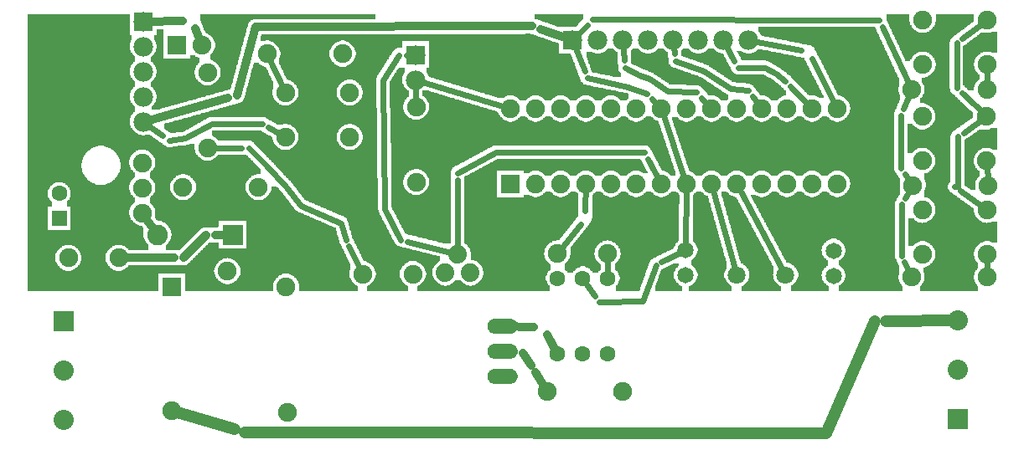
<source format=gtl>
G04 MADE WITH FRITZING*
G04 WWW.FRITZING.ORG*
G04 DOUBLE SIDED*
G04 HOLES PLATED*
G04 CONTOUR ON CENTER OF CONTOUR VECTOR*
%ASAXBY*%
%FSLAX23Y23*%
%MOIN*%
%OFA0B0*%
%SFA1.0B1.0*%
%ADD10C,0.075000*%
%ADD11C,0.082000*%
%ADD12C,0.078000*%
%ADD13C,0.062992*%
%ADD14C,0.074000*%
%ADD15C,0.063000*%
%ADD16C,0.070925*%
%ADD17C,0.070866*%
%ADD18C,0.065000*%
%ADD19C,0.060000*%
%ADD20C,0.080000*%
%ADD21R,0.075000X0.075000*%
%ADD22R,0.082000X0.082000*%
%ADD23R,0.078000X0.078000*%
%ADD24R,0.062992X0.062992*%
%ADD25R,0.080000X0.080000*%
%ADD26C,0.024000*%
%ADD27C,0.032000*%
%ADD28C,0.048000*%
%ADD29R,0.001000X0.001000*%
%LNCOPPER1*%
G90*
G70*
G54D10*
X837Y1661D03*
X1649Y1140D03*
X1716Y1582D03*
X2357Y925D03*
X2734Y867D03*
X2920Y784D03*
X3245Y1606D03*
X3655Y1433D03*
X117Y1655D03*
X613Y645D03*
X613Y151D03*
X1074Y145D03*
X835Y706D03*
X1069Y645D03*
X634Y1607D03*
X734Y1607D03*
G54D11*
X855Y852D03*
X557Y852D03*
G54D10*
X756Y1199D03*
X756Y1499D03*
G54D12*
X1584Y1569D03*
X1584Y1469D03*
G54D10*
X1586Y1061D03*
X1586Y1361D03*
X1322Y1241D03*
X1066Y1241D03*
X1322Y1418D03*
X1066Y1418D03*
G54D12*
X500Y1702D03*
X500Y1602D03*
X500Y1502D03*
X500Y1402D03*
X500Y1302D03*
G54D10*
X993Y1573D03*
X1293Y1573D03*
X3556Y1430D03*
X3856Y1430D03*
X3562Y1049D03*
X3862Y1049D03*
X3556Y683D03*
X3856Y683D03*
X496Y939D03*
X496Y1039D03*
X496Y1139D03*
X659Y1041D03*
X959Y1041D03*
X1373Y695D03*
X1573Y695D03*
X2147Y776D03*
X2347Y776D03*
X203Y760D03*
X403Y760D03*
G54D13*
X166Y917D03*
X166Y1016D03*
G54D14*
X1802Y700D03*
X1752Y775D03*
X1702Y700D03*
X1802Y700D03*
X1752Y775D03*
X1702Y700D03*
G54D12*
X2209Y1627D03*
X2309Y1627D03*
X2409Y1627D03*
X2509Y1627D03*
X2609Y1627D03*
X2709Y1627D03*
X2809Y1627D03*
X2909Y1627D03*
X2209Y1627D03*
X2309Y1627D03*
X2409Y1627D03*
X2509Y1627D03*
X2609Y1627D03*
X2709Y1627D03*
X2809Y1627D03*
X2909Y1627D03*
G54D10*
X3856Y774D03*
X3601Y774D03*
X3856Y951D03*
X3601Y951D03*
X3855Y1146D03*
X3600Y1146D03*
X3855Y1323D03*
X3600Y1323D03*
X3857Y1530D03*
X3601Y1530D03*
X3857Y1707D03*
X3601Y1707D03*
G54D15*
X2349Y679D03*
X2249Y679D03*
X2149Y679D03*
X2149Y379D03*
X2249Y379D03*
X2349Y379D03*
X2349Y679D03*
X2249Y679D03*
X2149Y679D03*
X2149Y379D03*
X2249Y379D03*
X2349Y379D03*
G54D10*
X2106Y226D03*
X2406Y226D03*
X1961Y1054D03*
X1961Y1354D03*
X2061Y1054D03*
X2061Y1354D03*
X2161Y1054D03*
X2161Y1354D03*
X2261Y1054D03*
X2261Y1354D03*
X2361Y1054D03*
X2361Y1354D03*
X2461Y1054D03*
X2461Y1354D03*
X2561Y1054D03*
X2561Y1354D03*
X2661Y1054D03*
X2661Y1354D03*
X2761Y1054D03*
X2761Y1354D03*
X2861Y1054D03*
X2861Y1354D03*
X2961Y1054D03*
X2961Y1354D03*
X3061Y1054D03*
X3061Y1354D03*
X3161Y1054D03*
X3161Y1354D03*
X3261Y1054D03*
X3261Y1354D03*
G54D16*
X3055Y691D03*
G54D17*
X2862Y691D03*
G54D18*
X3246Y789D03*
X3246Y689D03*
X3246Y789D03*
X3246Y689D03*
X2658Y791D03*
X2658Y691D03*
X2658Y791D03*
X2658Y691D03*
G54D19*
X1930Y286D03*
X1930Y386D03*
X1930Y486D03*
X1930Y286D03*
X1930Y386D03*
X1930Y486D03*
G54D20*
X185Y509D03*
X185Y312D03*
X185Y115D03*
X3740Y116D03*
X3740Y313D03*
X3740Y510D03*
G54D21*
X613Y644D03*
X634Y1607D03*
G54D22*
X856Y852D03*
G54D23*
X1584Y1569D03*
X500Y1702D03*
G54D24*
X166Y917D03*
G54D23*
X2209Y1627D03*
X2209Y1627D03*
G54D21*
X1961Y1054D03*
G54D25*
X185Y509D03*
X3740Y116D03*
G54D26*
X2382Y217D02*
X2406Y226D01*
G54D27*
D02*
X708Y1673D02*
X734Y1607D01*
D02*
X500Y1702D02*
X659Y1704D01*
D02*
X660Y760D02*
X751Y851D01*
D02*
X788Y852D02*
X855Y852D01*
D02*
X403Y760D02*
X625Y760D01*
D02*
X518Y909D02*
X538Y880D01*
G54D28*
D02*
X903Y65D02*
X3217Y61D01*
D02*
X3454Y508D02*
X3740Y510D01*
D02*
X3217Y62D02*
X3412Y507D01*
D02*
X613Y151D02*
X864Y76D01*
G54D27*
D02*
X873Y1406D02*
X947Y1680D01*
D02*
X2081Y1672D02*
X2209Y1627D01*
D02*
X947Y1680D02*
X2047Y1684D01*
D02*
X500Y1302D02*
X839Y1396D01*
G54D26*
D02*
X2240Y895D02*
X2147Y776D01*
D02*
X2261Y1054D02*
X2259Y946D01*
D02*
X1611Y1461D02*
X1932Y1363D01*
D02*
X2906Y1427D02*
X2837Y1433D01*
D02*
X2837Y1433D02*
X2731Y1504D01*
D02*
X2614Y1574D02*
X2609Y1627D01*
D02*
X2731Y1504D02*
X2617Y1544D01*
D02*
X2961Y1354D02*
X2924Y1404D01*
D02*
X3017Y1493D02*
X2975Y1518D01*
D02*
X2975Y1518D02*
X2866Y1518D01*
D02*
X2852Y1544D02*
X2809Y1627D01*
D02*
X3054Y1465D02*
X3017Y1493D01*
D02*
X3161Y1354D02*
X3074Y1445D01*
D02*
X3117Y1586D02*
X2909Y1627D01*
D02*
X3261Y1354D02*
X3160Y1554D01*
D02*
X2508Y1155D02*
X2561Y1054D01*
D02*
X1903Y1180D02*
X2495Y1180D01*
D02*
X1751Y1099D02*
X1903Y1180D01*
D02*
X1752Y775D02*
X1751Y1071D01*
D02*
X3440Y1680D02*
X3556Y1430D01*
D02*
X2286Y1711D02*
X3428Y1706D01*
D02*
X2209Y1627D02*
X2266Y1689D01*
D02*
X2428Y1442D02*
X2266Y1476D01*
D02*
X2504Y1413D02*
X2428Y1442D01*
D02*
X2256Y1504D02*
X2209Y1627D01*
D02*
X2561Y1354D02*
X2524Y1393D01*
D02*
X3857Y1118D02*
X3860Y1078D01*
D02*
X3857Y1501D02*
X3856Y1459D01*
D02*
X2586Y1424D02*
X2702Y1420D01*
D02*
X2513Y1473D02*
X2586Y1424D01*
D02*
X2721Y1399D02*
X2761Y1354D01*
D02*
X2473Y1489D02*
X2513Y1473D01*
D02*
X2417Y1516D02*
X2473Y1489D01*
D02*
X2409Y1627D02*
X2415Y1546D01*
D02*
X2661Y1030D02*
X2658Y819D01*
D02*
X1585Y1440D02*
X1585Y1392D01*
D02*
X1319Y806D02*
X1373Y695D01*
D02*
X1288Y899D02*
X1306Y832D01*
D02*
X1126Y969D02*
X1288Y899D01*
D02*
X1070Y1041D02*
X1126Y969D01*
D02*
X987Y1130D02*
X1070Y1041D01*
D02*
X920Y1199D02*
X987Y1130D01*
D02*
X756Y1199D02*
X892Y1199D01*
D02*
X3856Y711D02*
X3856Y745D01*
D02*
X1054Y1444D02*
X1005Y1547D01*
D02*
X773Y1295D02*
X973Y1295D01*
D02*
X669Y1236D02*
X773Y1295D01*
D02*
X603Y1228D02*
X669Y1236D01*
D02*
X998Y1281D02*
X1066Y1241D01*
D02*
X500Y1302D02*
X578Y1246D01*
D02*
X1547Y1569D02*
X1584Y1569D01*
D02*
X1454Y1469D02*
X1517Y1569D01*
D02*
X1462Y954D02*
X1454Y1469D01*
D02*
X1525Y832D02*
X1462Y954D01*
D02*
X1752Y775D02*
X1551Y825D01*
D02*
X2570Y1327D02*
X2652Y1082D01*
D02*
X2874Y1031D02*
X3042Y717D01*
D02*
X3740Y1043D02*
X3740Y1243D01*
D02*
X3736Y1436D02*
X3736Y1617D01*
D02*
X3759Y1634D02*
X3857Y1707D01*
D02*
X3763Y1259D02*
X3855Y1323D01*
D02*
X3728Y1043D02*
X3740Y1043D01*
D02*
X3856Y951D02*
X3752Y1026D01*
D02*
X3856Y1323D02*
X3757Y1416D01*
D02*
X3529Y743D02*
X3556Y683D01*
D02*
X3517Y973D02*
X3517Y769D01*
D02*
X3530Y1094D02*
X3562Y1049D01*
D02*
X3514Y1328D02*
X3514Y1117D01*
D02*
X3556Y1430D02*
X3525Y1355D01*
D02*
X3562Y1049D02*
X3532Y997D01*
D02*
X2540Y732D02*
X2488Y587D01*
D02*
X2488Y587D02*
X2314Y584D01*
D02*
X2298Y606D02*
X2249Y679D01*
D02*
X2658Y791D02*
X2562Y743D01*
D02*
X2348Y707D02*
X2348Y749D01*
G54D27*
D02*
X2010Y380D02*
X2043Y332D01*
D02*
X2061Y303D02*
X2106Y226D01*
D02*
X1930Y386D02*
X1973Y383D01*
D02*
X2107Y455D02*
X2149Y379D01*
D02*
X1930Y486D02*
X2055Y484D01*
G54D26*
D02*
X2768Y1029D02*
X2855Y719D01*
G36*
X2058Y1732D02*
X2058Y1712D01*
X2064Y1712D01*
X2064Y1710D01*
X2070Y1710D01*
X2070Y1708D01*
X2076Y1708D01*
X2076Y1706D01*
X2082Y1706D01*
X2082Y1704D01*
X2086Y1704D01*
X2086Y1702D01*
X2092Y1702D01*
X2092Y1700D01*
X2098Y1700D01*
X2098Y1698D01*
X2104Y1698D01*
X2104Y1696D01*
X2110Y1696D01*
X2110Y1694D01*
X2116Y1694D01*
X2116Y1692D01*
X2122Y1692D01*
X2122Y1690D01*
X2128Y1690D01*
X2128Y1688D01*
X2132Y1688D01*
X2132Y1686D01*
X2138Y1686D01*
X2138Y1684D01*
X2144Y1684D01*
X2144Y1682D01*
X2224Y1682D01*
X2224Y1684D01*
X2226Y1684D01*
X2226Y1686D01*
X2228Y1686D01*
X2228Y1688D01*
X2230Y1688D01*
X2230Y1692D01*
X2232Y1692D01*
X2232Y1694D01*
X2234Y1694D01*
X2234Y1696D01*
X2236Y1696D01*
X2236Y1698D01*
X2238Y1698D01*
X2238Y1700D01*
X2240Y1700D01*
X2240Y1702D01*
X2242Y1702D01*
X2242Y1704D01*
X2244Y1704D01*
X2244Y1706D01*
X2246Y1706D01*
X2246Y1708D01*
X2248Y1708D01*
X2248Y1710D01*
X2250Y1710D01*
X2250Y1712D01*
X2252Y1712D01*
X2252Y1732D01*
X2058Y1732D01*
G37*
D02*
G36*
X726Y1732D02*
X726Y1708D01*
X728Y1708D01*
X728Y1704D01*
X730Y1704D01*
X730Y1698D01*
X732Y1698D01*
X732Y1694D01*
X734Y1694D01*
X734Y1688D01*
X736Y1688D01*
X736Y1684D01*
X738Y1684D01*
X738Y1678D01*
X740Y1678D01*
X740Y1674D01*
X742Y1674D01*
X742Y1668D01*
X744Y1668D01*
X744Y1664D01*
X746Y1664D01*
X746Y1658D01*
X748Y1658D01*
X748Y1656D01*
X752Y1656D01*
X752Y1654D01*
X756Y1654D01*
X756Y1652D01*
X760Y1652D01*
X760Y1650D01*
X762Y1650D01*
X762Y1648D01*
X766Y1648D01*
X766Y1646D01*
X768Y1646D01*
X768Y1644D01*
X770Y1644D01*
X770Y1642D01*
X772Y1642D01*
X772Y1640D01*
X774Y1640D01*
X774Y1636D01*
X776Y1636D01*
X776Y1634D01*
X778Y1634D01*
X778Y1630D01*
X780Y1630D01*
X780Y1628D01*
X782Y1628D01*
X782Y1624D01*
X784Y1624D01*
X784Y1618D01*
X786Y1618D01*
X786Y1596D01*
X784Y1596D01*
X784Y1590D01*
X782Y1590D01*
X782Y1586D01*
X780Y1586D01*
X780Y1584D01*
X778Y1584D01*
X778Y1580D01*
X776Y1580D01*
X776Y1578D01*
X774Y1578D01*
X774Y1574D01*
X772Y1574D01*
X772Y1572D01*
X770Y1572D01*
X770Y1570D01*
X768Y1570D01*
X768Y1550D01*
X770Y1550D01*
X770Y1548D01*
X774Y1548D01*
X774Y1546D01*
X778Y1546D01*
X778Y1544D01*
X782Y1544D01*
X782Y1542D01*
X784Y1542D01*
X784Y1540D01*
X788Y1540D01*
X788Y1538D01*
X790Y1538D01*
X790Y1536D01*
X792Y1536D01*
X792Y1534D01*
X794Y1534D01*
X794Y1532D01*
X796Y1532D01*
X796Y1528D01*
X798Y1528D01*
X798Y1526D01*
X800Y1526D01*
X800Y1524D01*
X802Y1524D01*
X802Y1520D01*
X804Y1520D01*
X804Y1516D01*
X806Y1516D01*
X806Y1510D01*
X808Y1510D01*
X808Y1488D01*
X806Y1488D01*
X806Y1482D01*
X804Y1482D01*
X804Y1478D01*
X802Y1478D01*
X802Y1474D01*
X800Y1474D01*
X800Y1472D01*
X798Y1472D01*
X798Y1468D01*
X796Y1468D01*
X796Y1466D01*
X794Y1466D01*
X794Y1464D01*
X792Y1464D01*
X792Y1462D01*
X790Y1462D01*
X790Y1460D01*
X788Y1460D01*
X788Y1458D01*
X784Y1458D01*
X784Y1456D01*
X782Y1456D01*
X782Y1454D01*
X778Y1454D01*
X778Y1452D01*
X776Y1452D01*
X776Y1450D01*
X770Y1450D01*
X770Y1448D01*
X762Y1448D01*
X762Y1446D01*
X852Y1446D01*
X852Y1452D01*
X854Y1452D01*
X854Y1458D01*
X856Y1458D01*
X856Y1466D01*
X858Y1466D01*
X858Y1474D01*
X860Y1474D01*
X860Y1482D01*
X862Y1482D01*
X862Y1488D01*
X864Y1488D01*
X864Y1496D01*
X866Y1496D01*
X866Y1504D01*
X868Y1504D01*
X868Y1510D01*
X870Y1510D01*
X870Y1518D01*
X872Y1518D01*
X872Y1526D01*
X874Y1526D01*
X874Y1532D01*
X876Y1532D01*
X876Y1540D01*
X878Y1540D01*
X878Y1548D01*
X880Y1548D01*
X880Y1556D01*
X882Y1556D01*
X882Y1562D01*
X884Y1562D01*
X884Y1570D01*
X886Y1570D01*
X886Y1578D01*
X888Y1578D01*
X888Y1584D01*
X890Y1584D01*
X890Y1592D01*
X892Y1592D01*
X892Y1600D01*
X894Y1600D01*
X894Y1606D01*
X896Y1606D01*
X896Y1614D01*
X898Y1614D01*
X898Y1622D01*
X900Y1622D01*
X900Y1630D01*
X902Y1630D01*
X902Y1636D01*
X904Y1636D01*
X904Y1644D01*
X906Y1644D01*
X906Y1652D01*
X908Y1652D01*
X908Y1658D01*
X910Y1658D01*
X910Y1666D01*
X912Y1666D01*
X912Y1674D01*
X914Y1674D01*
X914Y1680D01*
X916Y1680D01*
X916Y1688D01*
X918Y1688D01*
X918Y1694D01*
X920Y1694D01*
X920Y1698D01*
X922Y1698D01*
X922Y1700D01*
X924Y1700D01*
X924Y1702D01*
X926Y1702D01*
X926Y1704D01*
X928Y1704D01*
X928Y1706D01*
X932Y1706D01*
X932Y1708D01*
X936Y1708D01*
X936Y1710D01*
X942Y1710D01*
X942Y1712D01*
X1424Y1712D01*
X1424Y1732D01*
X726Y1732D01*
G37*
D02*
G36*
X554Y1672D02*
X554Y1648D01*
X544Y1648D01*
X544Y1628D01*
X546Y1628D01*
X546Y1626D01*
X548Y1626D01*
X548Y1622D01*
X550Y1622D01*
X550Y1618D01*
X552Y1618D01*
X552Y1610D01*
X554Y1610D01*
X554Y1594D01*
X552Y1594D01*
X552Y1588D01*
X550Y1588D01*
X550Y1582D01*
X548Y1582D01*
X548Y1580D01*
X546Y1580D01*
X546Y1576D01*
X544Y1576D01*
X544Y1572D01*
X542Y1572D01*
X542Y1570D01*
X540Y1570D01*
X540Y1568D01*
X538Y1568D01*
X538Y1566D01*
X536Y1566D01*
X536Y1564D01*
X534Y1564D01*
X534Y1562D01*
X532Y1562D01*
X532Y1554D01*
X582Y1554D01*
X582Y1672D01*
X554Y1672D01*
G37*
D02*
G36*
X686Y1566D02*
X686Y1554D01*
X724Y1554D01*
X724Y1556D01*
X720Y1556D01*
X720Y1558D01*
X716Y1558D01*
X716Y1560D01*
X712Y1560D01*
X712Y1562D01*
X708Y1562D01*
X708Y1564D01*
X706Y1564D01*
X706Y1566D01*
X686Y1566D01*
G37*
D02*
G36*
X532Y1554D02*
X532Y1552D01*
X724Y1552D01*
X724Y1554D01*
X532Y1554D01*
G37*
D02*
G36*
X532Y1554D02*
X532Y1552D01*
X724Y1552D01*
X724Y1554D01*
X532Y1554D01*
G37*
D02*
G36*
X532Y1552D02*
X532Y1542D01*
X534Y1542D01*
X534Y1540D01*
X536Y1540D01*
X536Y1538D01*
X538Y1538D01*
X538Y1536D01*
X540Y1536D01*
X540Y1534D01*
X542Y1534D01*
X542Y1532D01*
X544Y1532D01*
X544Y1528D01*
X546Y1528D01*
X546Y1526D01*
X548Y1526D01*
X548Y1522D01*
X550Y1522D01*
X550Y1518D01*
X552Y1518D01*
X552Y1510D01*
X554Y1510D01*
X554Y1494D01*
X552Y1494D01*
X552Y1488D01*
X550Y1488D01*
X550Y1482D01*
X548Y1482D01*
X548Y1480D01*
X546Y1480D01*
X546Y1476D01*
X544Y1476D01*
X544Y1472D01*
X542Y1472D01*
X542Y1470D01*
X540Y1470D01*
X540Y1468D01*
X538Y1468D01*
X538Y1466D01*
X536Y1466D01*
X536Y1464D01*
X534Y1464D01*
X534Y1462D01*
X532Y1462D01*
X532Y1446D01*
X750Y1446D01*
X750Y1448D01*
X742Y1448D01*
X742Y1450D01*
X738Y1450D01*
X738Y1452D01*
X734Y1452D01*
X734Y1454D01*
X730Y1454D01*
X730Y1456D01*
X728Y1456D01*
X728Y1458D01*
X726Y1458D01*
X726Y1460D01*
X722Y1460D01*
X722Y1462D01*
X720Y1462D01*
X720Y1464D01*
X718Y1464D01*
X718Y1468D01*
X716Y1468D01*
X716Y1470D01*
X714Y1470D01*
X714Y1472D01*
X712Y1472D01*
X712Y1476D01*
X710Y1476D01*
X710Y1478D01*
X708Y1478D01*
X708Y1484D01*
X706Y1484D01*
X706Y1490D01*
X704Y1490D01*
X704Y1508D01*
X706Y1508D01*
X706Y1514D01*
X708Y1514D01*
X708Y1518D01*
X710Y1518D01*
X710Y1522D01*
X712Y1522D01*
X712Y1526D01*
X714Y1526D01*
X714Y1528D01*
X716Y1528D01*
X716Y1530D01*
X718Y1530D01*
X718Y1534D01*
X720Y1534D01*
X720Y1536D01*
X724Y1536D01*
X724Y1552D01*
X532Y1552D01*
G37*
D02*
G36*
X532Y1446D02*
X532Y1444D01*
X852Y1444D01*
X852Y1446D01*
X532Y1446D01*
G37*
D02*
G36*
X532Y1446D02*
X532Y1444D01*
X852Y1444D01*
X852Y1446D01*
X532Y1446D01*
G37*
D02*
G36*
X532Y1444D02*
X532Y1442D01*
X534Y1442D01*
X534Y1440D01*
X536Y1440D01*
X536Y1438D01*
X538Y1438D01*
X538Y1436D01*
X540Y1436D01*
X540Y1434D01*
X542Y1434D01*
X542Y1432D01*
X544Y1432D01*
X544Y1428D01*
X546Y1428D01*
X546Y1426D01*
X548Y1426D01*
X548Y1422D01*
X550Y1422D01*
X550Y1418D01*
X552Y1418D01*
X552Y1410D01*
X554Y1410D01*
X554Y1394D01*
X552Y1394D01*
X552Y1388D01*
X550Y1388D01*
X550Y1382D01*
X548Y1382D01*
X548Y1380D01*
X546Y1380D01*
X546Y1376D01*
X544Y1376D01*
X544Y1372D01*
X542Y1372D01*
X542Y1370D01*
X540Y1370D01*
X540Y1368D01*
X538Y1368D01*
X538Y1366D01*
X536Y1366D01*
X536Y1364D01*
X534Y1364D01*
X534Y1350D01*
X558Y1350D01*
X558Y1352D01*
X566Y1352D01*
X566Y1354D01*
X574Y1354D01*
X574Y1356D01*
X580Y1356D01*
X580Y1358D01*
X588Y1358D01*
X588Y1360D01*
X594Y1360D01*
X594Y1362D01*
X602Y1362D01*
X602Y1364D01*
X610Y1364D01*
X610Y1366D01*
X616Y1366D01*
X616Y1368D01*
X624Y1368D01*
X624Y1370D01*
X630Y1370D01*
X630Y1372D01*
X638Y1372D01*
X638Y1374D01*
X646Y1374D01*
X646Y1376D01*
X652Y1376D01*
X652Y1378D01*
X660Y1378D01*
X660Y1380D01*
X666Y1380D01*
X666Y1382D01*
X674Y1382D01*
X674Y1384D01*
X680Y1384D01*
X680Y1386D01*
X688Y1386D01*
X688Y1388D01*
X696Y1388D01*
X696Y1390D01*
X702Y1390D01*
X702Y1392D01*
X710Y1392D01*
X710Y1394D01*
X716Y1394D01*
X716Y1396D01*
X724Y1396D01*
X724Y1398D01*
X732Y1398D01*
X732Y1400D01*
X738Y1400D01*
X738Y1402D01*
X746Y1402D01*
X746Y1404D01*
X752Y1404D01*
X752Y1406D01*
X760Y1406D01*
X760Y1408D01*
X766Y1408D01*
X766Y1410D01*
X774Y1410D01*
X774Y1412D01*
X782Y1412D01*
X782Y1414D01*
X788Y1414D01*
X788Y1416D01*
X796Y1416D01*
X796Y1418D01*
X802Y1418D01*
X802Y1420D01*
X810Y1420D01*
X810Y1422D01*
X818Y1422D01*
X818Y1424D01*
X824Y1424D01*
X824Y1426D01*
X832Y1426D01*
X832Y1428D01*
X838Y1428D01*
X838Y1430D01*
X846Y1430D01*
X846Y1432D01*
X848Y1432D01*
X848Y1436D01*
X850Y1436D01*
X850Y1444D01*
X532Y1444D01*
G37*
D02*
G36*
X3874Y1660D02*
X3874Y1658D01*
X3868Y1658D01*
X3868Y1656D01*
X3832Y1656D01*
X3832Y1654D01*
X3828Y1654D01*
X3828Y1652D01*
X3826Y1652D01*
X3826Y1650D01*
X3824Y1650D01*
X3824Y1648D01*
X3820Y1648D01*
X3820Y1646D01*
X3818Y1646D01*
X3818Y1644D01*
X3816Y1644D01*
X3816Y1642D01*
X3812Y1642D01*
X3812Y1640D01*
X3810Y1640D01*
X3810Y1638D01*
X3808Y1638D01*
X3808Y1636D01*
X3804Y1636D01*
X3804Y1634D01*
X3802Y1634D01*
X3802Y1632D01*
X3800Y1632D01*
X3800Y1630D01*
X3796Y1630D01*
X3796Y1628D01*
X3794Y1628D01*
X3794Y1626D01*
X3792Y1626D01*
X3792Y1624D01*
X3788Y1624D01*
X3788Y1622D01*
X3786Y1622D01*
X3786Y1620D01*
X3784Y1620D01*
X3784Y1618D01*
X3780Y1618D01*
X3780Y1616D01*
X3778Y1616D01*
X3778Y1614D01*
X3776Y1614D01*
X3776Y1612D01*
X3772Y1612D01*
X3772Y1610D01*
X3770Y1610D01*
X3770Y1608D01*
X3768Y1608D01*
X3768Y1606D01*
X3764Y1606D01*
X3764Y1604D01*
X3762Y1604D01*
X3762Y1582D01*
X3868Y1582D01*
X3868Y1580D01*
X3874Y1580D01*
X3874Y1578D01*
X3896Y1578D01*
X3896Y1660D01*
X3874Y1660D01*
G37*
D02*
G36*
X3762Y1582D02*
X3762Y1448D01*
X3764Y1448D01*
X3764Y1446D01*
X3766Y1446D01*
X3766Y1444D01*
X3768Y1444D01*
X3768Y1442D01*
X3770Y1442D01*
X3770Y1440D01*
X3772Y1440D01*
X3772Y1438D01*
X3774Y1438D01*
X3774Y1436D01*
X3776Y1436D01*
X3776Y1434D01*
X3778Y1434D01*
X3778Y1432D01*
X3780Y1432D01*
X3780Y1430D01*
X3782Y1430D01*
X3782Y1428D01*
X3784Y1428D01*
X3784Y1426D01*
X3804Y1426D01*
X3804Y1440D01*
X3806Y1440D01*
X3806Y1446D01*
X3808Y1446D01*
X3808Y1450D01*
X3810Y1450D01*
X3810Y1454D01*
X3812Y1454D01*
X3812Y1458D01*
X3814Y1458D01*
X3814Y1460D01*
X3816Y1460D01*
X3816Y1462D01*
X3818Y1462D01*
X3818Y1464D01*
X3820Y1464D01*
X3820Y1466D01*
X3822Y1466D01*
X3822Y1468D01*
X3824Y1468D01*
X3824Y1470D01*
X3826Y1470D01*
X3826Y1492D01*
X3822Y1492D01*
X3822Y1494D01*
X3820Y1494D01*
X3820Y1496D01*
X3818Y1496D01*
X3818Y1500D01*
X3816Y1500D01*
X3816Y1502D01*
X3814Y1502D01*
X3814Y1504D01*
X3812Y1504D01*
X3812Y1508D01*
X3810Y1508D01*
X3810Y1512D01*
X3808Y1512D01*
X3808Y1516D01*
X3806Y1516D01*
X3806Y1524D01*
X3804Y1524D01*
X3804Y1538D01*
X3806Y1538D01*
X3806Y1544D01*
X3808Y1544D01*
X3808Y1550D01*
X3810Y1550D01*
X3810Y1552D01*
X3812Y1552D01*
X3812Y1556D01*
X3814Y1556D01*
X3814Y1560D01*
X3816Y1560D01*
X3816Y1562D01*
X3818Y1562D01*
X3818Y1564D01*
X3820Y1564D01*
X3820Y1566D01*
X3822Y1566D01*
X3822Y1568D01*
X3824Y1568D01*
X3824Y1570D01*
X3826Y1570D01*
X3826Y1572D01*
X3830Y1572D01*
X3830Y1574D01*
X3832Y1574D01*
X3832Y1576D01*
X3836Y1576D01*
X3836Y1578D01*
X3840Y1578D01*
X3840Y1580D01*
X3846Y1580D01*
X3846Y1582D01*
X3762Y1582D01*
G37*
D02*
G36*
X2448Y1594D02*
X2448Y1592D01*
X2446Y1592D01*
X2446Y1590D01*
X2444Y1590D01*
X2444Y1588D01*
X2442Y1588D01*
X2442Y1586D01*
X2440Y1586D01*
X2440Y1574D01*
X2498Y1574D01*
X2498Y1576D01*
X2492Y1576D01*
X2492Y1578D01*
X2488Y1578D01*
X2488Y1580D01*
X2484Y1580D01*
X2484Y1582D01*
X2482Y1582D01*
X2482Y1584D01*
X2478Y1584D01*
X2478Y1586D01*
X2476Y1586D01*
X2476Y1588D01*
X2474Y1588D01*
X2474Y1590D01*
X2472Y1590D01*
X2472Y1592D01*
X2470Y1592D01*
X2470Y1594D01*
X2448Y1594D01*
G37*
D02*
G36*
X2548Y1594D02*
X2548Y1592D01*
X2546Y1592D01*
X2546Y1590D01*
X2544Y1590D01*
X2544Y1588D01*
X2542Y1588D01*
X2542Y1586D01*
X2540Y1586D01*
X2540Y1584D01*
X2536Y1584D01*
X2536Y1582D01*
X2534Y1582D01*
X2534Y1580D01*
X2530Y1580D01*
X2530Y1578D01*
X2526Y1578D01*
X2526Y1576D01*
X2520Y1576D01*
X2520Y1574D01*
X2588Y1574D01*
X2588Y1576D01*
X2586Y1576D01*
X2586Y1580D01*
X2584Y1580D01*
X2584Y1582D01*
X2582Y1582D01*
X2582Y1584D01*
X2578Y1584D01*
X2578Y1586D01*
X2576Y1586D01*
X2576Y1588D01*
X2574Y1588D01*
X2574Y1590D01*
X2572Y1590D01*
X2572Y1592D01*
X2570Y1592D01*
X2570Y1594D01*
X2548Y1594D01*
G37*
D02*
G36*
X2440Y1574D02*
X2440Y1572D01*
X2588Y1572D01*
X2588Y1574D01*
X2440Y1574D01*
G37*
D02*
G36*
X2440Y1574D02*
X2440Y1572D01*
X2588Y1572D01*
X2588Y1574D01*
X2440Y1574D01*
G37*
D02*
G36*
X2440Y1572D02*
X2440Y1562D01*
X2442Y1562D01*
X2442Y1534D01*
X2444Y1534D01*
X2444Y1532D01*
X2448Y1532D01*
X2448Y1530D01*
X2452Y1530D01*
X2452Y1528D01*
X2456Y1528D01*
X2456Y1526D01*
X2460Y1526D01*
X2460Y1524D01*
X2466Y1524D01*
X2466Y1522D01*
X2470Y1522D01*
X2470Y1520D01*
X2474Y1520D01*
X2474Y1518D01*
X2478Y1518D01*
X2478Y1516D01*
X2482Y1516D01*
X2482Y1514D01*
X2486Y1514D01*
X2486Y1512D01*
X2492Y1512D01*
X2492Y1510D01*
X2496Y1510D01*
X2496Y1508D01*
X2502Y1508D01*
X2502Y1506D01*
X2506Y1506D01*
X2506Y1504D01*
X2512Y1504D01*
X2512Y1502D01*
X2518Y1502D01*
X2518Y1500D01*
X2522Y1500D01*
X2522Y1498D01*
X2526Y1498D01*
X2526Y1496D01*
X2530Y1496D01*
X2530Y1494D01*
X2532Y1494D01*
X2532Y1492D01*
X2536Y1492D01*
X2536Y1490D01*
X2538Y1490D01*
X2538Y1488D01*
X2542Y1488D01*
X2542Y1486D01*
X2544Y1486D01*
X2544Y1484D01*
X2548Y1484D01*
X2548Y1482D01*
X2550Y1482D01*
X2550Y1480D01*
X2554Y1480D01*
X2554Y1478D01*
X2556Y1478D01*
X2556Y1476D01*
X2560Y1476D01*
X2560Y1474D01*
X2562Y1474D01*
X2562Y1472D01*
X2566Y1472D01*
X2566Y1470D01*
X2568Y1470D01*
X2568Y1468D01*
X2572Y1468D01*
X2572Y1466D01*
X2574Y1466D01*
X2574Y1464D01*
X2578Y1464D01*
X2578Y1462D01*
X2580Y1462D01*
X2580Y1460D01*
X2584Y1460D01*
X2584Y1458D01*
X2586Y1458D01*
X2586Y1456D01*
X2590Y1456D01*
X2590Y1454D01*
X2592Y1454D01*
X2592Y1452D01*
X2608Y1452D01*
X2608Y1450D01*
X2660Y1450D01*
X2660Y1448D01*
X2706Y1448D01*
X2706Y1446D01*
X2712Y1446D01*
X2712Y1444D01*
X2716Y1444D01*
X2716Y1442D01*
X2720Y1442D01*
X2720Y1440D01*
X2722Y1440D01*
X2722Y1438D01*
X2724Y1438D01*
X2724Y1434D01*
X2726Y1434D01*
X2726Y1432D01*
X2728Y1432D01*
X2728Y1430D01*
X2730Y1430D01*
X2730Y1428D01*
X2732Y1428D01*
X2732Y1426D01*
X2734Y1426D01*
X2734Y1424D01*
X2736Y1424D01*
X2736Y1422D01*
X2738Y1422D01*
X2738Y1420D01*
X2740Y1420D01*
X2740Y1418D01*
X2742Y1418D01*
X2742Y1416D01*
X2744Y1416D01*
X2744Y1412D01*
X2746Y1412D01*
X2746Y1410D01*
X2748Y1410D01*
X2748Y1408D01*
X2766Y1408D01*
X2766Y1406D01*
X2774Y1406D01*
X2774Y1404D01*
X2780Y1404D01*
X2780Y1402D01*
X2782Y1402D01*
X2782Y1400D01*
X2786Y1400D01*
X2786Y1398D01*
X2790Y1398D01*
X2790Y1396D01*
X2792Y1396D01*
X2792Y1394D01*
X2794Y1394D01*
X2794Y1392D01*
X2796Y1392D01*
X2796Y1390D01*
X2798Y1390D01*
X2798Y1388D01*
X2800Y1388D01*
X2800Y1386D01*
X2822Y1386D01*
X2822Y1388D01*
X2824Y1388D01*
X2824Y1390D01*
X2826Y1390D01*
X2826Y1410D01*
X2822Y1410D01*
X2822Y1412D01*
X2820Y1412D01*
X2820Y1414D01*
X2816Y1414D01*
X2816Y1416D01*
X2814Y1416D01*
X2814Y1418D01*
X2810Y1418D01*
X2810Y1420D01*
X2808Y1420D01*
X2808Y1422D01*
X2804Y1422D01*
X2804Y1424D01*
X2802Y1424D01*
X2802Y1426D01*
X2798Y1426D01*
X2798Y1428D01*
X2796Y1428D01*
X2796Y1430D01*
X2792Y1430D01*
X2792Y1432D01*
X2790Y1432D01*
X2790Y1434D01*
X2786Y1434D01*
X2786Y1436D01*
X2784Y1436D01*
X2784Y1438D01*
X2780Y1438D01*
X2780Y1440D01*
X2778Y1440D01*
X2778Y1442D01*
X2774Y1442D01*
X2774Y1444D01*
X2772Y1444D01*
X2772Y1446D01*
X2768Y1446D01*
X2768Y1448D01*
X2766Y1448D01*
X2766Y1450D01*
X2762Y1450D01*
X2762Y1452D01*
X2760Y1452D01*
X2760Y1454D01*
X2756Y1454D01*
X2756Y1456D01*
X2754Y1456D01*
X2754Y1458D01*
X2750Y1458D01*
X2750Y1460D01*
X2748Y1460D01*
X2748Y1462D01*
X2744Y1462D01*
X2744Y1464D01*
X2742Y1464D01*
X2742Y1466D01*
X2738Y1466D01*
X2738Y1468D01*
X2736Y1468D01*
X2736Y1470D01*
X2732Y1470D01*
X2732Y1472D01*
X2730Y1472D01*
X2730Y1474D01*
X2726Y1474D01*
X2726Y1476D01*
X2724Y1476D01*
X2724Y1478D01*
X2720Y1478D01*
X2720Y1480D01*
X2718Y1480D01*
X2718Y1482D01*
X2712Y1482D01*
X2712Y1484D01*
X2706Y1484D01*
X2706Y1486D01*
X2700Y1486D01*
X2700Y1488D01*
X2694Y1488D01*
X2694Y1490D01*
X2688Y1490D01*
X2688Y1492D01*
X2682Y1492D01*
X2682Y1494D01*
X2676Y1494D01*
X2676Y1496D01*
X2672Y1496D01*
X2672Y1498D01*
X2666Y1498D01*
X2666Y1500D01*
X2660Y1500D01*
X2660Y1502D01*
X2654Y1502D01*
X2654Y1504D01*
X2648Y1504D01*
X2648Y1506D01*
X2642Y1506D01*
X2642Y1508D01*
X2636Y1508D01*
X2636Y1510D01*
X2630Y1510D01*
X2630Y1512D01*
X2626Y1512D01*
X2626Y1514D01*
X2620Y1514D01*
X2620Y1516D01*
X2614Y1516D01*
X2614Y1518D01*
X2608Y1518D01*
X2608Y1520D01*
X2604Y1520D01*
X2604Y1522D01*
X2600Y1522D01*
X2600Y1524D01*
X2598Y1524D01*
X2598Y1526D01*
X2596Y1526D01*
X2596Y1530D01*
X2594Y1530D01*
X2594Y1532D01*
X2592Y1532D01*
X2592Y1538D01*
X2590Y1538D01*
X2590Y1556D01*
X2588Y1556D01*
X2588Y1572D01*
X2440Y1572D01*
G37*
D02*
G36*
X2648Y1594D02*
X2648Y1592D01*
X2646Y1592D01*
X2646Y1590D01*
X2644Y1590D01*
X2644Y1588D01*
X2642Y1588D01*
X2642Y1574D01*
X2698Y1574D01*
X2698Y1576D01*
X2692Y1576D01*
X2692Y1578D01*
X2688Y1578D01*
X2688Y1580D01*
X2684Y1580D01*
X2684Y1582D01*
X2682Y1582D01*
X2682Y1584D01*
X2678Y1584D01*
X2678Y1586D01*
X2676Y1586D01*
X2676Y1588D01*
X2674Y1588D01*
X2674Y1590D01*
X2672Y1590D01*
X2672Y1592D01*
X2670Y1592D01*
X2670Y1594D01*
X2648Y1594D01*
G37*
D02*
G36*
X2748Y1594D02*
X2748Y1592D01*
X2746Y1592D01*
X2746Y1590D01*
X2744Y1590D01*
X2744Y1588D01*
X2742Y1588D01*
X2742Y1586D01*
X2740Y1586D01*
X2740Y1584D01*
X2736Y1584D01*
X2736Y1582D01*
X2734Y1582D01*
X2734Y1580D01*
X2730Y1580D01*
X2730Y1578D01*
X2726Y1578D01*
X2726Y1576D01*
X2720Y1576D01*
X2720Y1574D01*
X2798Y1574D01*
X2798Y1576D01*
X2792Y1576D01*
X2792Y1578D01*
X2788Y1578D01*
X2788Y1580D01*
X2784Y1580D01*
X2784Y1582D01*
X2782Y1582D01*
X2782Y1584D01*
X2778Y1584D01*
X2778Y1586D01*
X2776Y1586D01*
X2776Y1588D01*
X2774Y1588D01*
X2774Y1590D01*
X2772Y1590D01*
X2772Y1592D01*
X2770Y1592D01*
X2770Y1594D01*
X2748Y1594D01*
G37*
D02*
G36*
X2642Y1574D02*
X2642Y1572D01*
X2808Y1572D01*
X2808Y1574D01*
X2642Y1574D01*
G37*
D02*
G36*
X2642Y1574D02*
X2642Y1572D01*
X2808Y1572D01*
X2808Y1574D01*
X2642Y1574D01*
G37*
D02*
G36*
X2642Y1572D02*
X2642Y1564D01*
X2646Y1564D01*
X2646Y1562D01*
X2652Y1562D01*
X2652Y1560D01*
X2658Y1560D01*
X2658Y1558D01*
X2662Y1558D01*
X2662Y1556D01*
X2668Y1556D01*
X2668Y1554D01*
X2674Y1554D01*
X2674Y1552D01*
X2680Y1552D01*
X2680Y1550D01*
X2686Y1550D01*
X2686Y1548D01*
X2692Y1548D01*
X2692Y1546D01*
X2698Y1546D01*
X2698Y1544D01*
X2704Y1544D01*
X2704Y1542D01*
X2708Y1542D01*
X2708Y1540D01*
X2714Y1540D01*
X2714Y1538D01*
X2720Y1538D01*
X2720Y1536D01*
X2726Y1536D01*
X2726Y1534D01*
X2732Y1534D01*
X2732Y1532D01*
X2738Y1532D01*
X2738Y1530D01*
X2742Y1530D01*
X2742Y1528D01*
X2746Y1528D01*
X2746Y1526D01*
X2750Y1526D01*
X2750Y1524D01*
X2752Y1524D01*
X2752Y1522D01*
X2756Y1522D01*
X2756Y1520D01*
X2758Y1520D01*
X2758Y1518D01*
X2762Y1518D01*
X2762Y1516D01*
X2764Y1516D01*
X2764Y1514D01*
X2768Y1514D01*
X2768Y1512D01*
X2770Y1512D01*
X2770Y1510D01*
X2774Y1510D01*
X2774Y1508D01*
X2776Y1508D01*
X2776Y1506D01*
X2780Y1506D01*
X2780Y1504D01*
X2782Y1504D01*
X2782Y1502D01*
X2786Y1502D01*
X2786Y1500D01*
X2788Y1500D01*
X2788Y1498D01*
X2792Y1498D01*
X2792Y1496D01*
X2794Y1496D01*
X2794Y1494D01*
X2798Y1494D01*
X2798Y1492D01*
X2800Y1492D01*
X2800Y1490D01*
X2804Y1490D01*
X2804Y1488D01*
X2806Y1488D01*
X2806Y1486D01*
X2810Y1486D01*
X2810Y1484D01*
X2812Y1484D01*
X2812Y1482D01*
X2816Y1482D01*
X2816Y1480D01*
X2818Y1480D01*
X2818Y1478D01*
X2822Y1478D01*
X2822Y1476D01*
X2824Y1476D01*
X2824Y1474D01*
X2828Y1474D01*
X2828Y1472D01*
X2830Y1472D01*
X2830Y1470D01*
X2834Y1470D01*
X2834Y1468D01*
X2836Y1468D01*
X2836Y1466D01*
X2840Y1466D01*
X2840Y1464D01*
X2842Y1464D01*
X2842Y1462D01*
X2846Y1462D01*
X2846Y1460D01*
X2856Y1460D01*
X2856Y1458D01*
X2878Y1458D01*
X2878Y1456D01*
X2898Y1456D01*
X2898Y1454D01*
X2914Y1454D01*
X2914Y1452D01*
X2918Y1452D01*
X2918Y1450D01*
X2922Y1450D01*
X2922Y1448D01*
X2924Y1448D01*
X2924Y1446D01*
X2926Y1446D01*
X2926Y1444D01*
X2928Y1444D01*
X2928Y1442D01*
X2930Y1442D01*
X2930Y1440D01*
X2932Y1440D01*
X2932Y1436D01*
X2934Y1436D01*
X2934Y1434D01*
X2936Y1434D01*
X2936Y1432D01*
X2938Y1432D01*
X2938Y1428D01*
X2940Y1428D01*
X2940Y1426D01*
X2942Y1426D01*
X2942Y1424D01*
X2944Y1424D01*
X2944Y1420D01*
X2946Y1420D01*
X2946Y1418D01*
X2948Y1418D01*
X2948Y1416D01*
X2950Y1416D01*
X2950Y1412D01*
X2952Y1412D01*
X2952Y1410D01*
X2954Y1410D01*
X2954Y1408D01*
X2966Y1408D01*
X2966Y1406D01*
X2974Y1406D01*
X2974Y1404D01*
X2980Y1404D01*
X2980Y1402D01*
X2982Y1402D01*
X2982Y1400D01*
X2986Y1400D01*
X2986Y1398D01*
X2990Y1398D01*
X2990Y1396D01*
X2992Y1396D01*
X2992Y1394D01*
X2994Y1394D01*
X2994Y1392D01*
X2996Y1392D01*
X2996Y1390D01*
X2998Y1390D01*
X2998Y1388D01*
X3000Y1388D01*
X3000Y1386D01*
X3022Y1386D01*
X3022Y1388D01*
X3024Y1388D01*
X3024Y1390D01*
X3026Y1390D01*
X3026Y1392D01*
X3028Y1392D01*
X3028Y1394D01*
X3030Y1394D01*
X3030Y1396D01*
X3032Y1396D01*
X3032Y1398D01*
X3036Y1398D01*
X3036Y1400D01*
X3040Y1400D01*
X3040Y1402D01*
X3042Y1402D01*
X3042Y1404D01*
X3048Y1404D01*
X3048Y1406D01*
X3056Y1406D01*
X3056Y1426D01*
X3054Y1426D01*
X3054Y1428D01*
X3052Y1428D01*
X3052Y1430D01*
X3050Y1430D01*
X3050Y1432D01*
X3048Y1432D01*
X3048Y1434D01*
X3046Y1434D01*
X3046Y1436D01*
X3044Y1436D01*
X3044Y1438D01*
X3042Y1438D01*
X3042Y1440D01*
X3040Y1440D01*
X3040Y1442D01*
X3038Y1442D01*
X3038Y1444D01*
X3036Y1444D01*
X3036Y1446D01*
X3034Y1446D01*
X3034Y1448D01*
X3032Y1448D01*
X3032Y1450D01*
X3028Y1450D01*
X3028Y1452D01*
X3026Y1452D01*
X3026Y1454D01*
X3024Y1454D01*
X3024Y1456D01*
X3022Y1456D01*
X3022Y1458D01*
X3018Y1458D01*
X3018Y1460D01*
X3016Y1460D01*
X3016Y1462D01*
X3014Y1462D01*
X3014Y1464D01*
X3010Y1464D01*
X3010Y1466D01*
X3008Y1466D01*
X3008Y1468D01*
X3006Y1468D01*
X3006Y1470D01*
X3002Y1470D01*
X3002Y1472D01*
X3000Y1472D01*
X3000Y1474D01*
X2996Y1474D01*
X2996Y1476D01*
X2992Y1476D01*
X2992Y1478D01*
X2988Y1478D01*
X2988Y1480D01*
X2986Y1480D01*
X2986Y1482D01*
X2982Y1482D01*
X2982Y1484D01*
X2978Y1484D01*
X2978Y1486D01*
X2976Y1486D01*
X2976Y1488D01*
X2972Y1488D01*
X2972Y1490D01*
X2968Y1490D01*
X2968Y1492D01*
X2856Y1492D01*
X2856Y1494D01*
X2852Y1494D01*
X2852Y1496D01*
X2850Y1496D01*
X2850Y1498D01*
X2848Y1498D01*
X2848Y1500D01*
X2846Y1500D01*
X2846Y1502D01*
X2844Y1502D01*
X2844Y1504D01*
X2842Y1504D01*
X2842Y1508D01*
X2840Y1508D01*
X2840Y1512D01*
X2838Y1512D01*
X2838Y1516D01*
X2836Y1516D01*
X2836Y1520D01*
X2834Y1520D01*
X2834Y1524D01*
X2832Y1524D01*
X2832Y1528D01*
X2830Y1528D01*
X2830Y1532D01*
X2828Y1532D01*
X2828Y1534D01*
X2826Y1534D01*
X2826Y1538D01*
X2824Y1538D01*
X2824Y1542D01*
X2822Y1542D01*
X2822Y1546D01*
X2820Y1546D01*
X2820Y1550D01*
X2818Y1550D01*
X2818Y1554D01*
X2816Y1554D01*
X2816Y1558D01*
X2814Y1558D01*
X2814Y1562D01*
X2812Y1562D01*
X2812Y1566D01*
X2810Y1566D01*
X2810Y1570D01*
X2808Y1570D01*
X2808Y1572D01*
X2642Y1572D01*
G37*
D02*
G36*
X2944Y1590D02*
X2944Y1588D01*
X2942Y1588D01*
X2942Y1586D01*
X2940Y1586D01*
X2940Y1584D01*
X2936Y1584D01*
X2936Y1582D01*
X2934Y1582D01*
X2934Y1580D01*
X2930Y1580D01*
X2930Y1578D01*
X2926Y1578D01*
X2926Y1576D01*
X2920Y1576D01*
X2920Y1574D01*
X3036Y1574D01*
X3036Y1576D01*
X3026Y1576D01*
X3026Y1578D01*
X3016Y1578D01*
X3016Y1580D01*
X3006Y1580D01*
X3006Y1582D01*
X2996Y1582D01*
X2996Y1584D01*
X2986Y1584D01*
X2986Y1586D01*
X2974Y1586D01*
X2974Y1588D01*
X2964Y1588D01*
X2964Y1590D01*
X2944Y1590D01*
G37*
D02*
G36*
X2862Y1584D02*
X2862Y1582D01*
X2864Y1582D01*
X2864Y1578D01*
X2866Y1578D01*
X2866Y1574D01*
X2898Y1574D01*
X2898Y1576D01*
X2892Y1576D01*
X2892Y1578D01*
X2888Y1578D01*
X2888Y1580D01*
X2884Y1580D01*
X2884Y1582D01*
X2882Y1582D01*
X2882Y1584D01*
X2862Y1584D01*
G37*
D02*
G36*
X2868Y1574D02*
X2868Y1572D01*
X3046Y1572D01*
X3046Y1574D01*
X2868Y1574D01*
G37*
D02*
G36*
X2868Y1574D02*
X2868Y1572D01*
X3046Y1572D01*
X3046Y1574D01*
X2868Y1574D01*
G37*
D02*
G36*
X2870Y1572D02*
X2870Y1568D01*
X2872Y1568D01*
X2872Y1564D01*
X2874Y1564D01*
X2874Y1560D01*
X2876Y1560D01*
X2876Y1556D01*
X2878Y1556D01*
X2878Y1552D01*
X2880Y1552D01*
X2880Y1548D01*
X2882Y1548D01*
X2882Y1546D01*
X2978Y1546D01*
X2978Y1544D01*
X2986Y1544D01*
X2986Y1542D01*
X2990Y1542D01*
X2990Y1540D01*
X2994Y1540D01*
X2994Y1538D01*
X2996Y1538D01*
X2996Y1536D01*
X3000Y1536D01*
X3000Y1534D01*
X3004Y1534D01*
X3004Y1532D01*
X3006Y1532D01*
X3006Y1530D01*
X3010Y1530D01*
X3010Y1528D01*
X3014Y1528D01*
X3014Y1526D01*
X3018Y1526D01*
X3018Y1524D01*
X3020Y1524D01*
X3020Y1522D01*
X3024Y1522D01*
X3024Y1520D01*
X3028Y1520D01*
X3028Y1518D01*
X3030Y1518D01*
X3030Y1516D01*
X3034Y1516D01*
X3034Y1514D01*
X3036Y1514D01*
X3036Y1512D01*
X3040Y1512D01*
X3040Y1510D01*
X3042Y1510D01*
X3042Y1508D01*
X3044Y1508D01*
X3044Y1506D01*
X3048Y1506D01*
X3048Y1504D01*
X3050Y1504D01*
X3050Y1502D01*
X3052Y1502D01*
X3052Y1500D01*
X3056Y1500D01*
X3056Y1498D01*
X3058Y1498D01*
X3058Y1496D01*
X3060Y1496D01*
X3060Y1494D01*
X3062Y1494D01*
X3062Y1492D01*
X3066Y1492D01*
X3066Y1490D01*
X3068Y1490D01*
X3068Y1488D01*
X3070Y1488D01*
X3070Y1486D01*
X3074Y1486D01*
X3074Y1484D01*
X3076Y1484D01*
X3076Y1482D01*
X3078Y1482D01*
X3078Y1478D01*
X3080Y1478D01*
X3080Y1476D01*
X3082Y1476D01*
X3082Y1474D01*
X3084Y1474D01*
X3084Y1472D01*
X3086Y1472D01*
X3086Y1470D01*
X3088Y1470D01*
X3088Y1468D01*
X3090Y1468D01*
X3090Y1466D01*
X3092Y1466D01*
X3092Y1464D01*
X3094Y1464D01*
X3094Y1462D01*
X3096Y1462D01*
X3096Y1460D01*
X3098Y1460D01*
X3098Y1458D01*
X3100Y1458D01*
X3100Y1456D01*
X3102Y1456D01*
X3102Y1454D01*
X3104Y1454D01*
X3104Y1452D01*
X3106Y1452D01*
X3106Y1450D01*
X3108Y1450D01*
X3108Y1448D01*
X3110Y1448D01*
X3110Y1446D01*
X3112Y1446D01*
X3112Y1444D01*
X3114Y1444D01*
X3114Y1442D01*
X3116Y1442D01*
X3116Y1440D01*
X3118Y1440D01*
X3118Y1438D01*
X3120Y1438D01*
X3120Y1436D01*
X3122Y1436D01*
X3122Y1434D01*
X3124Y1434D01*
X3124Y1432D01*
X3126Y1432D01*
X3126Y1430D01*
X3128Y1430D01*
X3128Y1426D01*
X3130Y1426D01*
X3130Y1424D01*
X3132Y1424D01*
X3132Y1422D01*
X3134Y1422D01*
X3134Y1420D01*
X3136Y1420D01*
X3136Y1418D01*
X3138Y1418D01*
X3138Y1416D01*
X3140Y1416D01*
X3140Y1414D01*
X3142Y1414D01*
X3142Y1412D01*
X3144Y1412D01*
X3144Y1410D01*
X3146Y1410D01*
X3146Y1408D01*
X3166Y1408D01*
X3166Y1406D01*
X3174Y1406D01*
X3174Y1404D01*
X3180Y1404D01*
X3180Y1402D01*
X3182Y1402D01*
X3182Y1400D01*
X3186Y1400D01*
X3186Y1398D01*
X3190Y1398D01*
X3190Y1396D01*
X3210Y1396D01*
X3210Y1398D01*
X3208Y1398D01*
X3208Y1402D01*
X3206Y1402D01*
X3206Y1406D01*
X3204Y1406D01*
X3204Y1410D01*
X3202Y1410D01*
X3202Y1414D01*
X3200Y1414D01*
X3200Y1418D01*
X3198Y1418D01*
X3198Y1422D01*
X3196Y1422D01*
X3196Y1426D01*
X3194Y1426D01*
X3194Y1430D01*
X3192Y1430D01*
X3192Y1434D01*
X3190Y1434D01*
X3190Y1438D01*
X3188Y1438D01*
X3188Y1442D01*
X3186Y1442D01*
X3186Y1446D01*
X3184Y1446D01*
X3184Y1450D01*
X3182Y1450D01*
X3182Y1454D01*
X3180Y1454D01*
X3180Y1458D01*
X3178Y1458D01*
X3178Y1462D01*
X3176Y1462D01*
X3176Y1466D01*
X3174Y1466D01*
X3174Y1470D01*
X3172Y1470D01*
X3172Y1472D01*
X3170Y1472D01*
X3170Y1476D01*
X3168Y1476D01*
X3168Y1480D01*
X3166Y1480D01*
X3166Y1484D01*
X3164Y1484D01*
X3164Y1488D01*
X3162Y1488D01*
X3162Y1492D01*
X3160Y1492D01*
X3160Y1496D01*
X3158Y1496D01*
X3158Y1500D01*
X3156Y1500D01*
X3156Y1504D01*
X3154Y1504D01*
X3154Y1508D01*
X3152Y1508D01*
X3152Y1512D01*
X3150Y1512D01*
X3150Y1516D01*
X3148Y1516D01*
X3148Y1520D01*
X3146Y1520D01*
X3146Y1524D01*
X3144Y1524D01*
X3144Y1528D01*
X3142Y1528D01*
X3142Y1532D01*
X3140Y1532D01*
X3140Y1536D01*
X3138Y1536D01*
X3138Y1540D01*
X3136Y1540D01*
X3136Y1544D01*
X3134Y1544D01*
X3134Y1548D01*
X3132Y1548D01*
X3132Y1552D01*
X3130Y1552D01*
X3130Y1556D01*
X3126Y1556D01*
X3126Y1558D01*
X3116Y1558D01*
X3116Y1560D01*
X3106Y1560D01*
X3106Y1562D01*
X3096Y1562D01*
X3096Y1564D01*
X3086Y1564D01*
X3086Y1566D01*
X3076Y1566D01*
X3076Y1568D01*
X3066Y1568D01*
X3066Y1570D01*
X3056Y1570D01*
X3056Y1572D01*
X2870Y1572D01*
G37*
D02*
G36*
X2348Y1594D02*
X2348Y1592D01*
X2346Y1592D01*
X2346Y1590D01*
X2344Y1590D01*
X2344Y1588D01*
X2342Y1588D01*
X2342Y1586D01*
X2340Y1586D01*
X2340Y1584D01*
X2336Y1584D01*
X2336Y1582D01*
X2334Y1582D01*
X2334Y1580D01*
X2330Y1580D01*
X2330Y1578D01*
X2326Y1578D01*
X2326Y1576D01*
X2320Y1576D01*
X2320Y1574D01*
X2386Y1574D01*
X2386Y1580D01*
X2384Y1580D01*
X2384Y1582D01*
X2382Y1582D01*
X2382Y1584D01*
X2378Y1584D01*
X2378Y1586D01*
X2376Y1586D01*
X2376Y1588D01*
X2374Y1588D01*
X2374Y1590D01*
X2372Y1590D01*
X2372Y1592D01*
X2370Y1592D01*
X2370Y1594D01*
X2348Y1594D01*
G37*
D02*
G36*
X2264Y1582D02*
X2264Y1574D01*
X2298Y1574D01*
X2298Y1576D01*
X2292Y1576D01*
X2292Y1578D01*
X2288Y1578D01*
X2288Y1580D01*
X2284Y1580D01*
X2284Y1582D01*
X2264Y1582D01*
G37*
D02*
G36*
X2264Y1574D02*
X2264Y1572D01*
X2386Y1572D01*
X2386Y1574D01*
X2264Y1574D01*
G37*
D02*
G36*
X2264Y1574D02*
X2264Y1572D01*
X2386Y1572D01*
X2386Y1574D01*
X2264Y1574D01*
G37*
D02*
G36*
X2264Y1572D02*
X2264Y1556D01*
X2266Y1556D01*
X2266Y1550D01*
X2268Y1550D01*
X2268Y1546D01*
X2270Y1546D01*
X2270Y1540D01*
X2272Y1540D01*
X2272Y1534D01*
X2274Y1534D01*
X2274Y1530D01*
X2276Y1530D01*
X2276Y1524D01*
X2278Y1524D01*
X2278Y1518D01*
X2280Y1518D01*
X2280Y1514D01*
X2282Y1514D01*
X2282Y1508D01*
X2284Y1508D01*
X2284Y1502D01*
X2286Y1502D01*
X2286Y1500D01*
X2288Y1500D01*
X2288Y1498D01*
X2298Y1498D01*
X2298Y1496D01*
X2308Y1496D01*
X2308Y1494D01*
X2318Y1494D01*
X2318Y1492D01*
X2328Y1492D01*
X2328Y1490D01*
X2336Y1490D01*
X2336Y1488D01*
X2346Y1488D01*
X2346Y1486D01*
X2356Y1486D01*
X2356Y1484D01*
X2366Y1484D01*
X2366Y1482D01*
X2376Y1482D01*
X2376Y1480D01*
X2400Y1480D01*
X2400Y1496D01*
X2398Y1496D01*
X2398Y1498D01*
X2396Y1498D01*
X2396Y1500D01*
X2394Y1500D01*
X2394Y1504D01*
X2392Y1504D01*
X2392Y1510D01*
X2390Y1510D01*
X2390Y1532D01*
X2388Y1532D01*
X2388Y1560D01*
X2386Y1560D01*
X2386Y1572D01*
X2264Y1572D01*
G37*
D02*
G36*
X1516Y1516D02*
X1516Y1514D01*
X1514Y1514D01*
X1514Y1512D01*
X1512Y1512D01*
X1512Y1508D01*
X1510Y1508D01*
X1510Y1506D01*
X1508Y1506D01*
X1508Y1502D01*
X1506Y1502D01*
X1506Y1498D01*
X1504Y1498D01*
X1504Y1496D01*
X1502Y1496D01*
X1502Y1492D01*
X1500Y1492D01*
X1500Y1490D01*
X1498Y1490D01*
X1498Y1486D01*
X1496Y1486D01*
X1496Y1484D01*
X1494Y1484D01*
X1494Y1480D01*
X1492Y1480D01*
X1492Y1476D01*
X1490Y1476D01*
X1490Y1474D01*
X1488Y1474D01*
X1488Y1470D01*
X1486Y1470D01*
X1486Y1468D01*
X1484Y1468D01*
X1484Y1464D01*
X1482Y1464D01*
X1482Y1356D01*
X1484Y1356D01*
X1484Y1310D01*
X1574Y1310D01*
X1574Y1312D01*
X1570Y1312D01*
X1570Y1314D01*
X1566Y1314D01*
X1566Y1316D01*
X1562Y1316D01*
X1562Y1318D01*
X1558Y1318D01*
X1558Y1320D01*
X1556Y1320D01*
X1556Y1322D01*
X1554Y1322D01*
X1554Y1324D01*
X1552Y1324D01*
X1552Y1326D01*
X1550Y1326D01*
X1550Y1328D01*
X1548Y1328D01*
X1548Y1330D01*
X1546Y1330D01*
X1546Y1332D01*
X1544Y1332D01*
X1544Y1334D01*
X1542Y1334D01*
X1542Y1338D01*
X1540Y1338D01*
X1540Y1342D01*
X1538Y1342D01*
X1538Y1346D01*
X1536Y1346D01*
X1536Y1350D01*
X1534Y1350D01*
X1534Y1372D01*
X1536Y1372D01*
X1536Y1378D01*
X1538Y1378D01*
X1538Y1382D01*
X1540Y1382D01*
X1540Y1386D01*
X1542Y1386D01*
X1542Y1390D01*
X1544Y1390D01*
X1544Y1392D01*
X1546Y1392D01*
X1546Y1394D01*
X1548Y1394D01*
X1548Y1396D01*
X1550Y1396D01*
X1550Y1398D01*
X1552Y1398D01*
X1552Y1400D01*
X1554Y1400D01*
X1554Y1402D01*
X1556Y1402D01*
X1556Y1404D01*
X1558Y1404D01*
X1558Y1424D01*
X1556Y1424D01*
X1556Y1426D01*
X1554Y1426D01*
X1554Y1428D01*
X1552Y1428D01*
X1552Y1430D01*
X1548Y1430D01*
X1548Y1432D01*
X1546Y1432D01*
X1546Y1434D01*
X1544Y1434D01*
X1544Y1438D01*
X1542Y1438D01*
X1542Y1440D01*
X1540Y1440D01*
X1540Y1442D01*
X1538Y1442D01*
X1538Y1446D01*
X1536Y1446D01*
X1536Y1450D01*
X1534Y1450D01*
X1534Y1454D01*
X1532Y1454D01*
X1532Y1460D01*
X1530Y1460D01*
X1530Y1478D01*
X1532Y1478D01*
X1532Y1484D01*
X1534Y1484D01*
X1534Y1490D01*
X1536Y1490D01*
X1536Y1492D01*
X1538Y1492D01*
X1538Y1496D01*
X1540Y1496D01*
X1540Y1516D01*
X1516Y1516D01*
G37*
D02*
G36*
X1612Y1426D02*
X1612Y1404D01*
X1616Y1404D01*
X1616Y1402D01*
X1618Y1402D01*
X1618Y1400D01*
X1620Y1400D01*
X1620Y1398D01*
X1622Y1398D01*
X1622Y1396D01*
X1624Y1396D01*
X1624Y1394D01*
X1626Y1394D01*
X1626Y1392D01*
X1628Y1392D01*
X1628Y1388D01*
X1630Y1388D01*
X1630Y1386D01*
X1632Y1386D01*
X1632Y1382D01*
X1634Y1382D01*
X1634Y1378D01*
X1636Y1378D01*
X1636Y1372D01*
X1638Y1372D01*
X1638Y1352D01*
X1636Y1352D01*
X1636Y1346D01*
X1634Y1346D01*
X1634Y1342D01*
X1632Y1342D01*
X1632Y1338D01*
X1630Y1338D01*
X1630Y1334D01*
X1628Y1334D01*
X1628Y1332D01*
X1626Y1332D01*
X1626Y1330D01*
X1624Y1330D01*
X1624Y1328D01*
X1622Y1328D01*
X1622Y1326D01*
X1620Y1326D01*
X1620Y1324D01*
X1618Y1324D01*
X1618Y1322D01*
X1616Y1322D01*
X1616Y1320D01*
X1614Y1320D01*
X1614Y1318D01*
X1610Y1318D01*
X1610Y1316D01*
X1606Y1316D01*
X1606Y1314D01*
X1602Y1314D01*
X1602Y1312D01*
X1596Y1312D01*
X1596Y1310D01*
X1936Y1310D01*
X1936Y1312D01*
X1932Y1312D01*
X1932Y1314D01*
X1930Y1314D01*
X1930Y1316D01*
X1928Y1316D01*
X1928Y1318D01*
X1926Y1318D01*
X1926Y1320D01*
X1924Y1320D01*
X1924Y1322D01*
X1922Y1322D01*
X1922Y1324D01*
X1920Y1324D01*
X1920Y1326D01*
X1918Y1326D01*
X1918Y1330D01*
X1916Y1330D01*
X1916Y1332D01*
X1914Y1332D01*
X1914Y1336D01*
X1912Y1336D01*
X1912Y1340D01*
X1910Y1340D01*
X1910Y1342D01*
X1908Y1342D01*
X1908Y1344D01*
X1900Y1344D01*
X1900Y1346D01*
X1894Y1346D01*
X1894Y1348D01*
X1888Y1348D01*
X1888Y1350D01*
X1880Y1350D01*
X1880Y1352D01*
X1874Y1352D01*
X1874Y1354D01*
X1868Y1354D01*
X1868Y1356D01*
X1860Y1356D01*
X1860Y1358D01*
X1854Y1358D01*
X1854Y1360D01*
X1848Y1360D01*
X1848Y1362D01*
X1842Y1362D01*
X1842Y1364D01*
X1834Y1364D01*
X1834Y1366D01*
X1828Y1366D01*
X1828Y1368D01*
X1822Y1368D01*
X1822Y1370D01*
X1814Y1370D01*
X1814Y1372D01*
X1808Y1372D01*
X1808Y1374D01*
X1802Y1374D01*
X1802Y1376D01*
X1796Y1376D01*
X1796Y1378D01*
X1788Y1378D01*
X1788Y1380D01*
X1782Y1380D01*
X1782Y1382D01*
X1776Y1382D01*
X1776Y1384D01*
X1768Y1384D01*
X1768Y1386D01*
X1762Y1386D01*
X1762Y1388D01*
X1756Y1388D01*
X1756Y1390D01*
X1748Y1390D01*
X1748Y1392D01*
X1742Y1392D01*
X1742Y1394D01*
X1736Y1394D01*
X1736Y1396D01*
X1730Y1396D01*
X1730Y1398D01*
X1722Y1398D01*
X1722Y1400D01*
X1716Y1400D01*
X1716Y1402D01*
X1710Y1402D01*
X1710Y1404D01*
X1702Y1404D01*
X1702Y1406D01*
X1696Y1406D01*
X1696Y1408D01*
X1690Y1408D01*
X1690Y1410D01*
X1682Y1410D01*
X1682Y1412D01*
X1676Y1412D01*
X1676Y1414D01*
X1670Y1414D01*
X1670Y1416D01*
X1664Y1416D01*
X1664Y1418D01*
X1656Y1418D01*
X1656Y1420D01*
X1650Y1420D01*
X1650Y1422D01*
X1644Y1422D01*
X1644Y1424D01*
X1636Y1424D01*
X1636Y1426D01*
X1612Y1426D01*
G37*
D02*
G36*
X2000Y1324D02*
X2000Y1322D01*
X1998Y1322D01*
X1998Y1320D01*
X1996Y1320D01*
X1996Y1318D01*
X1994Y1318D01*
X1994Y1316D01*
X1992Y1316D01*
X1992Y1314D01*
X1990Y1314D01*
X1990Y1312D01*
X1986Y1312D01*
X1986Y1310D01*
X1984Y1310D01*
X1984Y1308D01*
X1980Y1308D01*
X1980Y1306D01*
X1976Y1306D01*
X1976Y1304D01*
X1968Y1304D01*
X1968Y1302D01*
X2054Y1302D01*
X2054Y1304D01*
X2046Y1304D01*
X2046Y1306D01*
X2042Y1306D01*
X2042Y1308D01*
X2038Y1308D01*
X2038Y1310D01*
X2036Y1310D01*
X2036Y1312D01*
X2032Y1312D01*
X2032Y1314D01*
X2030Y1314D01*
X2030Y1316D01*
X2028Y1316D01*
X2028Y1318D01*
X2026Y1318D01*
X2026Y1320D01*
X2024Y1320D01*
X2024Y1322D01*
X2022Y1322D01*
X2022Y1324D01*
X2000Y1324D01*
G37*
D02*
G36*
X2100Y1324D02*
X2100Y1322D01*
X2098Y1322D01*
X2098Y1320D01*
X2096Y1320D01*
X2096Y1318D01*
X2094Y1318D01*
X2094Y1316D01*
X2092Y1316D01*
X2092Y1314D01*
X2090Y1314D01*
X2090Y1312D01*
X2086Y1312D01*
X2086Y1310D01*
X2084Y1310D01*
X2084Y1308D01*
X2080Y1308D01*
X2080Y1306D01*
X2076Y1306D01*
X2076Y1304D01*
X2068Y1304D01*
X2068Y1302D01*
X2154Y1302D01*
X2154Y1304D01*
X2146Y1304D01*
X2146Y1306D01*
X2142Y1306D01*
X2142Y1308D01*
X2138Y1308D01*
X2138Y1310D01*
X2136Y1310D01*
X2136Y1312D01*
X2132Y1312D01*
X2132Y1314D01*
X2130Y1314D01*
X2130Y1316D01*
X2128Y1316D01*
X2128Y1318D01*
X2126Y1318D01*
X2126Y1320D01*
X2124Y1320D01*
X2124Y1322D01*
X2122Y1322D01*
X2122Y1324D01*
X2100Y1324D01*
G37*
D02*
G36*
X2200Y1324D02*
X2200Y1322D01*
X2198Y1322D01*
X2198Y1320D01*
X2196Y1320D01*
X2196Y1318D01*
X2194Y1318D01*
X2194Y1316D01*
X2192Y1316D01*
X2192Y1314D01*
X2190Y1314D01*
X2190Y1312D01*
X2186Y1312D01*
X2186Y1310D01*
X2184Y1310D01*
X2184Y1308D01*
X2180Y1308D01*
X2180Y1306D01*
X2176Y1306D01*
X2176Y1304D01*
X2168Y1304D01*
X2168Y1302D01*
X2254Y1302D01*
X2254Y1304D01*
X2246Y1304D01*
X2246Y1306D01*
X2242Y1306D01*
X2242Y1308D01*
X2238Y1308D01*
X2238Y1310D01*
X2236Y1310D01*
X2236Y1312D01*
X2232Y1312D01*
X2232Y1314D01*
X2230Y1314D01*
X2230Y1316D01*
X2228Y1316D01*
X2228Y1318D01*
X2226Y1318D01*
X2226Y1320D01*
X2224Y1320D01*
X2224Y1322D01*
X2222Y1322D01*
X2222Y1324D01*
X2200Y1324D01*
G37*
D02*
G36*
X2300Y1324D02*
X2300Y1322D01*
X2298Y1322D01*
X2298Y1320D01*
X2296Y1320D01*
X2296Y1318D01*
X2294Y1318D01*
X2294Y1316D01*
X2292Y1316D01*
X2292Y1314D01*
X2290Y1314D01*
X2290Y1312D01*
X2286Y1312D01*
X2286Y1310D01*
X2284Y1310D01*
X2284Y1308D01*
X2280Y1308D01*
X2280Y1306D01*
X2276Y1306D01*
X2276Y1304D01*
X2268Y1304D01*
X2268Y1302D01*
X2354Y1302D01*
X2354Y1304D01*
X2346Y1304D01*
X2346Y1306D01*
X2342Y1306D01*
X2342Y1308D01*
X2338Y1308D01*
X2338Y1310D01*
X2336Y1310D01*
X2336Y1312D01*
X2332Y1312D01*
X2332Y1314D01*
X2330Y1314D01*
X2330Y1316D01*
X2328Y1316D01*
X2328Y1318D01*
X2326Y1318D01*
X2326Y1320D01*
X2324Y1320D01*
X2324Y1322D01*
X2322Y1322D01*
X2322Y1324D01*
X2300Y1324D01*
G37*
D02*
G36*
X2400Y1324D02*
X2400Y1322D01*
X2398Y1322D01*
X2398Y1320D01*
X2396Y1320D01*
X2396Y1318D01*
X2394Y1318D01*
X2394Y1316D01*
X2392Y1316D01*
X2392Y1314D01*
X2390Y1314D01*
X2390Y1312D01*
X2386Y1312D01*
X2386Y1310D01*
X2384Y1310D01*
X2384Y1308D01*
X2380Y1308D01*
X2380Y1306D01*
X2376Y1306D01*
X2376Y1304D01*
X2368Y1304D01*
X2368Y1302D01*
X2454Y1302D01*
X2454Y1304D01*
X2446Y1304D01*
X2446Y1306D01*
X2442Y1306D01*
X2442Y1308D01*
X2438Y1308D01*
X2438Y1310D01*
X2436Y1310D01*
X2436Y1312D01*
X2432Y1312D01*
X2432Y1314D01*
X2430Y1314D01*
X2430Y1316D01*
X2428Y1316D01*
X2428Y1318D01*
X2426Y1318D01*
X2426Y1320D01*
X2424Y1320D01*
X2424Y1322D01*
X2422Y1322D01*
X2422Y1324D01*
X2400Y1324D01*
G37*
D02*
G36*
X2500Y1324D02*
X2500Y1322D01*
X2498Y1322D01*
X2498Y1320D01*
X2496Y1320D01*
X2496Y1318D01*
X2494Y1318D01*
X2494Y1316D01*
X2492Y1316D01*
X2492Y1314D01*
X2490Y1314D01*
X2490Y1312D01*
X2486Y1312D01*
X2486Y1310D01*
X2484Y1310D01*
X2484Y1308D01*
X2480Y1308D01*
X2480Y1306D01*
X2476Y1306D01*
X2476Y1304D01*
X2468Y1304D01*
X2468Y1302D01*
X2550Y1302D01*
X2550Y1304D01*
X2546Y1304D01*
X2546Y1306D01*
X2542Y1306D01*
X2542Y1308D01*
X2538Y1308D01*
X2538Y1310D01*
X2536Y1310D01*
X2536Y1312D01*
X2532Y1312D01*
X2532Y1314D01*
X2530Y1314D01*
X2530Y1316D01*
X2528Y1316D01*
X2528Y1318D01*
X2526Y1318D01*
X2526Y1320D01*
X2524Y1320D01*
X2524Y1322D01*
X2522Y1322D01*
X2522Y1324D01*
X2500Y1324D01*
G37*
D02*
G36*
X1484Y1310D02*
X1484Y1308D01*
X1938Y1308D01*
X1938Y1310D01*
X1484Y1310D01*
G37*
D02*
G36*
X1484Y1310D02*
X1484Y1308D01*
X1938Y1308D01*
X1938Y1310D01*
X1484Y1310D01*
G37*
D02*
G36*
X1484Y1308D02*
X1484Y1302D01*
X1954Y1302D01*
X1954Y1304D01*
X1946Y1304D01*
X1946Y1306D01*
X1942Y1306D01*
X1942Y1308D01*
X1484Y1308D01*
G37*
D02*
G36*
X1484Y1302D02*
X1484Y1300D01*
X2550Y1300D01*
X2550Y1302D01*
X1484Y1302D01*
G37*
D02*
G36*
X1484Y1302D02*
X1484Y1300D01*
X2550Y1300D01*
X2550Y1302D01*
X1484Y1302D01*
G37*
D02*
G36*
X1484Y1302D02*
X1484Y1300D01*
X2550Y1300D01*
X2550Y1302D01*
X1484Y1302D01*
G37*
D02*
G36*
X1484Y1302D02*
X1484Y1300D01*
X2550Y1300D01*
X2550Y1302D01*
X1484Y1302D01*
G37*
D02*
G36*
X1484Y1302D02*
X1484Y1300D01*
X2550Y1300D01*
X2550Y1302D01*
X1484Y1302D01*
G37*
D02*
G36*
X1484Y1302D02*
X1484Y1300D01*
X2550Y1300D01*
X2550Y1302D01*
X1484Y1302D01*
G37*
D02*
G36*
X1484Y1302D02*
X1484Y1300D01*
X2550Y1300D01*
X2550Y1302D01*
X1484Y1302D01*
G37*
D02*
G36*
X1484Y1300D02*
X1484Y1218D01*
X1486Y1218D01*
X1486Y1208D01*
X2500Y1208D01*
X2500Y1206D01*
X2506Y1206D01*
X2506Y1204D01*
X2510Y1204D01*
X2510Y1202D01*
X2512Y1202D01*
X2512Y1200D01*
X2514Y1200D01*
X2514Y1198D01*
X2516Y1198D01*
X2516Y1196D01*
X2518Y1196D01*
X2518Y1192D01*
X2520Y1192D01*
X2520Y1190D01*
X2522Y1190D01*
X2522Y1186D01*
X2524Y1186D01*
X2524Y1182D01*
X2526Y1182D01*
X2526Y1178D01*
X2528Y1178D01*
X2528Y1174D01*
X2530Y1174D01*
X2530Y1170D01*
X2532Y1170D01*
X2532Y1166D01*
X2534Y1166D01*
X2534Y1162D01*
X2536Y1162D01*
X2536Y1158D01*
X2538Y1158D01*
X2538Y1154D01*
X2540Y1154D01*
X2540Y1152D01*
X2542Y1152D01*
X2542Y1148D01*
X2544Y1148D01*
X2544Y1144D01*
X2546Y1144D01*
X2546Y1140D01*
X2548Y1140D01*
X2548Y1136D01*
X2550Y1136D01*
X2550Y1132D01*
X2552Y1132D01*
X2552Y1128D01*
X2554Y1128D01*
X2554Y1124D01*
X2556Y1124D01*
X2556Y1120D01*
X2558Y1120D01*
X2558Y1116D01*
X2560Y1116D01*
X2560Y1112D01*
X2562Y1112D01*
X2562Y1110D01*
X2564Y1110D01*
X2564Y1108D01*
X2566Y1108D01*
X2566Y1106D01*
X2574Y1106D01*
X2574Y1104D01*
X2580Y1104D01*
X2580Y1102D01*
X2582Y1102D01*
X2582Y1100D01*
X2586Y1100D01*
X2586Y1098D01*
X2590Y1098D01*
X2590Y1096D01*
X2592Y1096D01*
X2592Y1094D01*
X2594Y1094D01*
X2594Y1092D01*
X2596Y1092D01*
X2596Y1090D01*
X2598Y1090D01*
X2598Y1088D01*
X2618Y1088D01*
X2618Y1102D01*
X2616Y1102D01*
X2616Y1108D01*
X2614Y1108D01*
X2614Y1114D01*
X2612Y1114D01*
X2612Y1120D01*
X2610Y1120D01*
X2610Y1126D01*
X2608Y1126D01*
X2608Y1132D01*
X2606Y1132D01*
X2606Y1138D01*
X2604Y1138D01*
X2604Y1144D01*
X2602Y1144D01*
X2602Y1150D01*
X2600Y1150D01*
X2600Y1156D01*
X2598Y1156D01*
X2598Y1162D01*
X2596Y1162D01*
X2596Y1168D01*
X2594Y1168D01*
X2594Y1174D01*
X2592Y1174D01*
X2592Y1180D01*
X2590Y1180D01*
X2590Y1186D01*
X2588Y1186D01*
X2588Y1192D01*
X2586Y1192D01*
X2586Y1198D01*
X2584Y1198D01*
X2584Y1204D01*
X2582Y1204D01*
X2582Y1210D01*
X2580Y1210D01*
X2580Y1216D01*
X2578Y1216D01*
X2578Y1222D01*
X2576Y1222D01*
X2576Y1228D01*
X2574Y1228D01*
X2574Y1234D01*
X2572Y1234D01*
X2572Y1240D01*
X2570Y1240D01*
X2570Y1246D01*
X2568Y1246D01*
X2568Y1252D01*
X2566Y1252D01*
X2566Y1258D01*
X2564Y1258D01*
X2564Y1264D01*
X2562Y1264D01*
X2562Y1270D01*
X2560Y1270D01*
X2560Y1276D01*
X2558Y1276D01*
X2558Y1282D01*
X2556Y1282D01*
X2556Y1288D01*
X2554Y1288D01*
X2554Y1294D01*
X2552Y1294D01*
X2552Y1300D01*
X1484Y1300D01*
G37*
D02*
G36*
X1486Y1208D02*
X1486Y1114D01*
X1596Y1114D01*
X1596Y1112D01*
X1602Y1112D01*
X1602Y1110D01*
X1606Y1110D01*
X1606Y1108D01*
X1610Y1108D01*
X1610Y1106D01*
X1612Y1106D01*
X1612Y1104D01*
X1616Y1104D01*
X1616Y1102D01*
X1618Y1102D01*
X1618Y1100D01*
X1620Y1100D01*
X1620Y1098D01*
X1622Y1098D01*
X1622Y1096D01*
X1624Y1096D01*
X1624Y1094D01*
X1626Y1094D01*
X1626Y1092D01*
X1628Y1092D01*
X1628Y1088D01*
X1630Y1088D01*
X1630Y1086D01*
X1632Y1086D01*
X1632Y1082D01*
X1634Y1082D01*
X1634Y1078D01*
X1636Y1078D01*
X1636Y1072D01*
X1638Y1072D01*
X1638Y1052D01*
X1636Y1052D01*
X1636Y1046D01*
X1634Y1046D01*
X1634Y1042D01*
X1632Y1042D01*
X1632Y1038D01*
X1630Y1038D01*
X1630Y1034D01*
X1628Y1034D01*
X1628Y1032D01*
X1626Y1032D01*
X1626Y1030D01*
X1624Y1030D01*
X1624Y1028D01*
X1622Y1028D01*
X1622Y1026D01*
X1620Y1026D01*
X1620Y1024D01*
X1618Y1024D01*
X1618Y1022D01*
X1616Y1022D01*
X1616Y1020D01*
X1614Y1020D01*
X1614Y1018D01*
X1610Y1018D01*
X1610Y1016D01*
X1606Y1016D01*
X1606Y1014D01*
X1602Y1014D01*
X1602Y1012D01*
X1596Y1012D01*
X1596Y1010D01*
X1724Y1010D01*
X1724Y1108D01*
X1726Y1108D01*
X1726Y1112D01*
X1728Y1112D01*
X1728Y1114D01*
X1730Y1114D01*
X1730Y1118D01*
X1732Y1118D01*
X1732Y1120D01*
X1736Y1120D01*
X1736Y1122D01*
X1738Y1122D01*
X1738Y1124D01*
X1742Y1124D01*
X1742Y1126D01*
X1746Y1126D01*
X1746Y1128D01*
X1750Y1128D01*
X1750Y1130D01*
X1754Y1130D01*
X1754Y1132D01*
X1758Y1132D01*
X1758Y1134D01*
X1760Y1134D01*
X1760Y1136D01*
X1764Y1136D01*
X1764Y1138D01*
X1768Y1138D01*
X1768Y1140D01*
X1772Y1140D01*
X1772Y1142D01*
X1776Y1142D01*
X1776Y1144D01*
X1780Y1144D01*
X1780Y1146D01*
X1784Y1146D01*
X1784Y1148D01*
X1786Y1148D01*
X1786Y1150D01*
X1790Y1150D01*
X1790Y1152D01*
X1794Y1152D01*
X1794Y1154D01*
X1798Y1154D01*
X1798Y1156D01*
X1802Y1156D01*
X1802Y1158D01*
X1806Y1158D01*
X1806Y1160D01*
X1810Y1160D01*
X1810Y1162D01*
X1812Y1162D01*
X1812Y1164D01*
X1816Y1164D01*
X1816Y1166D01*
X1820Y1166D01*
X1820Y1168D01*
X1824Y1168D01*
X1824Y1170D01*
X1828Y1170D01*
X1828Y1172D01*
X1832Y1172D01*
X1832Y1174D01*
X1836Y1174D01*
X1836Y1176D01*
X1840Y1176D01*
X1840Y1178D01*
X1842Y1178D01*
X1842Y1180D01*
X1846Y1180D01*
X1846Y1182D01*
X1850Y1182D01*
X1850Y1184D01*
X1854Y1184D01*
X1854Y1186D01*
X1858Y1186D01*
X1858Y1188D01*
X1862Y1188D01*
X1862Y1190D01*
X1866Y1190D01*
X1866Y1192D01*
X1868Y1192D01*
X1868Y1194D01*
X1872Y1194D01*
X1872Y1196D01*
X1876Y1196D01*
X1876Y1198D01*
X1880Y1198D01*
X1880Y1200D01*
X1884Y1200D01*
X1884Y1202D01*
X1888Y1202D01*
X1888Y1204D01*
X1892Y1204D01*
X1892Y1206D01*
X1898Y1206D01*
X1898Y1208D01*
X1486Y1208D01*
G37*
D02*
G36*
X1486Y1114D02*
X1486Y1078D01*
X1488Y1078D01*
X1488Y1010D01*
X1574Y1010D01*
X1574Y1012D01*
X1570Y1012D01*
X1570Y1014D01*
X1566Y1014D01*
X1566Y1016D01*
X1562Y1016D01*
X1562Y1018D01*
X1558Y1018D01*
X1558Y1020D01*
X1556Y1020D01*
X1556Y1022D01*
X1554Y1022D01*
X1554Y1024D01*
X1552Y1024D01*
X1552Y1026D01*
X1550Y1026D01*
X1550Y1028D01*
X1548Y1028D01*
X1548Y1030D01*
X1546Y1030D01*
X1546Y1032D01*
X1544Y1032D01*
X1544Y1034D01*
X1542Y1034D01*
X1542Y1038D01*
X1540Y1038D01*
X1540Y1042D01*
X1538Y1042D01*
X1538Y1046D01*
X1536Y1046D01*
X1536Y1050D01*
X1534Y1050D01*
X1534Y1072D01*
X1536Y1072D01*
X1536Y1078D01*
X1538Y1078D01*
X1538Y1082D01*
X1540Y1082D01*
X1540Y1086D01*
X1542Y1086D01*
X1542Y1090D01*
X1544Y1090D01*
X1544Y1092D01*
X1546Y1092D01*
X1546Y1094D01*
X1548Y1094D01*
X1548Y1096D01*
X1550Y1096D01*
X1550Y1098D01*
X1552Y1098D01*
X1552Y1100D01*
X1554Y1100D01*
X1554Y1102D01*
X1556Y1102D01*
X1556Y1104D01*
X1558Y1104D01*
X1558Y1106D01*
X1562Y1106D01*
X1562Y1108D01*
X1566Y1108D01*
X1566Y1110D01*
X1570Y1110D01*
X1570Y1112D01*
X1576Y1112D01*
X1576Y1114D01*
X1486Y1114D01*
G37*
D02*
G36*
X1488Y1010D02*
X1488Y1008D01*
X1724Y1008D01*
X1724Y1010D01*
X1488Y1010D01*
G37*
D02*
G36*
X1488Y1010D02*
X1488Y1008D01*
X1724Y1008D01*
X1724Y1010D01*
X1488Y1010D01*
G37*
D02*
G36*
X1488Y1008D02*
X1488Y960D01*
X1490Y960D01*
X1490Y956D01*
X1492Y956D01*
X1492Y952D01*
X1494Y952D01*
X1494Y948D01*
X1496Y948D01*
X1496Y946D01*
X1498Y946D01*
X1498Y942D01*
X1500Y942D01*
X1500Y938D01*
X1502Y938D01*
X1502Y934D01*
X1504Y934D01*
X1504Y930D01*
X1506Y930D01*
X1506Y926D01*
X1508Y926D01*
X1508Y922D01*
X1510Y922D01*
X1510Y918D01*
X1512Y918D01*
X1512Y914D01*
X1514Y914D01*
X1514Y910D01*
X1516Y910D01*
X1516Y906D01*
X1518Y906D01*
X1518Y902D01*
X1520Y902D01*
X1520Y898D01*
X1522Y898D01*
X1522Y894D01*
X1524Y894D01*
X1524Y890D01*
X1526Y890D01*
X1526Y886D01*
X1528Y886D01*
X1528Y882D01*
X1530Y882D01*
X1530Y880D01*
X1532Y880D01*
X1532Y876D01*
X1534Y876D01*
X1534Y872D01*
X1536Y872D01*
X1536Y868D01*
X1538Y868D01*
X1538Y864D01*
X1540Y864D01*
X1540Y860D01*
X1542Y860D01*
X1542Y856D01*
X1546Y856D01*
X1546Y854D01*
X1554Y854D01*
X1554Y852D01*
X1562Y852D01*
X1562Y850D01*
X1570Y850D01*
X1570Y848D01*
X1578Y848D01*
X1578Y846D01*
X1586Y846D01*
X1586Y844D01*
X1594Y844D01*
X1594Y842D01*
X1602Y842D01*
X1602Y840D01*
X1610Y840D01*
X1610Y838D01*
X1618Y838D01*
X1618Y836D01*
X1626Y836D01*
X1626Y834D01*
X1634Y834D01*
X1634Y832D01*
X1642Y832D01*
X1642Y830D01*
X1650Y830D01*
X1650Y828D01*
X1658Y828D01*
X1658Y826D01*
X1666Y826D01*
X1666Y824D01*
X1674Y824D01*
X1674Y822D01*
X1682Y822D01*
X1682Y820D01*
X1690Y820D01*
X1690Y818D01*
X1698Y818D01*
X1698Y816D01*
X1724Y816D01*
X1724Y1008D01*
X1488Y1008D01*
G37*
D02*
G36*
X3876Y1278D02*
X3876Y1276D01*
X3872Y1276D01*
X3872Y1274D01*
X3868Y1274D01*
X3868Y1272D01*
X3826Y1272D01*
X3826Y1270D01*
X3824Y1270D01*
X3824Y1268D01*
X3822Y1268D01*
X3822Y1266D01*
X3818Y1266D01*
X3818Y1264D01*
X3816Y1264D01*
X3816Y1262D01*
X3812Y1262D01*
X3812Y1260D01*
X3810Y1260D01*
X3810Y1258D01*
X3806Y1258D01*
X3806Y1256D01*
X3804Y1256D01*
X3804Y1254D01*
X3800Y1254D01*
X3800Y1252D01*
X3798Y1252D01*
X3798Y1250D01*
X3796Y1250D01*
X3796Y1248D01*
X3792Y1248D01*
X3792Y1246D01*
X3790Y1246D01*
X3790Y1244D01*
X3786Y1244D01*
X3786Y1242D01*
X3784Y1242D01*
X3784Y1240D01*
X3780Y1240D01*
X3780Y1238D01*
X3778Y1238D01*
X3778Y1236D01*
X3774Y1236D01*
X3774Y1234D01*
X3772Y1234D01*
X3772Y1232D01*
X3770Y1232D01*
X3770Y1230D01*
X3766Y1230D01*
X3766Y1198D01*
X3868Y1198D01*
X3868Y1196D01*
X3872Y1196D01*
X3872Y1194D01*
X3876Y1194D01*
X3876Y1192D01*
X3896Y1192D01*
X3896Y1278D01*
X3876Y1278D01*
G37*
D02*
G36*
X3766Y1198D02*
X3766Y1048D01*
X3770Y1048D01*
X3770Y1046D01*
X3772Y1046D01*
X3772Y1044D01*
X3776Y1044D01*
X3776Y1042D01*
X3778Y1042D01*
X3778Y1040D01*
X3780Y1040D01*
X3780Y1038D01*
X3784Y1038D01*
X3784Y1036D01*
X3786Y1036D01*
X3786Y1034D01*
X3790Y1034D01*
X3790Y1032D01*
X3792Y1032D01*
X3792Y1030D01*
X3812Y1030D01*
X3812Y1038D01*
X3810Y1038D01*
X3810Y1062D01*
X3812Y1062D01*
X3812Y1066D01*
X3814Y1066D01*
X3814Y1070D01*
X3816Y1070D01*
X3816Y1074D01*
X3818Y1074D01*
X3818Y1078D01*
X3820Y1078D01*
X3820Y1080D01*
X3822Y1080D01*
X3822Y1082D01*
X3824Y1082D01*
X3824Y1084D01*
X3826Y1084D01*
X3826Y1106D01*
X3824Y1106D01*
X3824Y1108D01*
X3822Y1108D01*
X3822Y1110D01*
X3820Y1110D01*
X3820Y1112D01*
X3818Y1112D01*
X3818Y1114D01*
X3816Y1114D01*
X3816Y1116D01*
X3814Y1116D01*
X3814Y1118D01*
X3812Y1118D01*
X3812Y1122D01*
X3810Y1122D01*
X3810Y1126D01*
X3808Y1126D01*
X3808Y1128D01*
X3806Y1128D01*
X3806Y1134D01*
X3804Y1134D01*
X3804Y1158D01*
X3806Y1158D01*
X3806Y1164D01*
X3808Y1164D01*
X3808Y1168D01*
X3810Y1168D01*
X3810Y1172D01*
X3812Y1172D01*
X3812Y1174D01*
X3814Y1174D01*
X3814Y1176D01*
X3816Y1176D01*
X3816Y1180D01*
X3818Y1180D01*
X3818Y1182D01*
X3820Y1182D01*
X3820Y1184D01*
X3822Y1184D01*
X3822Y1186D01*
X3826Y1186D01*
X3826Y1188D01*
X3828Y1188D01*
X3828Y1190D01*
X3830Y1190D01*
X3830Y1192D01*
X3834Y1192D01*
X3834Y1194D01*
X3838Y1194D01*
X3838Y1196D01*
X3844Y1196D01*
X3844Y1198D01*
X3766Y1198D01*
G37*
D02*
G36*
X2020Y1654D02*
X2020Y1652D01*
X1428Y1652D01*
X1428Y1650D01*
X970Y1650D01*
X970Y1644D01*
X968Y1644D01*
X968Y1636D01*
X966Y1636D01*
X966Y1626D01*
X1300Y1626D01*
X1300Y1624D01*
X1638Y1624D01*
X1638Y1516D01*
X1628Y1516D01*
X1628Y1496D01*
X1630Y1496D01*
X1630Y1492D01*
X1632Y1492D01*
X1632Y1490D01*
X1634Y1490D01*
X1634Y1484D01*
X1636Y1484D01*
X1636Y1482D01*
X1638Y1482D01*
X1638Y1480D01*
X1644Y1480D01*
X1644Y1478D01*
X1652Y1478D01*
X1652Y1476D01*
X1658Y1476D01*
X1658Y1474D01*
X1664Y1474D01*
X1664Y1472D01*
X1672Y1472D01*
X1672Y1470D01*
X1678Y1470D01*
X1678Y1468D01*
X1684Y1468D01*
X1684Y1466D01*
X1692Y1466D01*
X1692Y1464D01*
X1698Y1464D01*
X1698Y1462D01*
X1704Y1462D01*
X1704Y1460D01*
X1710Y1460D01*
X1710Y1458D01*
X1718Y1458D01*
X1718Y1456D01*
X1724Y1456D01*
X1724Y1454D01*
X1730Y1454D01*
X1730Y1452D01*
X1738Y1452D01*
X1738Y1450D01*
X1744Y1450D01*
X1744Y1448D01*
X1750Y1448D01*
X1750Y1446D01*
X1756Y1446D01*
X1756Y1444D01*
X1764Y1444D01*
X1764Y1442D01*
X1770Y1442D01*
X1770Y1440D01*
X1776Y1440D01*
X1776Y1438D01*
X1784Y1438D01*
X1784Y1436D01*
X1790Y1436D01*
X1790Y1434D01*
X1796Y1434D01*
X1796Y1432D01*
X1804Y1432D01*
X1804Y1430D01*
X1810Y1430D01*
X1810Y1428D01*
X1816Y1428D01*
X1816Y1426D01*
X1822Y1426D01*
X1822Y1424D01*
X1830Y1424D01*
X1830Y1422D01*
X1836Y1422D01*
X1836Y1420D01*
X1842Y1420D01*
X1842Y1418D01*
X1850Y1418D01*
X1850Y1416D01*
X1856Y1416D01*
X1856Y1414D01*
X1862Y1414D01*
X1862Y1412D01*
X1868Y1412D01*
X1868Y1410D01*
X1876Y1410D01*
X1876Y1408D01*
X2366Y1408D01*
X2366Y1406D01*
X2374Y1406D01*
X2374Y1404D01*
X2380Y1404D01*
X2380Y1402D01*
X2382Y1402D01*
X2382Y1400D01*
X2386Y1400D01*
X2386Y1398D01*
X2390Y1398D01*
X2390Y1396D01*
X2392Y1396D01*
X2392Y1394D01*
X2394Y1394D01*
X2394Y1392D01*
X2396Y1392D01*
X2396Y1390D01*
X2398Y1390D01*
X2398Y1388D01*
X2400Y1388D01*
X2400Y1386D01*
X2422Y1386D01*
X2422Y1388D01*
X2424Y1388D01*
X2424Y1390D01*
X2426Y1390D01*
X2426Y1392D01*
X2428Y1392D01*
X2428Y1394D01*
X2430Y1394D01*
X2430Y1414D01*
X2426Y1414D01*
X2426Y1416D01*
X2418Y1416D01*
X2418Y1418D01*
X2410Y1418D01*
X2410Y1420D01*
X2400Y1420D01*
X2400Y1422D01*
X2390Y1422D01*
X2390Y1424D01*
X2380Y1424D01*
X2380Y1426D01*
X2370Y1426D01*
X2370Y1428D01*
X2360Y1428D01*
X2360Y1430D01*
X2350Y1430D01*
X2350Y1432D01*
X2342Y1432D01*
X2342Y1434D01*
X2332Y1434D01*
X2332Y1436D01*
X2322Y1436D01*
X2322Y1438D01*
X2312Y1438D01*
X2312Y1440D01*
X2302Y1440D01*
X2302Y1442D01*
X2292Y1442D01*
X2292Y1444D01*
X2282Y1444D01*
X2282Y1446D01*
X2272Y1446D01*
X2272Y1448D01*
X2264Y1448D01*
X2264Y1450D01*
X2256Y1450D01*
X2256Y1452D01*
X2252Y1452D01*
X2252Y1454D01*
X2250Y1454D01*
X2250Y1456D01*
X2248Y1456D01*
X2248Y1458D01*
X2246Y1458D01*
X2246Y1460D01*
X2244Y1460D01*
X2244Y1462D01*
X2242Y1462D01*
X2242Y1466D01*
X2240Y1466D01*
X2240Y1472D01*
X2238Y1472D01*
X2238Y1476D01*
X2236Y1476D01*
X2236Y1482D01*
X2234Y1482D01*
X2234Y1488D01*
X2232Y1488D01*
X2232Y1492D01*
X2230Y1492D01*
X2230Y1498D01*
X2228Y1498D01*
X2228Y1504D01*
X2226Y1504D01*
X2226Y1508D01*
X2224Y1508D01*
X2224Y1514D01*
X2222Y1514D01*
X2222Y1520D01*
X2220Y1520D01*
X2220Y1524D01*
X2218Y1524D01*
X2218Y1530D01*
X2216Y1530D01*
X2216Y1536D01*
X2214Y1536D01*
X2214Y1540D01*
X2212Y1540D01*
X2212Y1546D01*
X2210Y1546D01*
X2210Y1552D01*
X2208Y1552D01*
X2208Y1556D01*
X2206Y1556D01*
X2206Y1562D01*
X2204Y1562D01*
X2204Y1568D01*
X2202Y1568D01*
X2202Y1572D01*
X2200Y1572D01*
X2200Y1574D01*
X2154Y1574D01*
X2154Y1614D01*
X2150Y1614D01*
X2150Y1616D01*
X2146Y1616D01*
X2146Y1618D01*
X2140Y1618D01*
X2140Y1620D01*
X2134Y1620D01*
X2134Y1622D01*
X2128Y1622D01*
X2128Y1624D01*
X2122Y1624D01*
X2122Y1626D01*
X2116Y1626D01*
X2116Y1628D01*
X2110Y1628D01*
X2110Y1630D01*
X2106Y1630D01*
X2106Y1632D01*
X2100Y1632D01*
X2100Y1634D01*
X2094Y1634D01*
X2094Y1636D01*
X2088Y1636D01*
X2088Y1638D01*
X2082Y1638D01*
X2082Y1640D01*
X2076Y1640D01*
X2076Y1642D01*
X2070Y1642D01*
X2070Y1644D01*
X2064Y1644D01*
X2064Y1646D01*
X2060Y1646D01*
X2060Y1648D01*
X2054Y1648D01*
X2054Y1650D01*
X2048Y1650D01*
X2048Y1652D01*
X2042Y1652D01*
X2042Y1654D01*
X2020Y1654D01*
G37*
D02*
G36*
X966Y1626D02*
X966Y1624D01*
X988Y1624D01*
X988Y1626D01*
X966Y1626D01*
G37*
D02*
G36*
X1000Y1626D02*
X1000Y1624D01*
X1008Y1624D01*
X1008Y1622D01*
X1012Y1622D01*
X1012Y1620D01*
X1016Y1620D01*
X1016Y1618D01*
X1018Y1618D01*
X1018Y1616D01*
X1022Y1616D01*
X1022Y1614D01*
X1024Y1614D01*
X1024Y1612D01*
X1026Y1612D01*
X1026Y1610D01*
X1028Y1610D01*
X1028Y1608D01*
X1030Y1608D01*
X1030Y1606D01*
X1032Y1606D01*
X1032Y1604D01*
X1034Y1604D01*
X1034Y1602D01*
X1036Y1602D01*
X1036Y1598D01*
X1038Y1598D01*
X1038Y1596D01*
X1040Y1596D01*
X1040Y1592D01*
X1042Y1592D01*
X1042Y1588D01*
X1044Y1588D01*
X1044Y1580D01*
X1046Y1580D01*
X1046Y1566D01*
X1044Y1566D01*
X1044Y1558D01*
X1042Y1558D01*
X1042Y1554D01*
X1040Y1554D01*
X1040Y1534D01*
X1042Y1534D01*
X1042Y1530D01*
X1044Y1530D01*
X1044Y1526D01*
X1046Y1526D01*
X1046Y1522D01*
X1048Y1522D01*
X1048Y1520D01*
X1288Y1520D01*
X1288Y1522D01*
X1280Y1522D01*
X1280Y1524D01*
X1274Y1524D01*
X1274Y1526D01*
X1272Y1526D01*
X1272Y1528D01*
X1268Y1528D01*
X1268Y1530D01*
X1264Y1530D01*
X1264Y1532D01*
X1262Y1532D01*
X1262Y1534D01*
X1260Y1534D01*
X1260Y1536D01*
X1258Y1536D01*
X1258Y1538D01*
X1256Y1538D01*
X1256Y1540D01*
X1254Y1540D01*
X1254Y1542D01*
X1252Y1542D01*
X1252Y1544D01*
X1250Y1544D01*
X1250Y1548D01*
X1248Y1548D01*
X1248Y1552D01*
X1246Y1552D01*
X1246Y1554D01*
X1244Y1554D01*
X1244Y1560D01*
X1242Y1560D01*
X1242Y1568D01*
X1240Y1568D01*
X1240Y1576D01*
X1242Y1576D01*
X1242Y1586D01*
X1244Y1586D01*
X1244Y1592D01*
X1246Y1592D01*
X1246Y1594D01*
X1248Y1594D01*
X1248Y1598D01*
X1250Y1598D01*
X1250Y1602D01*
X1252Y1602D01*
X1252Y1604D01*
X1254Y1604D01*
X1254Y1606D01*
X1256Y1606D01*
X1256Y1608D01*
X1258Y1608D01*
X1258Y1610D01*
X1260Y1610D01*
X1260Y1612D01*
X1262Y1612D01*
X1262Y1614D01*
X1264Y1614D01*
X1264Y1616D01*
X1268Y1616D01*
X1268Y1618D01*
X1272Y1618D01*
X1272Y1620D01*
X1274Y1620D01*
X1274Y1622D01*
X1280Y1622D01*
X1280Y1624D01*
X1288Y1624D01*
X1288Y1626D01*
X1000Y1626D01*
G37*
D02*
G36*
X1308Y1624D02*
X1308Y1622D01*
X1312Y1622D01*
X1312Y1620D01*
X1316Y1620D01*
X1316Y1618D01*
X1318Y1618D01*
X1318Y1616D01*
X1322Y1616D01*
X1322Y1614D01*
X1324Y1614D01*
X1324Y1612D01*
X1326Y1612D01*
X1326Y1610D01*
X1328Y1610D01*
X1328Y1608D01*
X1330Y1608D01*
X1330Y1606D01*
X1332Y1606D01*
X1332Y1604D01*
X1334Y1604D01*
X1334Y1602D01*
X1336Y1602D01*
X1336Y1598D01*
X1338Y1598D01*
X1338Y1596D01*
X1340Y1596D01*
X1340Y1592D01*
X1342Y1592D01*
X1342Y1588D01*
X1344Y1588D01*
X1344Y1580D01*
X1346Y1580D01*
X1346Y1566D01*
X1344Y1566D01*
X1344Y1558D01*
X1342Y1558D01*
X1342Y1554D01*
X1340Y1554D01*
X1340Y1550D01*
X1338Y1550D01*
X1338Y1548D01*
X1336Y1548D01*
X1336Y1544D01*
X1334Y1544D01*
X1334Y1542D01*
X1332Y1542D01*
X1332Y1540D01*
X1330Y1540D01*
X1330Y1538D01*
X1328Y1538D01*
X1328Y1536D01*
X1326Y1536D01*
X1326Y1534D01*
X1324Y1534D01*
X1324Y1532D01*
X1322Y1532D01*
X1322Y1530D01*
X1318Y1530D01*
X1318Y1528D01*
X1316Y1528D01*
X1316Y1526D01*
X1312Y1526D01*
X1312Y1524D01*
X1308Y1524D01*
X1308Y1522D01*
X1300Y1522D01*
X1300Y1520D01*
X1456Y1520D01*
X1456Y1524D01*
X1458Y1524D01*
X1458Y1528D01*
X1460Y1528D01*
X1460Y1530D01*
X1462Y1530D01*
X1462Y1534D01*
X1464Y1534D01*
X1464Y1536D01*
X1466Y1536D01*
X1466Y1540D01*
X1468Y1540D01*
X1468Y1544D01*
X1470Y1544D01*
X1470Y1546D01*
X1472Y1546D01*
X1472Y1550D01*
X1474Y1550D01*
X1474Y1552D01*
X1476Y1552D01*
X1476Y1556D01*
X1478Y1556D01*
X1478Y1560D01*
X1480Y1560D01*
X1480Y1562D01*
X1482Y1562D01*
X1482Y1566D01*
X1484Y1566D01*
X1484Y1568D01*
X1486Y1568D01*
X1486Y1572D01*
X1488Y1572D01*
X1488Y1574D01*
X1490Y1574D01*
X1490Y1578D01*
X1492Y1578D01*
X1492Y1582D01*
X1494Y1582D01*
X1494Y1584D01*
X1496Y1584D01*
X1496Y1586D01*
X1498Y1586D01*
X1498Y1588D01*
X1500Y1588D01*
X1500Y1590D01*
X1502Y1590D01*
X1502Y1592D01*
X1504Y1592D01*
X1504Y1594D01*
X1510Y1594D01*
X1510Y1596D01*
X1530Y1596D01*
X1530Y1624D01*
X1308Y1624D01*
G37*
D02*
G36*
X940Y1536D02*
X940Y1532D01*
X938Y1532D01*
X938Y1524D01*
X936Y1524D01*
X936Y1518D01*
X934Y1518D01*
X934Y1510D01*
X932Y1510D01*
X932Y1502D01*
X930Y1502D01*
X930Y1496D01*
X928Y1496D01*
X928Y1488D01*
X926Y1488D01*
X926Y1480D01*
X924Y1480D01*
X924Y1472D01*
X922Y1472D01*
X922Y1466D01*
X920Y1466D01*
X920Y1458D01*
X918Y1458D01*
X918Y1450D01*
X916Y1450D01*
X916Y1444D01*
X914Y1444D01*
X914Y1436D01*
X912Y1436D01*
X912Y1428D01*
X910Y1428D01*
X910Y1422D01*
X908Y1422D01*
X908Y1414D01*
X906Y1414D01*
X906Y1406D01*
X904Y1406D01*
X904Y1398D01*
X902Y1398D01*
X902Y1394D01*
X900Y1394D01*
X900Y1390D01*
X898Y1390D01*
X898Y1386D01*
X896Y1386D01*
X896Y1384D01*
X894Y1384D01*
X894Y1382D01*
X890Y1382D01*
X890Y1380D01*
X888Y1380D01*
X888Y1378D01*
X882Y1378D01*
X882Y1376D01*
X876Y1376D01*
X876Y1374D01*
X868Y1374D01*
X868Y1372D01*
X862Y1372D01*
X862Y1370D01*
X854Y1370D01*
X854Y1368D01*
X848Y1368D01*
X848Y1366D01*
X1058Y1366D01*
X1058Y1368D01*
X1050Y1368D01*
X1050Y1370D01*
X1046Y1370D01*
X1046Y1372D01*
X1042Y1372D01*
X1042Y1374D01*
X1040Y1374D01*
X1040Y1376D01*
X1036Y1376D01*
X1036Y1378D01*
X1034Y1378D01*
X1034Y1380D01*
X1032Y1380D01*
X1032Y1382D01*
X1030Y1382D01*
X1030Y1384D01*
X1028Y1384D01*
X1028Y1386D01*
X1026Y1386D01*
X1026Y1388D01*
X1024Y1388D01*
X1024Y1392D01*
X1022Y1392D01*
X1022Y1394D01*
X1020Y1394D01*
X1020Y1398D01*
X1018Y1398D01*
X1018Y1402D01*
X1016Y1402D01*
X1016Y1408D01*
X1014Y1408D01*
X1014Y1430D01*
X1016Y1430D01*
X1016Y1436D01*
X1018Y1436D01*
X1018Y1458D01*
X1016Y1458D01*
X1016Y1464D01*
X1014Y1464D01*
X1014Y1468D01*
X1012Y1468D01*
X1012Y1472D01*
X1010Y1472D01*
X1010Y1476D01*
X1008Y1476D01*
X1008Y1480D01*
X1006Y1480D01*
X1006Y1484D01*
X1004Y1484D01*
X1004Y1488D01*
X1002Y1488D01*
X1002Y1492D01*
X1000Y1492D01*
X1000Y1498D01*
X998Y1498D01*
X998Y1502D01*
X996Y1502D01*
X996Y1506D01*
X994Y1506D01*
X994Y1510D01*
X992Y1510D01*
X992Y1514D01*
X990Y1514D01*
X990Y1518D01*
X988Y1518D01*
X988Y1522D01*
X980Y1522D01*
X980Y1524D01*
X974Y1524D01*
X974Y1526D01*
X972Y1526D01*
X972Y1528D01*
X968Y1528D01*
X968Y1530D01*
X964Y1530D01*
X964Y1532D01*
X962Y1532D01*
X962Y1534D01*
X960Y1534D01*
X960Y1536D01*
X940Y1536D01*
G37*
D02*
G36*
X1048Y1520D02*
X1048Y1518D01*
X1454Y1518D01*
X1454Y1520D01*
X1048Y1520D01*
G37*
D02*
G36*
X1048Y1520D02*
X1048Y1518D01*
X1454Y1518D01*
X1454Y1520D01*
X1048Y1520D01*
G37*
D02*
G36*
X1050Y1518D02*
X1050Y1514D01*
X1052Y1514D01*
X1052Y1510D01*
X1054Y1510D01*
X1054Y1506D01*
X1056Y1506D01*
X1056Y1500D01*
X1058Y1500D01*
X1058Y1496D01*
X1060Y1496D01*
X1060Y1492D01*
X1062Y1492D01*
X1062Y1488D01*
X1064Y1488D01*
X1064Y1484D01*
X1066Y1484D01*
X1066Y1480D01*
X1068Y1480D01*
X1068Y1476D01*
X1070Y1476D01*
X1070Y1472D01*
X1324Y1472D01*
X1324Y1470D01*
X1334Y1470D01*
X1334Y1468D01*
X1340Y1468D01*
X1340Y1466D01*
X1344Y1466D01*
X1344Y1464D01*
X1346Y1464D01*
X1346Y1462D01*
X1350Y1462D01*
X1350Y1460D01*
X1352Y1460D01*
X1352Y1458D01*
X1354Y1458D01*
X1354Y1456D01*
X1356Y1456D01*
X1356Y1454D01*
X1358Y1454D01*
X1358Y1452D01*
X1360Y1452D01*
X1360Y1450D01*
X1362Y1450D01*
X1362Y1448D01*
X1364Y1448D01*
X1364Y1446D01*
X1366Y1446D01*
X1366Y1442D01*
X1368Y1442D01*
X1368Y1438D01*
X1370Y1438D01*
X1370Y1434D01*
X1372Y1434D01*
X1372Y1428D01*
X1374Y1428D01*
X1374Y1410D01*
X1372Y1410D01*
X1372Y1404D01*
X1370Y1404D01*
X1370Y1398D01*
X1368Y1398D01*
X1368Y1396D01*
X1366Y1396D01*
X1366Y1392D01*
X1364Y1392D01*
X1364Y1390D01*
X1362Y1390D01*
X1362Y1386D01*
X1360Y1386D01*
X1360Y1384D01*
X1358Y1384D01*
X1358Y1382D01*
X1356Y1382D01*
X1356Y1380D01*
X1354Y1380D01*
X1354Y1378D01*
X1350Y1378D01*
X1350Y1376D01*
X1348Y1376D01*
X1348Y1374D01*
X1344Y1374D01*
X1344Y1372D01*
X1342Y1372D01*
X1342Y1370D01*
X1336Y1370D01*
X1336Y1368D01*
X1330Y1368D01*
X1330Y1366D01*
X1428Y1366D01*
X1428Y1478D01*
X1430Y1478D01*
X1430Y1482D01*
X1432Y1482D01*
X1432Y1486D01*
X1434Y1486D01*
X1434Y1490D01*
X1436Y1490D01*
X1436Y1492D01*
X1438Y1492D01*
X1438Y1496D01*
X1440Y1496D01*
X1440Y1498D01*
X1442Y1498D01*
X1442Y1502D01*
X1444Y1502D01*
X1444Y1506D01*
X1446Y1506D01*
X1446Y1508D01*
X1448Y1508D01*
X1448Y1512D01*
X1450Y1512D01*
X1450Y1514D01*
X1452Y1514D01*
X1452Y1518D01*
X1050Y1518D01*
G37*
D02*
G36*
X1070Y1472D02*
X1070Y1470D01*
X1078Y1470D01*
X1078Y1468D01*
X1084Y1468D01*
X1084Y1466D01*
X1088Y1466D01*
X1088Y1464D01*
X1090Y1464D01*
X1090Y1462D01*
X1094Y1462D01*
X1094Y1460D01*
X1096Y1460D01*
X1096Y1458D01*
X1098Y1458D01*
X1098Y1456D01*
X1100Y1456D01*
X1100Y1454D01*
X1102Y1454D01*
X1102Y1452D01*
X1104Y1452D01*
X1104Y1450D01*
X1106Y1450D01*
X1106Y1448D01*
X1108Y1448D01*
X1108Y1446D01*
X1110Y1446D01*
X1110Y1442D01*
X1112Y1442D01*
X1112Y1438D01*
X1114Y1438D01*
X1114Y1434D01*
X1116Y1434D01*
X1116Y1428D01*
X1118Y1428D01*
X1118Y1408D01*
X1116Y1408D01*
X1116Y1402D01*
X1114Y1402D01*
X1114Y1398D01*
X1112Y1398D01*
X1112Y1396D01*
X1110Y1396D01*
X1110Y1392D01*
X1108Y1392D01*
X1108Y1390D01*
X1106Y1390D01*
X1106Y1386D01*
X1104Y1386D01*
X1104Y1384D01*
X1102Y1384D01*
X1102Y1382D01*
X1100Y1382D01*
X1100Y1380D01*
X1098Y1380D01*
X1098Y1378D01*
X1094Y1378D01*
X1094Y1376D01*
X1092Y1376D01*
X1092Y1374D01*
X1088Y1374D01*
X1088Y1372D01*
X1086Y1372D01*
X1086Y1370D01*
X1080Y1370D01*
X1080Y1368D01*
X1074Y1368D01*
X1074Y1366D01*
X1314Y1366D01*
X1314Y1368D01*
X1306Y1368D01*
X1306Y1370D01*
X1302Y1370D01*
X1302Y1372D01*
X1298Y1372D01*
X1298Y1374D01*
X1296Y1374D01*
X1296Y1376D01*
X1292Y1376D01*
X1292Y1378D01*
X1290Y1378D01*
X1290Y1380D01*
X1288Y1380D01*
X1288Y1382D01*
X1286Y1382D01*
X1286Y1384D01*
X1284Y1384D01*
X1284Y1386D01*
X1282Y1386D01*
X1282Y1388D01*
X1280Y1388D01*
X1280Y1390D01*
X1278Y1390D01*
X1278Y1394D01*
X1276Y1394D01*
X1276Y1398D01*
X1274Y1398D01*
X1274Y1402D01*
X1272Y1402D01*
X1272Y1406D01*
X1270Y1406D01*
X1270Y1430D01*
X1272Y1430D01*
X1272Y1436D01*
X1274Y1436D01*
X1274Y1440D01*
X1276Y1440D01*
X1276Y1444D01*
X1278Y1444D01*
X1278Y1446D01*
X1280Y1446D01*
X1280Y1448D01*
X1282Y1448D01*
X1282Y1452D01*
X1284Y1452D01*
X1284Y1454D01*
X1286Y1454D01*
X1286Y1456D01*
X1288Y1456D01*
X1288Y1458D01*
X1292Y1458D01*
X1292Y1460D01*
X1294Y1460D01*
X1294Y1462D01*
X1296Y1462D01*
X1296Y1464D01*
X1300Y1464D01*
X1300Y1466D01*
X1304Y1466D01*
X1304Y1468D01*
X1310Y1468D01*
X1310Y1470D01*
X1320Y1470D01*
X1320Y1472D01*
X1070Y1472D01*
G37*
D02*
G36*
X1882Y1408D02*
X1882Y1406D01*
X1888Y1406D01*
X1888Y1404D01*
X1896Y1404D01*
X1896Y1402D01*
X1902Y1402D01*
X1902Y1400D01*
X1908Y1400D01*
X1908Y1398D01*
X1936Y1398D01*
X1936Y1400D01*
X1940Y1400D01*
X1940Y1402D01*
X1942Y1402D01*
X1942Y1404D01*
X1948Y1404D01*
X1948Y1406D01*
X1956Y1406D01*
X1956Y1408D01*
X1882Y1408D01*
G37*
D02*
G36*
X1966Y1408D02*
X1966Y1406D01*
X1974Y1406D01*
X1974Y1404D01*
X1980Y1404D01*
X1980Y1402D01*
X1982Y1402D01*
X1982Y1400D01*
X1986Y1400D01*
X1986Y1398D01*
X1990Y1398D01*
X1990Y1396D01*
X1992Y1396D01*
X1992Y1394D01*
X1994Y1394D01*
X1994Y1392D01*
X1996Y1392D01*
X1996Y1390D01*
X1998Y1390D01*
X1998Y1388D01*
X2000Y1388D01*
X2000Y1386D01*
X2022Y1386D01*
X2022Y1388D01*
X2024Y1388D01*
X2024Y1390D01*
X2026Y1390D01*
X2026Y1392D01*
X2028Y1392D01*
X2028Y1394D01*
X2030Y1394D01*
X2030Y1396D01*
X2032Y1396D01*
X2032Y1398D01*
X2036Y1398D01*
X2036Y1400D01*
X2040Y1400D01*
X2040Y1402D01*
X2042Y1402D01*
X2042Y1404D01*
X2048Y1404D01*
X2048Y1406D01*
X2056Y1406D01*
X2056Y1408D01*
X1966Y1408D01*
G37*
D02*
G36*
X2066Y1408D02*
X2066Y1406D01*
X2074Y1406D01*
X2074Y1404D01*
X2080Y1404D01*
X2080Y1402D01*
X2082Y1402D01*
X2082Y1400D01*
X2086Y1400D01*
X2086Y1398D01*
X2090Y1398D01*
X2090Y1396D01*
X2092Y1396D01*
X2092Y1394D01*
X2094Y1394D01*
X2094Y1392D01*
X2096Y1392D01*
X2096Y1390D01*
X2098Y1390D01*
X2098Y1388D01*
X2100Y1388D01*
X2100Y1386D01*
X2122Y1386D01*
X2122Y1388D01*
X2124Y1388D01*
X2124Y1390D01*
X2126Y1390D01*
X2126Y1392D01*
X2128Y1392D01*
X2128Y1394D01*
X2130Y1394D01*
X2130Y1396D01*
X2132Y1396D01*
X2132Y1398D01*
X2136Y1398D01*
X2136Y1400D01*
X2140Y1400D01*
X2140Y1402D01*
X2142Y1402D01*
X2142Y1404D01*
X2148Y1404D01*
X2148Y1406D01*
X2156Y1406D01*
X2156Y1408D01*
X2066Y1408D01*
G37*
D02*
G36*
X2166Y1408D02*
X2166Y1406D01*
X2174Y1406D01*
X2174Y1404D01*
X2180Y1404D01*
X2180Y1402D01*
X2182Y1402D01*
X2182Y1400D01*
X2186Y1400D01*
X2186Y1398D01*
X2190Y1398D01*
X2190Y1396D01*
X2192Y1396D01*
X2192Y1394D01*
X2194Y1394D01*
X2194Y1392D01*
X2196Y1392D01*
X2196Y1390D01*
X2198Y1390D01*
X2198Y1388D01*
X2200Y1388D01*
X2200Y1386D01*
X2222Y1386D01*
X2222Y1388D01*
X2224Y1388D01*
X2224Y1390D01*
X2226Y1390D01*
X2226Y1392D01*
X2228Y1392D01*
X2228Y1394D01*
X2230Y1394D01*
X2230Y1396D01*
X2232Y1396D01*
X2232Y1398D01*
X2236Y1398D01*
X2236Y1400D01*
X2240Y1400D01*
X2240Y1402D01*
X2242Y1402D01*
X2242Y1404D01*
X2248Y1404D01*
X2248Y1406D01*
X2256Y1406D01*
X2256Y1408D01*
X2166Y1408D01*
G37*
D02*
G36*
X2266Y1408D02*
X2266Y1406D01*
X2274Y1406D01*
X2274Y1404D01*
X2280Y1404D01*
X2280Y1402D01*
X2282Y1402D01*
X2282Y1400D01*
X2286Y1400D01*
X2286Y1398D01*
X2290Y1398D01*
X2290Y1396D01*
X2292Y1396D01*
X2292Y1394D01*
X2294Y1394D01*
X2294Y1392D01*
X2296Y1392D01*
X2296Y1390D01*
X2298Y1390D01*
X2298Y1388D01*
X2300Y1388D01*
X2300Y1386D01*
X2322Y1386D01*
X2322Y1388D01*
X2324Y1388D01*
X2324Y1390D01*
X2326Y1390D01*
X2326Y1392D01*
X2328Y1392D01*
X2328Y1394D01*
X2330Y1394D01*
X2330Y1396D01*
X2332Y1396D01*
X2332Y1398D01*
X2336Y1398D01*
X2336Y1400D01*
X2340Y1400D01*
X2340Y1402D01*
X2342Y1402D01*
X2342Y1404D01*
X2348Y1404D01*
X2348Y1406D01*
X2356Y1406D01*
X2356Y1408D01*
X2266Y1408D01*
G37*
D02*
G36*
X840Y1366D02*
X840Y1364D01*
X1428Y1364D01*
X1428Y1366D01*
X840Y1366D01*
G37*
D02*
G36*
X840Y1366D02*
X840Y1364D01*
X1428Y1364D01*
X1428Y1366D01*
X840Y1366D01*
G37*
D02*
G36*
X840Y1366D02*
X840Y1364D01*
X1428Y1364D01*
X1428Y1366D01*
X840Y1366D01*
G37*
D02*
G36*
X832Y1364D02*
X832Y1362D01*
X826Y1362D01*
X826Y1360D01*
X818Y1360D01*
X818Y1358D01*
X812Y1358D01*
X812Y1356D01*
X804Y1356D01*
X804Y1354D01*
X798Y1354D01*
X798Y1352D01*
X790Y1352D01*
X790Y1350D01*
X782Y1350D01*
X782Y1348D01*
X776Y1348D01*
X776Y1346D01*
X768Y1346D01*
X768Y1344D01*
X762Y1344D01*
X762Y1342D01*
X754Y1342D01*
X754Y1340D01*
X746Y1340D01*
X746Y1338D01*
X740Y1338D01*
X740Y1336D01*
X732Y1336D01*
X732Y1334D01*
X726Y1334D01*
X726Y1332D01*
X718Y1332D01*
X718Y1330D01*
X710Y1330D01*
X710Y1328D01*
X704Y1328D01*
X704Y1326D01*
X696Y1326D01*
X696Y1324D01*
X690Y1324D01*
X690Y1322D01*
X980Y1322D01*
X980Y1320D01*
X986Y1320D01*
X986Y1318D01*
X990Y1318D01*
X990Y1316D01*
X992Y1316D01*
X992Y1314D01*
X996Y1314D01*
X996Y1312D01*
X1000Y1312D01*
X1000Y1310D01*
X1002Y1310D01*
X1002Y1308D01*
X1006Y1308D01*
X1006Y1306D01*
X1010Y1306D01*
X1010Y1304D01*
X1014Y1304D01*
X1014Y1302D01*
X1016Y1302D01*
X1016Y1300D01*
X1020Y1300D01*
X1020Y1298D01*
X1024Y1298D01*
X1024Y1296D01*
X1028Y1296D01*
X1028Y1294D01*
X1330Y1294D01*
X1330Y1292D01*
X1336Y1292D01*
X1336Y1290D01*
X1342Y1290D01*
X1342Y1288D01*
X1344Y1288D01*
X1344Y1286D01*
X1348Y1286D01*
X1348Y1284D01*
X1350Y1284D01*
X1350Y1282D01*
X1354Y1282D01*
X1354Y1280D01*
X1356Y1280D01*
X1356Y1278D01*
X1358Y1278D01*
X1358Y1276D01*
X1360Y1276D01*
X1360Y1274D01*
X1362Y1274D01*
X1362Y1270D01*
X1364Y1270D01*
X1364Y1268D01*
X1366Y1268D01*
X1366Y1264D01*
X1368Y1264D01*
X1368Y1262D01*
X1370Y1262D01*
X1370Y1258D01*
X1372Y1258D01*
X1372Y1250D01*
X1374Y1250D01*
X1374Y1232D01*
X1372Y1232D01*
X1372Y1226D01*
X1370Y1226D01*
X1370Y1222D01*
X1368Y1222D01*
X1368Y1218D01*
X1366Y1218D01*
X1366Y1214D01*
X1364Y1214D01*
X1364Y1212D01*
X1362Y1212D01*
X1362Y1210D01*
X1360Y1210D01*
X1360Y1208D01*
X1358Y1208D01*
X1358Y1206D01*
X1356Y1206D01*
X1356Y1204D01*
X1354Y1204D01*
X1354Y1202D01*
X1352Y1202D01*
X1352Y1200D01*
X1350Y1200D01*
X1350Y1198D01*
X1346Y1198D01*
X1346Y1196D01*
X1344Y1196D01*
X1344Y1194D01*
X1340Y1194D01*
X1340Y1192D01*
X1334Y1192D01*
X1334Y1190D01*
X1432Y1190D01*
X1432Y1216D01*
X1430Y1216D01*
X1430Y1356D01*
X1428Y1356D01*
X1428Y1364D01*
X832Y1364D01*
G37*
D02*
G36*
X682Y1322D02*
X682Y1320D01*
X676Y1320D01*
X676Y1318D01*
X668Y1318D01*
X668Y1316D01*
X660Y1316D01*
X660Y1314D01*
X654Y1314D01*
X654Y1312D01*
X646Y1312D01*
X646Y1310D01*
X640Y1310D01*
X640Y1308D01*
X632Y1308D01*
X632Y1306D01*
X624Y1306D01*
X624Y1304D01*
X618Y1304D01*
X618Y1302D01*
X610Y1302D01*
X610Y1300D01*
X604Y1300D01*
X604Y1298D01*
X596Y1298D01*
X596Y1296D01*
X588Y1296D01*
X588Y1294D01*
X584Y1294D01*
X584Y1274D01*
X586Y1274D01*
X586Y1272D01*
X590Y1272D01*
X590Y1270D01*
X592Y1270D01*
X592Y1268D01*
X596Y1268D01*
X596Y1266D01*
X598Y1266D01*
X598Y1264D01*
X600Y1264D01*
X600Y1262D01*
X604Y1262D01*
X604Y1260D01*
X606Y1260D01*
X606Y1258D01*
X632Y1258D01*
X632Y1260D01*
X650Y1260D01*
X650Y1262D01*
X662Y1262D01*
X662Y1264D01*
X666Y1264D01*
X666Y1266D01*
X670Y1266D01*
X670Y1268D01*
X672Y1268D01*
X672Y1270D01*
X676Y1270D01*
X676Y1272D01*
X680Y1272D01*
X680Y1274D01*
X684Y1274D01*
X684Y1276D01*
X686Y1276D01*
X686Y1278D01*
X690Y1278D01*
X690Y1280D01*
X694Y1280D01*
X694Y1282D01*
X698Y1282D01*
X698Y1284D01*
X700Y1284D01*
X700Y1286D01*
X704Y1286D01*
X704Y1288D01*
X708Y1288D01*
X708Y1290D01*
X712Y1290D01*
X712Y1292D01*
X714Y1292D01*
X714Y1294D01*
X718Y1294D01*
X718Y1296D01*
X722Y1296D01*
X722Y1298D01*
X726Y1298D01*
X726Y1300D01*
X728Y1300D01*
X728Y1302D01*
X732Y1302D01*
X732Y1304D01*
X736Y1304D01*
X736Y1306D01*
X740Y1306D01*
X740Y1308D01*
X742Y1308D01*
X742Y1310D01*
X746Y1310D01*
X746Y1312D01*
X750Y1312D01*
X750Y1314D01*
X754Y1314D01*
X754Y1316D01*
X756Y1316D01*
X756Y1318D01*
X760Y1318D01*
X760Y1320D01*
X766Y1320D01*
X766Y1322D01*
X682Y1322D01*
G37*
D02*
G36*
X1030Y1294D02*
X1030Y1292D01*
X1058Y1292D01*
X1058Y1294D01*
X1030Y1294D01*
G37*
D02*
G36*
X1074Y1294D02*
X1074Y1292D01*
X1080Y1292D01*
X1080Y1290D01*
X1086Y1290D01*
X1086Y1288D01*
X1088Y1288D01*
X1088Y1286D01*
X1092Y1286D01*
X1092Y1284D01*
X1094Y1284D01*
X1094Y1282D01*
X1098Y1282D01*
X1098Y1280D01*
X1100Y1280D01*
X1100Y1278D01*
X1102Y1278D01*
X1102Y1276D01*
X1104Y1276D01*
X1104Y1274D01*
X1106Y1274D01*
X1106Y1270D01*
X1108Y1270D01*
X1108Y1268D01*
X1110Y1268D01*
X1110Y1264D01*
X1112Y1264D01*
X1112Y1262D01*
X1114Y1262D01*
X1114Y1258D01*
X1116Y1258D01*
X1116Y1252D01*
X1118Y1252D01*
X1118Y1232D01*
X1116Y1232D01*
X1116Y1226D01*
X1114Y1226D01*
X1114Y1222D01*
X1112Y1222D01*
X1112Y1218D01*
X1110Y1218D01*
X1110Y1214D01*
X1108Y1214D01*
X1108Y1212D01*
X1106Y1212D01*
X1106Y1210D01*
X1104Y1210D01*
X1104Y1208D01*
X1102Y1208D01*
X1102Y1206D01*
X1100Y1206D01*
X1100Y1204D01*
X1098Y1204D01*
X1098Y1202D01*
X1096Y1202D01*
X1096Y1200D01*
X1094Y1200D01*
X1094Y1198D01*
X1090Y1198D01*
X1090Y1196D01*
X1088Y1196D01*
X1088Y1194D01*
X1084Y1194D01*
X1084Y1192D01*
X1078Y1192D01*
X1078Y1190D01*
X1310Y1190D01*
X1310Y1192D01*
X1304Y1192D01*
X1304Y1194D01*
X1300Y1194D01*
X1300Y1196D01*
X1296Y1196D01*
X1296Y1198D01*
X1294Y1198D01*
X1294Y1200D01*
X1292Y1200D01*
X1292Y1202D01*
X1288Y1202D01*
X1288Y1204D01*
X1286Y1204D01*
X1286Y1206D01*
X1284Y1206D01*
X1284Y1208D01*
X1282Y1208D01*
X1282Y1212D01*
X1280Y1212D01*
X1280Y1214D01*
X1278Y1214D01*
X1278Y1218D01*
X1276Y1218D01*
X1276Y1220D01*
X1274Y1220D01*
X1274Y1224D01*
X1272Y1224D01*
X1272Y1230D01*
X1270Y1230D01*
X1270Y1254D01*
X1272Y1254D01*
X1272Y1258D01*
X1274Y1258D01*
X1274Y1262D01*
X1276Y1262D01*
X1276Y1266D01*
X1278Y1266D01*
X1278Y1270D01*
X1280Y1270D01*
X1280Y1272D01*
X1282Y1272D01*
X1282Y1274D01*
X1284Y1274D01*
X1284Y1276D01*
X1286Y1276D01*
X1286Y1278D01*
X1288Y1278D01*
X1288Y1280D01*
X1290Y1280D01*
X1290Y1282D01*
X1292Y1282D01*
X1292Y1284D01*
X1296Y1284D01*
X1296Y1286D01*
X1298Y1286D01*
X1298Y1288D01*
X1302Y1288D01*
X1302Y1290D01*
X1306Y1290D01*
X1306Y1292D01*
X1314Y1292D01*
X1314Y1294D01*
X1074Y1294D01*
G37*
D02*
G36*
X778Y1268D02*
X778Y1266D01*
X774Y1266D01*
X774Y1246D01*
X778Y1246D01*
X778Y1244D01*
X782Y1244D01*
X782Y1242D01*
X784Y1242D01*
X784Y1240D01*
X788Y1240D01*
X788Y1238D01*
X790Y1238D01*
X790Y1236D01*
X792Y1236D01*
X792Y1234D01*
X794Y1234D01*
X794Y1232D01*
X796Y1232D01*
X796Y1228D01*
X798Y1228D01*
X798Y1226D01*
X930Y1226D01*
X930Y1224D01*
X934Y1224D01*
X934Y1222D01*
X936Y1222D01*
X936Y1220D01*
X940Y1220D01*
X940Y1218D01*
X942Y1218D01*
X942Y1214D01*
X944Y1214D01*
X944Y1212D01*
X946Y1212D01*
X946Y1210D01*
X948Y1210D01*
X948Y1208D01*
X950Y1208D01*
X950Y1206D01*
X952Y1206D01*
X952Y1204D01*
X954Y1204D01*
X954Y1202D01*
X956Y1202D01*
X956Y1200D01*
X958Y1200D01*
X958Y1198D01*
X960Y1198D01*
X960Y1196D01*
X962Y1196D01*
X962Y1194D01*
X964Y1194D01*
X964Y1192D01*
X966Y1192D01*
X966Y1190D01*
X1054Y1190D01*
X1054Y1192D01*
X1048Y1192D01*
X1048Y1194D01*
X1044Y1194D01*
X1044Y1196D01*
X1042Y1196D01*
X1042Y1198D01*
X1038Y1198D01*
X1038Y1200D01*
X1036Y1200D01*
X1036Y1202D01*
X1034Y1202D01*
X1034Y1204D01*
X1030Y1204D01*
X1030Y1206D01*
X1028Y1206D01*
X1028Y1210D01*
X1026Y1210D01*
X1026Y1212D01*
X1024Y1212D01*
X1024Y1214D01*
X1022Y1214D01*
X1022Y1218D01*
X1020Y1218D01*
X1020Y1220D01*
X1018Y1220D01*
X1018Y1224D01*
X1016Y1224D01*
X1016Y1230D01*
X1014Y1230D01*
X1014Y1240D01*
X1012Y1240D01*
X1012Y1242D01*
X1010Y1242D01*
X1010Y1244D01*
X1006Y1244D01*
X1006Y1246D01*
X1002Y1246D01*
X1002Y1248D01*
X998Y1248D01*
X998Y1250D01*
X996Y1250D01*
X996Y1252D01*
X992Y1252D01*
X992Y1254D01*
X988Y1254D01*
X988Y1256D01*
X986Y1256D01*
X986Y1258D01*
X982Y1258D01*
X982Y1260D01*
X978Y1260D01*
X978Y1262D01*
X974Y1262D01*
X974Y1264D01*
X972Y1264D01*
X972Y1266D01*
X968Y1266D01*
X968Y1268D01*
X778Y1268D01*
G37*
D02*
G36*
X968Y1190D02*
X968Y1188D01*
X1432Y1188D01*
X1432Y1190D01*
X968Y1190D01*
G37*
D02*
G36*
X968Y1190D02*
X968Y1188D01*
X1432Y1188D01*
X1432Y1190D01*
X968Y1190D01*
G37*
D02*
G36*
X968Y1190D02*
X968Y1188D01*
X1432Y1188D01*
X1432Y1190D01*
X968Y1190D01*
G37*
D02*
G36*
X970Y1188D02*
X970Y1186D01*
X972Y1186D01*
X972Y1184D01*
X974Y1184D01*
X974Y1182D01*
X976Y1182D01*
X976Y1180D01*
X978Y1180D01*
X978Y1178D01*
X980Y1178D01*
X980Y1176D01*
X982Y1176D01*
X982Y1174D01*
X984Y1174D01*
X984Y1172D01*
X986Y1172D01*
X986Y1170D01*
X988Y1170D01*
X988Y1168D01*
X990Y1168D01*
X990Y1164D01*
X992Y1164D01*
X992Y1162D01*
X994Y1162D01*
X994Y1160D01*
X996Y1160D01*
X996Y1158D01*
X998Y1158D01*
X998Y1156D01*
X1000Y1156D01*
X1000Y1154D01*
X1002Y1154D01*
X1002Y1152D01*
X1004Y1152D01*
X1004Y1150D01*
X1006Y1150D01*
X1006Y1148D01*
X1008Y1148D01*
X1008Y1146D01*
X1010Y1146D01*
X1010Y1144D01*
X1012Y1144D01*
X1012Y1142D01*
X1014Y1142D01*
X1014Y1140D01*
X1016Y1140D01*
X1016Y1138D01*
X1018Y1138D01*
X1018Y1136D01*
X1020Y1136D01*
X1020Y1134D01*
X1022Y1134D01*
X1022Y1132D01*
X1024Y1132D01*
X1024Y1130D01*
X1026Y1130D01*
X1026Y1126D01*
X1028Y1126D01*
X1028Y1124D01*
X1030Y1124D01*
X1030Y1122D01*
X1032Y1122D01*
X1032Y1120D01*
X1034Y1120D01*
X1034Y1118D01*
X1036Y1118D01*
X1036Y1116D01*
X1038Y1116D01*
X1038Y1114D01*
X1040Y1114D01*
X1040Y1112D01*
X1042Y1112D01*
X1042Y1110D01*
X1044Y1110D01*
X1044Y1108D01*
X1046Y1108D01*
X1046Y1106D01*
X1048Y1106D01*
X1048Y1104D01*
X1050Y1104D01*
X1050Y1102D01*
X1052Y1102D01*
X1052Y1100D01*
X1054Y1100D01*
X1054Y1098D01*
X1056Y1098D01*
X1056Y1094D01*
X1058Y1094D01*
X1058Y1092D01*
X1060Y1092D01*
X1060Y1090D01*
X1062Y1090D01*
X1062Y1088D01*
X1064Y1088D01*
X1064Y1086D01*
X1066Y1086D01*
X1066Y1084D01*
X1068Y1084D01*
X1068Y1082D01*
X1070Y1082D01*
X1070Y1080D01*
X1072Y1080D01*
X1072Y1078D01*
X1074Y1078D01*
X1074Y1076D01*
X1076Y1076D01*
X1076Y1074D01*
X1078Y1074D01*
X1078Y1072D01*
X1080Y1072D01*
X1080Y1070D01*
X1082Y1070D01*
X1082Y1068D01*
X1084Y1068D01*
X1084Y1066D01*
X1086Y1066D01*
X1086Y1062D01*
X1088Y1062D01*
X1088Y1060D01*
X1090Y1060D01*
X1090Y1058D01*
X1092Y1058D01*
X1092Y1056D01*
X1094Y1056D01*
X1094Y1054D01*
X1096Y1054D01*
X1096Y1050D01*
X1098Y1050D01*
X1098Y1048D01*
X1100Y1048D01*
X1100Y1046D01*
X1102Y1046D01*
X1102Y1044D01*
X1104Y1044D01*
X1104Y1040D01*
X1106Y1040D01*
X1106Y1038D01*
X1108Y1038D01*
X1108Y1036D01*
X1110Y1036D01*
X1110Y1032D01*
X1112Y1032D01*
X1112Y1030D01*
X1114Y1030D01*
X1114Y1028D01*
X1116Y1028D01*
X1116Y1024D01*
X1118Y1024D01*
X1118Y1022D01*
X1120Y1022D01*
X1120Y1020D01*
X1122Y1020D01*
X1122Y1018D01*
X1124Y1018D01*
X1124Y1014D01*
X1126Y1014D01*
X1126Y1012D01*
X1128Y1012D01*
X1128Y1010D01*
X1130Y1010D01*
X1130Y1006D01*
X1132Y1006D01*
X1132Y1004D01*
X1134Y1004D01*
X1134Y1002D01*
X1136Y1002D01*
X1136Y998D01*
X1138Y998D01*
X1138Y996D01*
X1140Y996D01*
X1140Y994D01*
X1142Y994D01*
X1142Y992D01*
X1144Y992D01*
X1144Y990D01*
X1148Y990D01*
X1148Y988D01*
X1152Y988D01*
X1152Y986D01*
X1158Y986D01*
X1158Y984D01*
X1162Y984D01*
X1162Y982D01*
X1166Y982D01*
X1166Y980D01*
X1172Y980D01*
X1172Y978D01*
X1176Y978D01*
X1176Y976D01*
X1180Y976D01*
X1180Y974D01*
X1184Y974D01*
X1184Y972D01*
X1190Y972D01*
X1190Y970D01*
X1194Y970D01*
X1194Y968D01*
X1198Y968D01*
X1198Y966D01*
X1204Y966D01*
X1204Y964D01*
X1208Y964D01*
X1208Y962D01*
X1212Y962D01*
X1212Y960D01*
X1218Y960D01*
X1218Y958D01*
X1222Y958D01*
X1222Y956D01*
X1226Y956D01*
X1226Y954D01*
X1230Y954D01*
X1230Y952D01*
X1236Y952D01*
X1236Y950D01*
X1240Y950D01*
X1240Y948D01*
X1244Y948D01*
X1244Y946D01*
X1250Y946D01*
X1250Y944D01*
X1254Y944D01*
X1254Y942D01*
X1258Y942D01*
X1258Y940D01*
X1264Y940D01*
X1264Y938D01*
X1268Y938D01*
X1268Y936D01*
X1272Y936D01*
X1272Y934D01*
X1276Y934D01*
X1276Y932D01*
X1282Y932D01*
X1282Y930D01*
X1286Y930D01*
X1286Y928D01*
X1290Y928D01*
X1290Y926D01*
X1296Y926D01*
X1296Y924D01*
X1300Y924D01*
X1300Y922D01*
X1304Y922D01*
X1304Y920D01*
X1306Y920D01*
X1306Y918D01*
X1308Y918D01*
X1308Y916D01*
X1310Y916D01*
X1310Y912D01*
X1312Y912D01*
X1312Y908D01*
X1314Y908D01*
X1314Y902D01*
X1316Y902D01*
X1316Y894D01*
X1318Y894D01*
X1318Y888D01*
X1320Y888D01*
X1320Y880D01*
X1322Y880D01*
X1322Y872D01*
X1324Y872D01*
X1324Y866D01*
X1326Y866D01*
X1326Y858D01*
X1328Y858D01*
X1328Y852D01*
X1330Y852D01*
X1330Y844D01*
X1332Y844D01*
X1332Y838D01*
X1334Y838D01*
X1334Y834D01*
X1336Y834D01*
X1336Y830D01*
X1338Y830D01*
X1338Y826D01*
X1340Y826D01*
X1340Y822D01*
X1342Y822D01*
X1342Y818D01*
X1344Y818D01*
X1344Y814D01*
X1346Y814D01*
X1346Y810D01*
X1348Y810D01*
X1348Y806D01*
X1350Y806D01*
X1350Y802D01*
X1352Y802D01*
X1352Y798D01*
X1354Y798D01*
X1354Y794D01*
X1356Y794D01*
X1356Y790D01*
X1358Y790D01*
X1358Y786D01*
X1360Y786D01*
X1360Y782D01*
X1362Y782D01*
X1362Y778D01*
X1364Y778D01*
X1364Y774D01*
X1366Y774D01*
X1366Y770D01*
X1368Y770D01*
X1368Y764D01*
X1370Y764D01*
X1370Y760D01*
X1372Y760D01*
X1372Y756D01*
X1374Y756D01*
X1374Y752D01*
X1376Y752D01*
X1376Y748D01*
X1580Y748D01*
X1580Y746D01*
X1588Y746D01*
X1588Y744D01*
X1592Y744D01*
X1592Y742D01*
X1596Y742D01*
X1596Y740D01*
X1598Y740D01*
X1598Y738D01*
X1602Y738D01*
X1602Y736D01*
X1604Y736D01*
X1604Y734D01*
X1606Y734D01*
X1606Y732D01*
X1608Y732D01*
X1608Y730D01*
X1610Y730D01*
X1610Y728D01*
X1612Y728D01*
X1612Y726D01*
X1614Y726D01*
X1614Y724D01*
X1616Y724D01*
X1616Y720D01*
X1618Y720D01*
X1618Y718D01*
X1620Y718D01*
X1620Y714D01*
X1622Y714D01*
X1622Y708D01*
X1624Y708D01*
X1624Y700D01*
X1626Y700D01*
X1626Y690D01*
X1624Y690D01*
X1624Y682D01*
X1622Y682D01*
X1622Y676D01*
X1620Y676D01*
X1620Y674D01*
X1618Y674D01*
X1618Y670D01*
X1616Y670D01*
X1616Y666D01*
X1614Y666D01*
X1614Y664D01*
X1612Y664D01*
X1612Y662D01*
X1610Y662D01*
X1610Y660D01*
X1608Y660D01*
X1608Y658D01*
X1606Y658D01*
X1606Y656D01*
X1604Y656D01*
X1604Y654D01*
X1602Y654D01*
X1602Y652D01*
X1598Y652D01*
X1598Y650D01*
X1594Y650D01*
X1594Y648D01*
X1696Y648D01*
X1696Y650D01*
X1688Y650D01*
X1688Y652D01*
X1684Y652D01*
X1684Y654D01*
X1680Y654D01*
X1680Y656D01*
X1676Y656D01*
X1676Y658D01*
X1674Y658D01*
X1674Y660D01*
X1672Y660D01*
X1672Y662D01*
X1670Y662D01*
X1670Y664D01*
X1666Y664D01*
X1666Y666D01*
X1664Y666D01*
X1664Y670D01*
X1662Y670D01*
X1662Y672D01*
X1660Y672D01*
X1660Y674D01*
X1658Y674D01*
X1658Y678D01*
X1656Y678D01*
X1656Y682D01*
X1654Y682D01*
X1654Y686D01*
X1652Y686D01*
X1652Y692D01*
X1650Y692D01*
X1650Y710D01*
X1652Y710D01*
X1652Y716D01*
X1654Y716D01*
X1654Y720D01*
X1656Y720D01*
X1656Y724D01*
X1658Y724D01*
X1658Y726D01*
X1660Y726D01*
X1660Y730D01*
X1662Y730D01*
X1662Y732D01*
X1664Y732D01*
X1664Y734D01*
X1666Y734D01*
X1666Y736D01*
X1668Y736D01*
X1668Y738D01*
X1670Y738D01*
X1670Y740D01*
X1672Y740D01*
X1672Y742D01*
X1674Y742D01*
X1674Y744D01*
X1678Y744D01*
X1678Y746D01*
X1682Y746D01*
X1682Y766D01*
X1674Y766D01*
X1674Y768D01*
X1666Y768D01*
X1666Y770D01*
X1658Y770D01*
X1658Y772D01*
X1650Y772D01*
X1650Y774D01*
X1642Y774D01*
X1642Y776D01*
X1634Y776D01*
X1634Y778D01*
X1626Y778D01*
X1626Y780D01*
X1618Y780D01*
X1618Y782D01*
X1610Y782D01*
X1610Y784D01*
X1602Y784D01*
X1602Y786D01*
X1594Y786D01*
X1594Y788D01*
X1586Y788D01*
X1586Y790D01*
X1578Y790D01*
X1578Y792D01*
X1570Y792D01*
X1570Y794D01*
X1562Y794D01*
X1562Y796D01*
X1554Y796D01*
X1554Y798D01*
X1546Y798D01*
X1546Y800D01*
X1538Y800D01*
X1538Y802D01*
X1530Y802D01*
X1530Y804D01*
X1522Y804D01*
X1522Y806D01*
X1516Y806D01*
X1516Y808D01*
X1512Y808D01*
X1512Y810D01*
X1508Y810D01*
X1508Y812D01*
X1506Y812D01*
X1506Y814D01*
X1504Y814D01*
X1504Y816D01*
X1502Y816D01*
X1502Y820D01*
X1500Y820D01*
X1500Y824D01*
X1498Y824D01*
X1498Y828D01*
X1496Y828D01*
X1496Y832D01*
X1494Y832D01*
X1494Y834D01*
X1492Y834D01*
X1492Y838D01*
X1490Y838D01*
X1490Y842D01*
X1488Y842D01*
X1488Y846D01*
X1486Y846D01*
X1486Y850D01*
X1484Y850D01*
X1484Y854D01*
X1482Y854D01*
X1482Y858D01*
X1480Y858D01*
X1480Y862D01*
X1478Y862D01*
X1478Y866D01*
X1476Y866D01*
X1476Y870D01*
X1474Y870D01*
X1474Y874D01*
X1472Y874D01*
X1472Y878D01*
X1470Y878D01*
X1470Y882D01*
X1468Y882D01*
X1468Y886D01*
X1466Y886D01*
X1466Y890D01*
X1464Y890D01*
X1464Y894D01*
X1462Y894D01*
X1462Y898D01*
X1460Y898D01*
X1460Y900D01*
X1458Y900D01*
X1458Y904D01*
X1456Y904D01*
X1456Y908D01*
X1454Y908D01*
X1454Y912D01*
X1452Y912D01*
X1452Y916D01*
X1450Y916D01*
X1450Y920D01*
X1448Y920D01*
X1448Y924D01*
X1446Y924D01*
X1446Y928D01*
X1444Y928D01*
X1444Y932D01*
X1442Y932D01*
X1442Y936D01*
X1440Y936D01*
X1440Y940D01*
X1438Y940D01*
X1438Y944D01*
X1436Y944D01*
X1436Y952D01*
X1434Y952D01*
X1434Y1078D01*
X1432Y1078D01*
X1432Y1188D01*
X970Y1188D01*
G37*
D02*
G36*
X1908Y1154D02*
X1908Y1152D01*
X1904Y1152D01*
X1904Y1150D01*
X1902Y1150D01*
X1902Y1148D01*
X1898Y1148D01*
X1898Y1146D01*
X1894Y1146D01*
X1894Y1144D01*
X1890Y1144D01*
X1890Y1142D01*
X1886Y1142D01*
X1886Y1140D01*
X1882Y1140D01*
X1882Y1138D01*
X1878Y1138D01*
X1878Y1136D01*
X1876Y1136D01*
X1876Y1134D01*
X1872Y1134D01*
X1872Y1132D01*
X1868Y1132D01*
X1868Y1130D01*
X1864Y1130D01*
X1864Y1128D01*
X1860Y1128D01*
X1860Y1126D01*
X1856Y1126D01*
X1856Y1124D01*
X1852Y1124D01*
X1852Y1122D01*
X1848Y1122D01*
X1848Y1120D01*
X1846Y1120D01*
X1846Y1118D01*
X1842Y1118D01*
X1842Y1116D01*
X1838Y1116D01*
X1838Y1114D01*
X1834Y1114D01*
X1834Y1112D01*
X1830Y1112D01*
X1830Y1110D01*
X1826Y1110D01*
X1826Y1108D01*
X2466Y1108D01*
X2466Y1106D01*
X2474Y1106D01*
X2474Y1104D01*
X2480Y1104D01*
X2480Y1102D01*
X2482Y1102D01*
X2482Y1100D01*
X2486Y1100D01*
X2486Y1098D01*
X2508Y1098D01*
X2508Y1100D01*
X2506Y1100D01*
X2506Y1104D01*
X2504Y1104D01*
X2504Y1108D01*
X2502Y1108D01*
X2502Y1110D01*
X2500Y1110D01*
X2500Y1114D01*
X2498Y1114D01*
X2498Y1118D01*
X2496Y1118D01*
X2496Y1122D01*
X2494Y1122D01*
X2494Y1126D01*
X2492Y1126D01*
X2492Y1130D01*
X2490Y1130D01*
X2490Y1134D01*
X2488Y1134D01*
X2488Y1138D01*
X2486Y1138D01*
X2486Y1142D01*
X2484Y1142D01*
X2484Y1146D01*
X2482Y1146D01*
X2482Y1150D01*
X2480Y1150D01*
X2480Y1152D01*
X2478Y1152D01*
X2478Y1154D01*
X1908Y1154D01*
G37*
D02*
G36*
X1822Y1108D02*
X1822Y1106D01*
X1820Y1106D01*
X1820Y1104D01*
X1816Y1104D01*
X1816Y1102D01*
X1812Y1102D01*
X1812Y1100D01*
X1808Y1100D01*
X1808Y1098D01*
X1804Y1098D01*
X1804Y1096D01*
X1800Y1096D01*
X1800Y1094D01*
X1796Y1094D01*
X1796Y1092D01*
X1794Y1092D01*
X1794Y1090D01*
X1790Y1090D01*
X1790Y1088D01*
X1786Y1088D01*
X1786Y1086D01*
X1782Y1086D01*
X1782Y1084D01*
X1778Y1084D01*
X1778Y1002D01*
X1908Y1002D01*
X1908Y1108D01*
X1822Y1108D01*
G37*
D02*
G36*
X2012Y1108D02*
X2012Y1106D01*
X2014Y1106D01*
X2014Y1098D01*
X2036Y1098D01*
X2036Y1100D01*
X2040Y1100D01*
X2040Y1102D01*
X2042Y1102D01*
X2042Y1104D01*
X2048Y1104D01*
X2048Y1106D01*
X2056Y1106D01*
X2056Y1108D01*
X2012Y1108D01*
G37*
D02*
G36*
X2066Y1108D02*
X2066Y1106D01*
X2074Y1106D01*
X2074Y1104D01*
X2080Y1104D01*
X2080Y1102D01*
X2082Y1102D01*
X2082Y1100D01*
X2086Y1100D01*
X2086Y1098D01*
X2090Y1098D01*
X2090Y1096D01*
X2092Y1096D01*
X2092Y1094D01*
X2094Y1094D01*
X2094Y1092D01*
X2096Y1092D01*
X2096Y1090D01*
X2098Y1090D01*
X2098Y1088D01*
X2100Y1088D01*
X2100Y1086D01*
X2122Y1086D01*
X2122Y1088D01*
X2124Y1088D01*
X2124Y1090D01*
X2126Y1090D01*
X2126Y1092D01*
X2128Y1092D01*
X2128Y1094D01*
X2130Y1094D01*
X2130Y1096D01*
X2132Y1096D01*
X2132Y1098D01*
X2136Y1098D01*
X2136Y1100D01*
X2140Y1100D01*
X2140Y1102D01*
X2142Y1102D01*
X2142Y1104D01*
X2148Y1104D01*
X2148Y1106D01*
X2156Y1106D01*
X2156Y1108D01*
X2066Y1108D01*
G37*
D02*
G36*
X2166Y1108D02*
X2166Y1106D01*
X2174Y1106D01*
X2174Y1104D01*
X2180Y1104D01*
X2180Y1102D01*
X2182Y1102D01*
X2182Y1100D01*
X2186Y1100D01*
X2186Y1098D01*
X2190Y1098D01*
X2190Y1096D01*
X2192Y1096D01*
X2192Y1094D01*
X2194Y1094D01*
X2194Y1092D01*
X2196Y1092D01*
X2196Y1090D01*
X2198Y1090D01*
X2198Y1088D01*
X2200Y1088D01*
X2200Y1086D01*
X2222Y1086D01*
X2222Y1088D01*
X2224Y1088D01*
X2224Y1090D01*
X2226Y1090D01*
X2226Y1092D01*
X2228Y1092D01*
X2228Y1094D01*
X2230Y1094D01*
X2230Y1096D01*
X2232Y1096D01*
X2232Y1098D01*
X2236Y1098D01*
X2236Y1100D01*
X2240Y1100D01*
X2240Y1102D01*
X2242Y1102D01*
X2242Y1104D01*
X2248Y1104D01*
X2248Y1106D01*
X2256Y1106D01*
X2256Y1108D01*
X2166Y1108D01*
G37*
D02*
G36*
X2266Y1108D02*
X2266Y1106D01*
X2274Y1106D01*
X2274Y1104D01*
X2280Y1104D01*
X2280Y1102D01*
X2282Y1102D01*
X2282Y1100D01*
X2286Y1100D01*
X2286Y1098D01*
X2290Y1098D01*
X2290Y1096D01*
X2292Y1096D01*
X2292Y1094D01*
X2294Y1094D01*
X2294Y1092D01*
X2296Y1092D01*
X2296Y1090D01*
X2298Y1090D01*
X2298Y1088D01*
X2300Y1088D01*
X2300Y1086D01*
X2322Y1086D01*
X2322Y1088D01*
X2324Y1088D01*
X2324Y1090D01*
X2326Y1090D01*
X2326Y1092D01*
X2328Y1092D01*
X2328Y1094D01*
X2330Y1094D01*
X2330Y1096D01*
X2332Y1096D01*
X2332Y1098D01*
X2336Y1098D01*
X2336Y1100D01*
X2340Y1100D01*
X2340Y1102D01*
X2342Y1102D01*
X2342Y1104D01*
X2348Y1104D01*
X2348Y1106D01*
X2356Y1106D01*
X2356Y1108D01*
X2266Y1108D01*
G37*
D02*
G36*
X2366Y1108D02*
X2366Y1106D01*
X2374Y1106D01*
X2374Y1104D01*
X2380Y1104D01*
X2380Y1102D01*
X2382Y1102D01*
X2382Y1100D01*
X2386Y1100D01*
X2386Y1098D01*
X2390Y1098D01*
X2390Y1096D01*
X2392Y1096D01*
X2392Y1094D01*
X2394Y1094D01*
X2394Y1092D01*
X2396Y1092D01*
X2396Y1090D01*
X2398Y1090D01*
X2398Y1088D01*
X2400Y1088D01*
X2400Y1086D01*
X2422Y1086D01*
X2422Y1088D01*
X2424Y1088D01*
X2424Y1090D01*
X2426Y1090D01*
X2426Y1092D01*
X2428Y1092D01*
X2428Y1094D01*
X2430Y1094D01*
X2430Y1096D01*
X2432Y1096D01*
X2432Y1098D01*
X2436Y1098D01*
X2436Y1100D01*
X2440Y1100D01*
X2440Y1102D01*
X2442Y1102D01*
X2442Y1104D01*
X2448Y1104D01*
X2448Y1106D01*
X2456Y1106D01*
X2456Y1108D01*
X2366Y1108D01*
G37*
D02*
G36*
X2100Y1024D02*
X2100Y1022D01*
X2098Y1022D01*
X2098Y1020D01*
X2096Y1020D01*
X2096Y1018D01*
X2094Y1018D01*
X2094Y1016D01*
X2092Y1016D01*
X2092Y1014D01*
X2090Y1014D01*
X2090Y1012D01*
X2086Y1012D01*
X2086Y1010D01*
X2084Y1010D01*
X2084Y1008D01*
X2080Y1008D01*
X2080Y1006D01*
X2076Y1006D01*
X2076Y1004D01*
X2068Y1004D01*
X2068Y1002D01*
X2154Y1002D01*
X2154Y1004D01*
X2146Y1004D01*
X2146Y1006D01*
X2142Y1006D01*
X2142Y1008D01*
X2138Y1008D01*
X2138Y1010D01*
X2136Y1010D01*
X2136Y1012D01*
X2132Y1012D01*
X2132Y1014D01*
X2130Y1014D01*
X2130Y1016D01*
X2128Y1016D01*
X2128Y1018D01*
X2126Y1018D01*
X2126Y1020D01*
X2124Y1020D01*
X2124Y1022D01*
X2122Y1022D01*
X2122Y1024D01*
X2100Y1024D01*
G37*
D02*
G36*
X2200Y1024D02*
X2200Y1022D01*
X2198Y1022D01*
X2198Y1020D01*
X2196Y1020D01*
X2196Y1018D01*
X2194Y1018D01*
X2194Y1016D01*
X2192Y1016D01*
X2192Y1014D01*
X2190Y1014D01*
X2190Y1012D01*
X2186Y1012D01*
X2186Y1010D01*
X2184Y1010D01*
X2184Y1008D01*
X2180Y1008D01*
X2180Y1006D01*
X2176Y1006D01*
X2176Y1004D01*
X2168Y1004D01*
X2168Y1002D01*
X2232Y1002D01*
X2232Y1014D01*
X2230Y1014D01*
X2230Y1016D01*
X2228Y1016D01*
X2228Y1018D01*
X2226Y1018D01*
X2226Y1020D01*
X2224Y1020D01*
X2224Y1022D01*
X2222Y1022D01*
X2222Y1024D01*
X2200Y1024D01*
G37*
D02*
G36*
X2014Y1012D02*
X2014Y1002D01*
X2054Y1002D01*
X2054Y1004D01*
X2046Y1004D01*
X2046Y1006D01*
X2042Y1006D01*
X2042Y1008D01*
X2038Y1008D01*
X2038Y1010D01*
X2036Y1010D01*
X2036Y1012D01*
X2014Y1012D01*
G37*
D02*
G36*
X1778Y1002D02*
X1778Y1000D01*
X2232Y1000D01*
X2232Y1002D01*
X1778Y1002D01*
G37*
D02*
G36*
X1778Y1002D02*
X1778Y1000D01*
X2232Y1000D01*
X2232Y1002D01*
X1778Y1002D01*
G37*
D02*
G36*
X1778Y1002D02*
X1778Y1000D01*
X2232Y1000D01*
X2232Y1002D01*
X1778Y1002D01*
G37*
D02*
G36*
X1778Y1002D02*
X1778Y1000D01*
X2232Y1000D01*
X2232Y1002D01*
X1778Y1002D01*
G37*
D02*
G36*
X1778Y1000D02*
X1778Y818D01*
X1780Y818D01*
X1780Y816D01*
X1782Y816D01*
X1782Y814D01*
X1786Y814D01*
X1786Y812D01*
X1788Y812D01*
X1788Y810D01*
X1790Y810D01*
X1790Y806D01*
X1792Y806D01*
X1792Y804D01*
X1794Y804D01*
X1794Y802D01*
X1796Y802D01*
X1796Y798D01*
X1798Y798D01*
X1798Y796D01*
X1800Y796D01*
X1800Y790D01*
X1802Y790D01*
X1802Y784D01*
X1804Y784D01*
X1804Y752D01*
X1812Y752D01*
X1812Y750D01*
X1818Y750D01*
X1818Y748D01*
X1822Y748D01*
X1822Y746D01*
X1826Y746D01*
X1826Y744D01*
X1830Y744D01*
X1830Y742D01*
X1832Y742D01*
X1832Y740D01*
X1834Y740D01*
X1834Y738D01*
X1836Y738D01*
X1836Y736D01*
X1838Y736D01*
X1838Y734D01*
X1840Y734D01*
X1840Y732D01*
X1842Y732D01*
X1842Y730D01*
X1844Y730D01*
X1844Y726D01*
X1846Y726D01*
X1846Y724D01*
X1848Y724D01*
X1848Y720D01*
X1850Y720D01*
X1850Y716D01*
X1852Y716D01*
X1852Y708D01*
X1854Y708D01*
X1854Y692D01*
X1852Y692D01*
X1852Y686D01*
X1850Y686D01*
X1850Y682D01*
X1848Y682D01*
X1848Y678D01*
X1846Y678D01*
X1846Y674D01*
X1844Y674D01*
X1844Y672D01*
X1842Y672D01*
X1842Y670D01*
X1840Y670D01*
X1840Y668D01*
X1838Y668D01*
X1838Y664D01*
X1834Y664D01*
X1834Y662D01*
X1832Y662D01*
X1832Y660D01*
X1830Y660D01*
X1830Y658D01*
X1828Y658D01*
X1828Y656D01*
X1824Y656D01*
X1824Y654D01*
X1820Y654D01*
X1820Y652D01*
X1816Y652D01*
X1816Y650D01*
X1806Y650D01*
X1806Y648D01*
X2116Y648D01*
X2116Y650D01*
X2114Y650D01*
X2114Y652D01*
X2112Y652D01*
X2112Y654D01*
X2110Y654D01*
X2110Y658D01*
X2108Y658D01*
X2108Y662D01*
X2106Y662D01*
X2106Y666D01*
X2104Y666D01*
X2104Y672D01*
X2102Y672D01*
X2102Y686D01*
X2104Y686D01*
X2104Y692D01*
X2106Y692D01*
X2106Y698D01*
X2108Y698D01*
X2108Y700D01*
X2110Y700D01*
X2110Y704D01*
X2112Y704D01*
X2112Y706D01*
X2114Y706D01*
X2114Y708D01*
X2116Y708D01*
X2116Y710D01*
X2118Y710D01*
X2118Y712D01*
X2120Y712D01*
X2120Y734D01*
X2118Y734D01*
X2118Y736D01*
X2116Y736D01*
X2116Y738D01*
X2114Y738D01*
X2114Y740D01*
X2112Y740D01*
X2112Y742D01*
X2110Y742D01*
X2110Y744D01*
X2108Y744D01*
X2108Y746D01*
X2106Y746D01*
X2106Y748D01*
X2104Y748D01*
X2104Y752D01*
X2102Y752D01*
X2102Y754D01*
X2100Y754D01*
X2100Y758D01*
X2098Y758D01*
X2098Y762D01*
X2096Y762D01*
X2096Y770D01*
X2094Y770D01*
X2094Y782D01*
X2096Y782D01*
X2096Y790D01*
X2098Y790D01*
X2098Y796D01*
X2100Y796D01*
X2100Y798D01*
X2102Y798D01*
X2102Y802D01*
X2104Y802D01*
X2104Y806D01*
X2106Y806D01*
X2106Y808D01*
X2108Y808D01*
X2108Y810D01*
X2110Y810D01*
X2110Y812D01*
X2112Y812D01*
X2112Y814D01*
X2114Y814D01*
X2114Y816D01*
X2116Y816D01*
X2116Y818D01*
X2118Y818D01*
X2118Y820D01*
X2122Y820D01*
X2122Y822D01*
X2126Y822D01*
X2126Y824D01*
X2128Y824D01*
X2128Y826D01*
X2134Y826D01*
X2134Y828D01*
X2144Y828D01*
X2144Y830D01*
X2156Y830D01*
X2156Y832D01*
X2158Y832D01*
X2158Y836D01*
X2160Y836D01*
X2160Y838D01*
X2162Y838D01*
X2162Y840D01*
X2164Y840D01*
X2164Y844D01*
X2166Y844D01*
X2166Y846D01*
X2168Y846D01*
X2168Y848D01*
X2170Y848D01*
X2170Y850D01*
X2172Y850D01*
X2172Y854D01*
X2174Y854D01*
X2174Y856D01*
X2176Y856D01*
X2176Y858D01*
X2178Y858D01*
X2178Y860D01*
X2180Y860D01*
X2180Y864D01*
X2182Y864D01*
X2182Y866D01*
X2184Y866D01*
X2184Y868D01*
X2186Y868D01*
X2186Y870D01*
X2188Y870D01*
X2188Y874D01*
X2190Y874D01*
X2190Y876D01*
X2192Y876D01*
X2192Y878D01*
X2194Y878D01*
X2194Y882D01*
X2196Y882D01*
X2196Y884D01*
X2198Y884D01*
X2198Y886D01*
X2200Y886D01*
X2200Y888D01*
X2202Y888D01*
X2202Y892D01*
X2204Y892D01*
X2204Y894D01*
X2206Y894D01*
X2206Y896D01*
X2208Y896D01*
X2208Y898D01*
X2210Y898D01*
X2210Y902D01*
X2212Y902D01*
X2212Y904D01*
X2214Y904D01*
X2214Y906D01*
X2216Y906D01*
X2216Y908D01*
X2218Y908D01*
X2218Y912D01*
X2220Y912D01*
X2220Y914D01*
X2222Y914D01*
X2222Y916D01*
X2224Y916D01*
X2224Y920D01*
X2226Y920D01*
X2226Y922D01*
X2228Y922D01*
X2228Y924D01*
X2230Y924D01*
X2230Y926D01*
X2232Y926D01*
X2232Y1000D01*
X1778Y1000D01*
G37*
D02*
G36*
X1380Y748D02*
X1380Y746D01*
X1388Y746D01*
X1388Y744D01*
X1392Y744D01*
X1392Y742D01*
X1396Y742D01*
X1396Y740D01*
X1398Y740D01*
X1398Y738D01*
X1402Y738D01*
X1402Y736D01*
X1404Y736D01*
X1404Y734D01*
X1406Y734D01*
X1406Y732D01*
X1408Y732D01*
X1408Y730D01*
X1410Y730D01*
X1410Y728D01*
X1412Y728D01*
X1412Y726D01*
X1414Y726D01*
X1414Y724D01*
X1416Y724D01*
X1416Y720D01*
X1418Y720D01*
X1418Y718D01*
X1420Y718D01*
X1420Y714D01*
X1422Y714D01*
X1422Y708D01*
X1424Y708D01*
X1424Y700D01*
X1426Y700D01*
X1426Y690D01*
X1424Y690D01*
X1424Y682D01*
X1422Y682D01*
X1422Y676D01*
X1420Y676D01*
X1420Y674D01*
X1418Y674D01*
X1418Y670D01*
X1416Y670D01*
X1416Y666D01*
X1414Y666D01*
X1414Y664D01*
X1412Y664D01*
X1412Y662D01*
X1410Y662D01*
X1410Y660D01*
X1408Y660D01*
X1408Y658D01*
X1406Y658D01*
X1406Y656D01*
X1404Y656D01*
X1404Y654D01*
X1402Y654D01*
X1402Y652D01*
X1398Y652D01*
X1398Y650D01*
X1394Y650D01*
X1394Y648D01*
X1392Y648D01*
X1392Y628D01*
X1554Y628D01*
X1554Y648D01*
X1552Y648D01*
X1552Y650D01*
X1548Y650D01*
X1548Y652D01*
X1544Y652D01*
X1544Y654D01*
X1542Y654D01*
X1542Y656D01*
X1540Y656D01*
X1540Y658D01*
X1538Y658D01*
X1538Y660D01*
X1536Y660D01*
X1536Y662D01*
X1534Y662D01*
X1534Y664D01*
X1532Y664D01*
X1532Y666D01*
X1530Y666D01*
X1530Y670D01*
X1528Y670D01*
X1528Y672D01*
X1526Y672D01*
X1526Y676D01*
X1524Y676D01*
X1524Y682D01*
X1522Y682D01*
X1522Y688D01*
X1520Y688D01*
X1520Y702D01*
X1522Y702D01*
X1522Y710D01*
X1524Y710D01*
X1524Y714D01*
X1526Y714D01*
X1526Y718D01*
X1528Y718D01*
X1528Y720D01*
X1530Y720D01*
X1530Y724D01*
X1532Y724D01*
X1532Y726D01*
X1534Y726D01*
X1534Y728D01*
X1536Y728D01*
X1536Y730D01*
X1538Y730D01*
X1538Y732D01*
X1540Y732D01*
X1540Y734D01*
X1542Y734D01*
X1542Y736D01*
X1544Y736D01*
X1544Y738D01*
X1548Y738D01*
X1548Y740D01*
X1550Y740D01*
X1550Y742D01*
X1554Y742D01*
X1554Y744D01*
X1558Y744D01*
X1558Y746D01*
X1566Y746D01*
X1566Y748D01*
X1380Y748D01*
G37*
D02*
G36*
X1742Y672D02*
X1742Y670D01*
X1740Y670D01*
X1740Y668D01*
X1738Y668D01*
X1738Y664D01*
X1734Y664D01*
X1734Y662D01*
X1732Y662D01*
X1732Y660D01*
X1730Y660D01*
X1730Y658D01*
X1728Y658D01*
X1728Y656D01*
X1724Y656D01*
X1724Y654D01*
X1720Y654D01*
X1720Y652D01*
X1716Y652D01*
X1716Y650D01*
X1706Y650D01*
X1706Y648D01*
X1796Y648D01*
X1796Y650D01*
X1788Y650D01*
X1788Y652D01*
X1784Y652D01*
X1784Y654D01*
X1780Y654D01*
X1780Y656D01*
X1776Y656D01*
X1776Y658D01*
X1774Y658D01*
X1774Y660D01*
X1772Y660D01*
X1772Y662D01*
X1770Y662D01*
X1770Y664D01*
X1766Y664D01*
X1766Y666D01*
X1764Y666D01*
X1764Y670D01*
X1762Y670D01*
X1762Y672D01*
X1742Y672D01*
G37*
D02*
G36*
X1592Y648D02*
X1592Y646D01*
X2118Y646D01*
X2118Y648D01*
X1592Y648D01*
G37*
D02*
G36*
X1592Y648D02*
X1592Y646D01*
X2118Y646D01*
X2118Y648D01*
X1592Y648D01*
G37*
D02*
G36*
X1592Y648D02*
X1592Y646D01*
X2118Y646D01*
X2118Y648D01*
X1592Y648D01*
G37*
D02*
G36*
X1592Y646D02*
X1592Y628D01*
X2118Y628D01*
X2118Y646D01*
X1592Y646D01*
G37*
D02*
G36*
X2300Y1024D02*
X2300Y1022D01*
X2298Y1022D01*
X2298Y1020D01*
X2296Y1020D01*
X2296Y1018D01*
X2294Y1018D01*
X2294Y1016D01*
X2292Y1016D01*
X2292Y1014D01*
X2290Y1014D01*
X2290Y1012D01*
X2288Y1012D01*
X2288Y1010D01*
X2286Y1010D01*
X2286Y1002D01*
X2354Y1002D01*
X2354Y1004D01*
X2346Y1004D01*
X2346Y1006D01*
X2342Y1006D01*
X2342Y1008D01*
X2338Y1008D01*
X2338Y1010D01*
X2336Y1010D01*
X2336Y1012D01*
X2332Y1012D01*
X2332Y1014D01*
X2330Y1014D01*
X2330Y1016D01*
X2328Y1016D01*
X2328Y1018D01*
X2326Y1018D01*
X2326Y1020D01*
X2324Y1020D01*
X2324Y1022D01*
X2322Y1022D01*
X2322Y1024D01*
X2300Y1024D01*
G37*
D02*
G36*
X2400Y1024D02*
X2400Y1022D01*
X2398Y1022D01*
X2398Y1020D01*
X2396Y1020D01*
X2396Y1018D01*
X2394Y1018D01*
X2394Y1016D01*
X2392Y1016D01*
X2392Y1014D01*
X2390Y1014D01*
X2390Y1012D01*
X2386Y1012D01*
X2386Y1010D01*
X2384Y1010D01*
X2384Y1008D01*
X2380Y1008D01*
X2380Y1006D01*
X2376Y1006D01*
X2376Y1004D01*
X2368Y1004D01*
X2368Y1002D01*
X2454Y1002D01*
X2454Y1004D01*
X2446Y1004D01*
X2446Y1006D01*
X2442Y1006D01*
X2442Y1008D01*
X2438Y1008D01*
X2438Y1010D01*
X2436Y1010D01*
X2436Y1012D01*
X2432Y1012D01*
X2432Y1014D01*
X2430Y1014D01*
X2430Y1016D01*
X2428Y1016D01*
X2428Y1018D01*
X2426Y1018D01*
X2426Y1020D01*
X2424Y1020D01*
X2424Y1022D01*
X2422Y1022D01*
X2422Y1024D01*
X2400Y1024D01*
G37*
D02*
G36*
X2500Y1024D02*
X2500Y1022D01*
X2498Y1022D01*
X2498Y1020D01*
X2496Y1020D01*
X2496Y1018D01*
X2494Y1018D01*
X2494Y1016D01*
X2492Y1016D01*
X2492Y1014D01*
X2490Y1014D01*
X2490Y1012D01*
X2486Y1012D01*
X2486Y1010D01*
X2484Y1010D01*
X2484Y1008D01*
X2480Y1008D01*
X2480Y1006D01*
X2476Y1006D01*
X2476Y1004D01*
X2468Y1004D01*
X2468Y1002D01*
X2554Y1002D01*
X2554Y1004D01*
X2546Y1004D01*
X2546Y1006D01*
X2542Y1006D01*
X2542Y1008D01*
X2538Y1008D01*
X2538Y1010D01*
X2536Y1010D01*
X2536Y1012D01*
X2532Y1012D01*
X2532Y1014D01*
X2530Y1014D01*
X2530Y1016D01*
X2528Y1016D01*
X2528Y1018D01*
X2526Y1018D01*
X2526Y1020D01*
X2524Y1020D01*
X2524Y1022D01*
X2522Y1022D01*
X2522Y1024D01*
X2500Y1024D01*
G37*
D02*
G36*
X2600Y1024D02*
X2600Y1022D01*
X2598Y1022D01*
X2598Y1020D01*
X2596Y1020D01*
X2596Y1018D01*
X2594Y1018D01*
X2594Y1016D01*
X2592Y1016D01*
X2592Y1014D01*
X2590Y1014D01*
X2590Y1012D01*
X2586Y1012D01*
X2586Y1010D01*
X2584Y1010D01*
X2584Y1008D01*
X2580Y1008D01*
X2580Y1006D01*
X2576Y1006D01*
X2576Y1004D01*
X2568Y1004D01*
X2568Y1002D01*
X2634Y1002D01*
X2634Y1012D01*
X2632Y1012D01*
X2632Y1014D01*
X2630Y1014D01*
X2630Y1016D01*
X2628Y1016D01*
X2628Y1018D01*
X2626Y1018D01*
X2626Y1020D01*
X2624Y1020D01*
X2624Y1022D01*
X2622Y1022D01*
X2622Y1024D01*
X2600Y1024D01*
G37*
D02*
G36*
X2286Y1002D02*
X2286Y1000D01*
X2634Y1000D01*
X2634Y1002D01*
X2286Y1002D01*
G37*
D02*
G36*
X2286Y1002D02*
X2286Y1000D01*
X2634Y1000D01*
X2634Y1002D01*
X2286Y1002D01*
G37*
D02*
G36*
X2286Y1002D02*
X2286Y1000D01*
X2634Y1000D01*
X2634Y1002D01*
X2286Y1002D01*
G37*
D02*
G36*
X2286Y1002D02*
X2286Y1000D01*
X2634Y1000D01*
X2634Y1002D01*
X2286Y1002D01*
G37*
D02*
G36*
X2286Y1000D02*
X2286Y916D01*
X2284Y916D01*
X2284Y908D01*
X2282Y908D01*
X2282Y904D01*
X2280Y904D01*
X2280Y900D01*
X2278Y900D01*
X2278Y898D01*
X2276Y898D01*
X2276Y896D01*
X2274Y896D01*
X2274Y892D01*
X2272Y892D01*
X2272Y890D01*
X2270Y890D01*
X2270Y888D01*
X2268Y888D01*
X2268Y886D01*
X2266Y886D01*
X2266Y882D01*
X2264Y882D01*
X2264Y880D01*
X2262Y880D01*
X2262Y878D01*
X2260Y878D01*
X2260Y874D01*
X2258Y874D01*
X2258Y872D01*
X2256Y872D01*
X2256Y870D01*
X2254Y870D01*
X2254Y868D01*
X2252Y868D01*
X2252Y864D01*
X2250Y864D01*
X2250Y862D01*
X2248Y862D01*
X2248Y860D01*
X2246Y860D01*
X2246Y858D01*
X2244Y858D01*
X2244Y854D01*
X2242Y854D01*
X2242Y852D01*
X2240Y852D01*
X2240Y850D01*
X2238Y850D01*
X2238Y848D01*
X2236Y848D01*
X2236Y844D01*
X2234Y844D01*
X2234Y842D01*
X2232Y842D01*
X2232Y840D01*
X2230Y840D01*
X2230Y836D01*
X2228Y836D01*
X2228Y834D01*
X2226Y834D01*
X2226Y832D01*
X2224Y832D01*
X2224Y830D01*
X2350Y830D01*
X2350Y828D01*
X2360Y828D01*
X2360Y826D01*
X2364Y826D01*
X2364Y824D01*
X2368Y824D01*
X2368Y822D01*
X2372Y822D01*
X2372Y820D01*
X2376Y820D01*
X2376Y818D01*
X2378Y818D01*
X2378Y816D01*
X2380Y816D01*
X2380Y814D01*
X2382Y814D01*
X2382Y812D01*
X2384Y812D01*
X2384Y810D01*
X2386Y810D01*
X2386Y808D01*
X2388Y808D01*
X2388Y806D01*
X2390Y806D01*
X2390Y802D01*
X2392Y802D01*
X2392Y798D01*
X2394Y798D01*
X2394Y796D01*
X2396Y796D01*
X2396Y790D01*
X2398Y790D01*
X2398Y782D01*
X2400Y782D01*
X2400Y772D01*
X2398Y772D01*
X2398Y762D01*
X2396Y762D01*
X2396Y758D01*
X2394Y758D01*
X2394Y754D01*
X2392Y754D01*
X2392Y752D01*
X2390Y752D01*
X2390Y748D01*
X2388Y748D01*
X2388Y746D01*
X2386Y746D01*
X2386Y744D01*
X2384Y744D01*
X2384Y742D01*
X2382Y742D01*
X2382Y740D01*
X2380Y740D01*
X2380Y738D01*
X2378Y738D01*
X2378Y736D01*
X2376Y736D01*
X2376Y714D01*
X2378Y714D01*
X2378Y712D01*
X2380Y712D01*
X2380Y710D01*
X2382Y710D01*
X2382Y708D01*
X2384Y708D01*
X2384Y706D01*
X2386Y706D01*
X2386Y704D01*
X2388Y704D01*
X2388Y700D01*
X2390Y700D01*
X2390Y696D01*
X2392Y696D01*
X2392Y692D01*
X2394Y692D01*
X2394Y684D01*
X2396Y684D01*
X2396Y674D01*
X2394Y674D01*
X2394Y668D01*
X2392Y668D01*
X2392Y662D01*
X2390Y662D01*
X2390Y658D01*
X2388Y658D01*
X2388Y656D01*
X2386Y656D01*
X2386Y652D01*
X2384Y652D01*
X2384Y650D01*
X2382Y650D01*
X2382Y648D01*
X2380Y648D01*
X2380Y628D01*
X2474Y628D01*
X2474Y632D01*
X2476Y632D01*
X2476Y638D01*
X2478Y638D01*
X2478Y644D01*
X2480Y644D01*
X2480Y650D01*
X2482Y650D01*
X2482Y654D01*
X2484Y654D01*
X2484Y660D01*
X2486Y660D01*
X2486Y666D01*
X2488Y666D01*
X2488Y672D01*
X2490Y672D01*
X2490Y676D01*
X2492Y676D01*
X2492Y682D01*
X2494Y682D01*
X2494Y688D01*
X2496Y688D01*
X2496Y694D01*
X2498Y694D01*
X2498Y700D01*
X2500Y700D01*
X2500Y704D01*
X2502Y704D01*
X2502Y710D01*
X2504Y710D01*
X2504Y716D01*
X2506Y716D01*
X2506Y722D01*
X2508Y722D01*
X2508Y728D01*
X2510Y728D01*
X2510Y732D01*
X2512Y732D01*
X2512Y738D01*
X2514Y738D01*
X2514Y744D01*
X2516Y744D01*
X2516Y746D01*
X2518Y746D01*
X2518Y750D01*
X2520Y750D01*
X2520Y752D01*
X2522Y752D01*
X2522Y754D01*
X2526Y754D01*
X2526Y756D01*
X2528Y756D01*
X2528Y758D01*
X2532Y758D01*
X2532Y760D01*
X2536Y760D01*
X2536Y762D01*
X2540Y762D01*
X2540Y764D01*
X2544Y764D01*
X2544Y766D01*
X2548Y766D01*
X2548Y768D01*
X2552Y768D01*
X2552Y770D01*
X2556Y770D01*
X2556Y772D01*
X2560Y772D01*
X2560Y774D01*
X2564Y774D01*
X2564Y776D01*
X2568Y776D01*
X2568Y778D01*
X2572Y778D01*
X2572Y780D01*
X2576Y780D01*
X2576Y782D01*
X2580Y782D01*
X2580Y784D01*
X2584Y784D01*
X2584Y786D01*
X2588Y786D01*
X2588Y788D01*
X2594Y788D01*
X2594Y790D01*
X2598Y790D01*
X2598Y792D01*
X2602Y792D01*
X2602Y794D01*
X2606Y794D01*
X2606Y796D01*
X2610Y796D01*
X2610Y798D01*
X2612Y798D01*
X2612Y804D01*
X2614Y804D01*
X2614Y808D01*
X2616Y808D01*
X2616Y812D01*
X2618Y812D01*
X2618Y816D01*
X2620Y816D01*
X2620Y818D01*
X2622Y818D01*
X2622Y820D01*
X2624Y820D01*
X2624Y822D01*
X2626Y822D01*
X2626Y824D01*
X2628Y824D01*
X2628Y826D01*
X2630Y826D01*
X2630Y828D01*
X2632Y828D01*
X2632Y974D01*
X2634Y974D01*
X2634Y1000D01*
X2286Y1000D01*
G37*
D02*
G36*
X2222Y830D02*
X2222Y826D01*
X2220Y826D01*
X2220Y824D01*
X2218Y824D01*
X2218Y822D01*
X2216Y822D01*
X2216Y820D01*
X2214Y820D01*
X2214Y816D01*
X2212Y816D01*
X2212Y814D01*
X2210Y814D01*
X2210Y812D01*
X2208Y812D01*
X2208Y810D01*
X2206Y810D01*
X2206Y806D01*
X2204Y806D01*
X2204Y804D01*
X2202Y804D01*
X2202Y802D01*
X2200Y802D01*
X2200Y772D01*
X2198Y772D01*
X2198Y762D01*
X2196Y762D01*
X2196Y758D01*
X2194Y758D01*
X2194Y754D01*
X2192Y754D01*
X2192Y752D01*
X2190Y752D01*
X2190Y748D01*
X2188Y748D01*
X2188Y746D01*
X2186Y746D01*
X2186Y744D01*
X2184Y744D01*
X2184Y742D01*
X2182Y742D01*
X2182Y740D01*
X2180Y740D01*
X2180Y738D01*
X2178Y738D01*
X2178Y736D01*
X2176Y736D01*
X2176Y726D01*
X2256Y726D01*
X2256Y724D01*
X2262Y724D01*
X2262Y722D01*
X2266Y722D01*
X2266Y720D01*
X2270Y720D01*
X2270Y718D01*
X2274Y718D01*
X2274Y716D01*
X2276Y716D01*
X2276Y714D01*
X2278Y714D01*
X2278Y712D01*
X2280Y712D01*
X2280Y710D01*
X2282Y710D01*
X2282Y708D01*
X2284Y708D01*
X2284Y706D01*
X2286Y706D01*
X2286Y704D01*
X2288Y704D01*
X2288Y700D01*
X2310Y700D01*
X2310Y704D01*
X2312Y704D01*
X2312Y706D01*
X2314Y706D01*
X2314Y708D01*
X2316Y708D01*
X2316Y710D01*
X2318Y710D01*
X2318Y712D01*
X2320Y712D01*
X2320Y734D01*
X2318Y734D01*
X2318Y736D01*
X2316Y736D01*
X2316Y738D01*
X2314Y738D01*
X2314Y740D01*
X2312Y740D01*
X2312Y742D01*
X2310Y742D01*
X2310Y744D01*
X2308Y744D01*
X2308Y746D01*
X2306Y746D01*
X2306Y748D01*
X2304Y748D01*
X2304Y752D01*
X2302Y752D01*
X2302Y754D01*
X2300Y754D01*
X2300Y758D01*
X2298Y758D01*
X2298Y762D01*
X2296Y762D01*
X2296Y770D01*
X2294Y770D01*
X2294Y782D01*
X2296Y782D01*
X2296Y790D01*
X2298Y790D01*
X2298Y796D01*
X2300Y796D01*
X2300Y798D01*
X2302Y798D01*
X2302Y802D01*
X2304Y802D01*
X2304Y806D01*
X2306Y806D01*
X2306Y808D01*
X2308Y808D01*
X2308Y810D01*
X2310Y810D01*
X2310Y812D01*
X2312Y812D01*
X2312Y814D01*
X2314Y814D01*
X2314Y816D01*
X2316Y816D01*
X2316Y818D01*
X2318Y818D01*
X2318Y820D01*
X2322Y820D01*
X2322Y822D01*
X2326Y822D01*
X2326Y824D01*
X2328Y824D01*
X2328Y826D01*
X2334Y826D01*
X2334Y828D01*
X2344Y828D01*
X2344Y830D01*
X2222Y830D01*
G37*
D02*
G36*
X2176Y726D02*
X2176Y714D01*
X2178Y714D01*
X2178Y712D01*
X2180Y712D01*
X2180Y710D01*
X2182Y710D01*
X2182Y708D01*
X2184Y708D01*
X2184Y706D01*
X2186Y706D01*
X2186Y704D01*
X2188Y704D01*
X2188Y700D01*
X2210Y700D01*
X2210Y704D01*
X2212Y704D01*
X2212Y706D01*
X2214Y706D01*
X2214Y708D01*
X2216Y708D01*
X2216Y710D01*
X2218Y710D01*
X2218Y712D01*
X2220Y712D01*
X2220Y714D01*
X2222Y714D01*
X2222Y716D01*
X2224Y716D01*
X2224Y718D01*
X2228Y718D01*
X2228Y720D01*
X2230Y720D01*
X2230Y722D01*
X2236Y722D01*
X2236Y724D01*
X2242Y724D01*
X2242Y726D01*
X2176Y726D01*
G37*
D02*
G36*
X2700Y1024D02*
X2700Y1022D01*
X2698Y1022D01*
X2698Y1020D01*
X2696Y1020D01*
X2696Y1018D01*
X2694Y1018D01*
X2694Y1016D01*
X2692Y1016D01*
X2692Y1014D01*
X2690Y1014D01*
X2690Y1012D01*
X2688Y1012D01*
X2688Y972D01*
X2686Y972D01*
X2686Y826D01*
X2688Y826D01*
X2688Y824D01*
X2690Y824D01*
X2690Y822D01*
X2692Y822D01*
X2692Y820D01*
X2694Y820D01*
X2694Y818D01*
X2696Y818D01*
X2696Y816D01*
X2698Y816D01*
X2698Y812D01*
X2700Y812D01*
X2700Y808D01*
X2702Y808D01*
X2702Y804D01*
X2704Y804D01*
X2704Y796D01*
X2706Y796D01*
X2706Y786D01*
X2704Y786D01*
X2704Y778D01*
X2702Y778D01*
X2702Y774D01*
X2700Y774D01*
X2700Y770D01*
X2698Y770D01*
X2698Y768D01*
X2696Y768D01*
X2696Y764D01*
X2694Y764D01*
X2694Y762D01*
X2692Y762D01*
X2692Y760D01*
X2690Y760D01*
X2690Y758D01*
X2688Y758D01*
X2688Y756D01*
X2686Y756D01*
X2686Y754D01*
X2684Y754D01*
X2684Y752D01*
X2680Y752D01*
X2680Y730D01*
X2684Y730D01*
X2684Y728D01*
X2686Y728D01*
X2686Y726D01*
X2688Y726D01*
X2688Y724D01*
X2690Y724D01*
X2690Y722D01*
X2692Y722D01*
X2692Y720D01*
X2694Y720D01*
X2694Y718D01*
X2696Y718D01*
X2696Y716D01*
X2698Y716D01*
X2698Y712D01*
X2700Y712D01*
X2700Y708D01*
X2702Y708D01*
X2702Y704D01*
X2704Y704D01*
X2704Y696D01*
X2706Y696D01*
X2706Y686D01*
X2704Y686D01*
X2704Y678D01*
X2702Y678D01*
X2702Y674D01*
X2700Y674D01*
X2700Y670D01*
X2698Y670D01*
X2698Y668D01*
X2696Y668D01*
X2696Y664D01*
X2694Y664D01*
X2694Y662D01*
X2692Y662D01*
X2692Y660D01*
X2690Y660D01*
X2690Y658D01*
X2688Y658D01*
X2688Y656D01*
X2686Y656D01*
X2686Y654D01*
X2684Y654D01*
X2684Y652D01*
X2680Y652D01*
X2680Y650D01*
X2676Y650D01*
X2676Y648D01*
X2672Y648D01*
X2672Y628D01*
X2842Y628D01*
X2842Y648D01*
X2838Y648D01*
X2838Y650D01*
X2836Y650D01*
X2836Y652D01*
X2834Y652D01*
X2834Y654D01*
X2830Y654D01*
X2830Y656D01*
X2828Y656D01*
X2828Y658D01*
X2826Y658D01*
X2826Y660D01*
X2824Y660D01*
X2824Y664D01*
X2822Y664D01*
X2822Y666D01*
X2820Y666D01*
X2820Y670D01*
X2818Y670D01*
X2818Y672D01*
X2816Y672D01*
X2816Y676D01*
X2814Y676D01*
X2814Y682D01*
X2812Y682D01*
X2812Y700D01*
X2814Y700D01*
X2814Y706D01*
X2816Y706D01*
X2816Y712D01*
X2818Y712D01*
X2818Y714D01*
X2820Y714D01*
X2820Y718D01*
X2822Y718D01*
X2822Y740D01*
X2820Y740D01*
X2820Y746D01*
X2818Y746D01*
X2818Y754D01*
X2816Y754D01*
X2816Y760D01*
X2814Y760D01*
X2814Y768D01*
X2812Y768D01*
X2812Y776D01*
X2810Y776D01*
X2810Y782D01*
X2808Y782D01*
X2808Y790D01*
X2806Y790D01*
X2806Y796D01*
X2804Y796D01*
X2804Y804D01*
X2802Y804D01*
X2802Y810D01*
X2800Y810D01*
X2800Y818D01*
X2798Y818D01*
X2798Y826D01*
X2796Y826D01*
X2796Y832D01*
X2794Y832D01*
X2794Y840D01*
X2792Y840D01*
X2792Y846D01*
X2790Y846D01*
X2790Y854D01*
X2788Y854D01*
X2788Y862D01*
X2786Y862D01*
X2786Y868D01*
X2784Y868D01*
X2784Y876D01*
X2782Y876D01*
X2782Y882D01*
X2780Y882D01*
X2780Y890D01*
X2778Y890D01*
X2778Y896D01*
X2776Y896D01*
X2776Y904D01*
X2774Y904D01*
X2774Y912D01*
X2772Y912D01*
X2772Y918D01*
X2770Y918D01*
X2770Y926D01*
X2768Y926D01*
X2768Y932D01*
X2766Y932D01*
X2766Y940D01*
X2764Y940D01*
X2764Y948D01*
X2762Y948D01*
X2762Y954D01*
X2760Y954D01*
X2760Y962D01*
X2758Y962D01*
X2758Y968D01*
X2756Y968D01*
X2756Y976D01*
X2754Y976D01*
X2754Y982D01*
X2752Y982D01*
X2752Y990D01*
X2750Y990D01*
X2750Y998D01*
X2748Y998D01*
X2748Y1004D01*
X2746Y1004D01*
X2746Y1006D01*
X2742Y1006D01*
X2742Y1008D01*
X2738Y1008D01*
X2738Y1010D01*
X2736Y1010D01*
X2736Y1012D01*
X2732Y1012D01*
X2732Y1014D01*
X2730Y1014D01*
X2730Y1016D01*
X2728Y1016D01*
X2728Y1018D01*
X2726Y1018D01*
X2726Y1020D01*
X2724Y1020D01*
X2724Y1022D01*
X2722Y1022D01*
X2722Y1024D01*
X2700Y1024D01*
G37*
D02*
G36*
X2802Y1024D02*
X2802Y1004D01*
X2804Y1004D01*
X2804Y998D01*
X2806Y998D01*
X2806Y990D01*
X2808Y990D01*
X2808Y984D01*
X2810Y984D01*
X2810Y976D01*
X2812Y976D01*
X2812Y968D01*
X2814Y968D01*
X2814Y962D01*
X2816Y962D01*
X2816Y954D01*
X2818Y954D01*
X2818Y948D01*
X2820Y948D01*
X2820Y940D01*
X2822Y940D01*
X2822Y932D01*
X2824Y932D01*
X2824Y926D01*
X2826Y926D01*
X2826Y918D01*
X2828Y918D01*
X2828Y912D01*
X2830Y912D01*
X2830Y904D01*
X2832Y904D01*
X2832Y898D01*
X2834Y898D01*
X2834Y890D01*
X2836Y890D01*
X2836Y882D01*
X2838Y882D01*
X2838Y876D01*
X2840Y876D01*
X2840Y868D01*
X2842Y868D01*
X2842Y862D01*
X2844Y862D01*
X2844Y854D01*
X2846Y854D01*
X2846Y846D01*
X2848Y846D01*
X2848Y840D01*
X2850Y840D01*
X2850Y832D01*
X2852Y832D01*
X2852Y826D01*
X2854Y826D01*
X2854Y818D01*
X2856Y818D01*
X2856Y812D01*
X2858Y812D01*
X2858Y804D01*
X2860Y804D01*
X2860Y796D01*
X2862Y796D01*
X2862Y790D01*
X2864Y790D01*
X2864Y782D01*
X2866Y782D01*
X2866Y776D01*
X2868Y776D01*
X2868Y768D01*
X2870Y768D01*
X2870Y760D01*
X2872Y760D01*
X2872Y754D01*
X2874Y754D01*
X2874Y746D01*
X2876Y746D01*
X2876Y740D01*
X2878Y740D01*
X2878Y738D01*
X2882Y738D01*
X2882Y736D01*
X2886Y736D01*
X2886Y734D01*
X2888Y734D01*
X2888Y732D01*
X2892Y732D01*
X2892Y730D01*
X2894Y730D01*
X2894Y728D01*
X2896Y728D01*
X2896Y726D01*
X2898Y726D01*
X2898Y724D01*
X2900Y724D01*
X2900Y722D01*
X2902Y722D01*
X2902Y718D01*
X2904Y718D01*
X2904Y716D01*
X2906Y716D01*
X2906Y712D01*
X2908Y712D01*
X2908Y708D01*
X2910Y708D01*
X2910Y702D01*
X2912Y702D01*
X2912Y680D01*
X2910Y680D01*
X2910Y676D01*
X2908Y676D01*
X2908Y672D01*
X2906Y672D01*
X2906Y668D01*
X2904Y668D01*
X2904Y664D01*
X2902Y664D01*
X2902Y662D01*
X2900Y662D01*
X2900Y660D01*
X2898Y660D01*
X2898Y658D01*
X2896Y658D01*
X2896Y656D01*
X2894Y656D01*
X2894Y654D01*
X2892Y654D01*
X2892Y652D01*
X2890Y652D01*
X2890Y650D01*
X2886Y650D01*
X2886Y648D01*
X2882Y648D01*
X2882Y628D01*
X3036Y628D01*
X3036Y648D01*
X3032Y648D01*
X3032Y650D01*
X3028Y650D01*
X3028Y652D01*
X3026Y652D01*
X3026Y654D01*
X3024Y654D01*
X3024Y656D01*
X3022Y656D01*
X3022Y658D01*
X3020Y658D01*
X3020Y660D01*
X3018Y660D01*
X3018Y662D01*
X3016Y662D01*
X3016Y664D01*
X3014Y664D01*
X3014Y668D01*
X3012Y668D01*
X3012Y670D01*
X3010Y670D01*
X3010Y674D01*
X3008Y674D01*
X3008Y680D01*
X3006Y680D01*
X3006Y690D01*
X3004Y690D01*
X3004Y694D01*
X3006Y694D01*
X3006Y704D01*
X3008Y704D01*
X3008Y724D01*
X3006Y724D01*
X3006Y728D01*
X3004Y728D01*
X3004Y732D01*
X3002Y732D01*
X3002Y736D01*
X3000Y736D01*
X3000Y740D01*
X2998Y740D01*
X2998Y744D01*
X2996Y744D01*
X2996Y748D01*
X2994Y748D01*
X2994Y752D01*
X2992Y752D01*
X2992Y754D01*
X2990Y754D01*
X2990Y758D01*
X2988Y758D01*
X2988Y762D01*
X2986Y762D01*
X2986Y766D01*
X2984Y766D01*
X2984Y770D01*
X2982Y770D01*
X2982Y774D01*
X2980Y774D01*
X2980Y778D01*
X2978Y778D01*
X2978Y780D01*
X2976Y780D01*
X2976Y784D01*
X2974Y784D01*
X2974Y788D01*
X2972Y788D01*
X2972Y792D01*
X2970Y792D01*
X2970Y796D01*
X2968Y796D01*
X2968Y800D01*
X2966Y800D01*
X2966Y804D01*
X2964Y804D01*
X2964Y808D01*
X2962Y808D01*
X2962Y810D01*
X2960Y810D01*
X2960Y814D01*
X2958Y814D01*
X2958Y818D01*
X2956Y818D01*
X2956Y822D01*
X2954Y822D01*
X2954Y826D01*
X2952Y826D01*
X2952Y830D01*
X2950Y830D01*
X2950Y834D01*
X2948Y834D01*
X2948Y836D01*
X2946Y836D01*
X2946Y840D01*
X2944Y840D01*
X2944Y844D01*
X2942Y844D01*
X2942Y848D01*
X2940Y848D01*
X2940Y852D01*
X2938Y852D01*
X2938Y856D01*
X2936Y856D01*
X2936Y860D01*
X2934Y860D01*
X2934Y864D01*
X2932Y864D01*
X2932Y866D01*
X2930Y866D01*
X2930Y870D01*
X2928Y870D01*
X2928Y874D01*
X2926Y874D01*
X2926Y878D01*
X2924Y878D01*
X2924Y882D01*
X2922Y882D01*
X2922Y886D01*
X2920Y886D01*
X2920Y890D01*
X2918Y890D01*
X2918Y892D01*
X2916Y892D01*
X2916Y896D01*
X2914Y896D01*
X2914Y900D01*
X2912Y900D01*
X2912Y904D01*
X2910Y904D01*
X2910Y908D01*
X2908Y908D01*
X2908Y912D01*
X2906Y912D01*
X2906Y916D01*
X2904Y916D01*
X2904Y920D01*
X2902Y920D01*
X2902Y922D01*
X2900Y922D01*
X2900Y926D01*
X2898Y926D01*
X2898Y930D01*
X2896Y930D01*
X2896Y934D01*
X2894Y934D01*
X2894Y938D01*
X2892Y938D01*
X2892Y942D01*
X2890Y942D01*
X2890Y946D01*
X2888Y946D01*
X2888Y948D01*
X2886Y948D01*
X2886Y952D01*
X2884Y952D01*
X2884Y956D01*
X2882Y956D01*
X2882Y960D01*
X2880Y960D01*
X2880Y964D01*
X2878Y964D01*
X2878Y968D01*
X2876Y968D01*
X2876Y972D01*
X2874Y972D01*
X2874Y976D01*
X2872Y976D01*
X2872Y978D01*
X2870Y978D01*
X2870Y982D01*
X2868Y982D01*
X2868Y986D01*
X2866Y986D01*
X2866Y990D01*
X2864Y990D01*
X2864Y994D01*
X2862Y994D01*
X2862Y998D01*
X2860Y998D01*
X2860Y1002D01*
X2854Y1002D01*
X2854Y1004D01*
X2846Y1004D01*
X2846Y1006D01*
X2842Y1006D01*
X2842Y1008D01*
X2838Y1008D01*
X2838Y1010D01*
X2836Y1010D01*
X2836Y1012D01*
X2832Y1012D01*
X2832Y1014D01*
X2830Y1014D01*
X2830Y1016D01*
X2828Y1016D01*
X2828Y1018D01*
X2826Y1018D01*
X2826Y1020D01*
X2824Y1020D01*
X2824Y1022D01*
X2822Y1022D01*
X2822Y1024D01*
X2802Y1024D01*
G37*
D02*
G36*
X2948Y1682D02*
X2948Y1660D01*
X2950Y1660D01*
X2950Y1658D01*
X2952Y1658D01*
X2952Y1656D01*
X2954Y1656D01*
X2954Y1652D01*
X2956Y1652D01*
X2956Y1650D01*
X2958Y1650D01*
X2958Y1646D01*
X2960Y1646D01*
X2960Y1644D01*
X2970Y1644D01*
X2970Y1642D01*
X2980Y1642D01*
X2980Y1640D01*
X2990Y1640D01*
X2990Y1638D01*
X3000Y1638D01*
X3000Y1636D01*
X3010Y1636D01*
X3010Y1634D01*
X3020Y1634D01*
X3020Y1632D01*
X3030Y1632D01*
X3030Y1630D01*
X3040Y1630D01*
X3040Y1628D01*
X3050Y1628D01*
X3050Y1626D01*
X3060Y1626D01*
X3060Y1624D01*
X3070Y1624D01*
X3070Y1622D01*
X3082Y1622D01*
X3082Y1620D01*
X3092Y1620D01*
X3092Y1618D01*
X3102Y1618D01*
X3102Y1616D01*
X3112Y1616D01*
X3112Y1614D01*
X3122Y1614D01*
X3122Y1612D01*
X3132Y1612D01*
X3132Y1610D01*
X3142Y1610D01*
X3142Y1608D01*
X3152Y1608D01*
X3152Y1606D01*
X3158Y1606D01*
X3158Y1604D01*
X3162Y1604D01*
X3162Y1602D01*
X3164Y1602D01*
X3164Y1600D01*
X3166Y1600D01*
X3166Y1598D01*
X3168Y1598D01*
X3168Y1596D01*
X3170Y1596D01*
X3170Y1592D01*
X3172Y1592D01*
X3172Y1588D01*
X3174Y1588D01*
X3174Y1584D01*
X3176Y1584D01*
X3176Y1580D01*
X3178Y1580D01*
X3178Y1576D01*
X3180Y1576D01*
X3180Y1572D01*
X3182Y1572D01*
X3182Y1568D01*
X3184Y1568D01*
X3184Y1564D01*
X3186Y1564D01*
X3186Y1562D01*
X3188Y1562D01*
X3188Y1558D01*
X3190Y1558D01*
X3190Y1554D01*
X3192Y1554D01*
X3192Y1550D01*
X3194Y1550D01*
X3194Y1546D01*
X3196Y1546D01*
X3196Y1542D01*
X3198Y1542D01*
X3198Y1538D01*
X3200Y1538D01*
X3200Y1534D01*
X3202Y1534D01*
X3202Y1530D01*
X3204Y1530D01*
X3204Y1526D01*
X3206Y1526D01*
X3206Y1522D01*
X3208Y1522D01*
X3208Y1518D01*
X3210Y1518D01*
X3210Y1514D01*
X3212Y1514D01*
X3212Y1510D01*
X3214Y1510D01*
X3214Y1506D01*
X3216Y1506D01*
X3216Y1502D01*
X3218Y1502D01*
X3218Y1498D01*
X3220Y1498D01*
X3220Y1494D01*
X3222Y1494D01*
X3222Y1490D01*
X3224Y1490D01*
X3224Y1486D01*
X3226Y1486D01*
X3226Y1482D01*
X3228Y1482D01*
X3228Y1478D01*
X3230Y1478D01*
X3230Y1474D01*
X3232Y1474D01*
X3232Y1470D01*
X3234Y1470D01*
X3234Y1466D01*
X3236Y1466D01*
X3236Y1462D01*
X3238Y1462D01*
X3238Y1458D01*
X3240Y1458D01*
X3240Y1454D01*
X3242Y1454D01*
X3242Y1450D01*
X3244Y1450D01*
X3244Y1446D01*
X3246Y1446D01*
X3246Y1442D01*
X3248Y1442D01*
X3248Y1438D01*
X3250Y1438D01*
X3250Y1434D01*
X3252Y1434D01*
X3252Y1430D01*
X3254Y1430D01*
X3254Y1426D01*
X3256Y1426D01*
X3256Y1422D01*
X3258Y1422D01*
X3258Y1418D01*
X3260Y1418D01*
X3260Y1414D01*
X3262Y1414D01*
X3262Y1410D01*
X3264Y1410D01*
X3264Y1408D01*
X3266Y1408D01*
X3266Y1406D01*
X3274Y1406D01*
X3274Y1404D01*
X3280Y1404D01*
X3280Y1402D01*
X3282Y1402D01*
X3282Y1400D01*
X3286Y1400D01*
X3286Y1398D01*
X3290Y1398D01*
X3290Y1396D01*
X3292Y1396D01*
X3292Y1394D01*
X3294Y1394D01*
X3294Y1392D01*
X3296Y1392D01*
X3296Y1390D01*
X3298Y1390D01*
X3298Y1388D01*
X3300Y1388D01*
X3300Y1386D01*
X3302Y1386D01*
X3302Y1384D01*
X3304Y1384D01*
X3304Y1380D01*
X3306Y1380D01*
X3306Y1376D01*
X3308Y1376D01*
X3308Y1374D01*
X3310Y1374D01*
X3310Y1368D01*
X3312Y1368D01*
X3312Y1360D01*
X3314Y1360D01*
X3314Y1350D01*
X3312Y1350D01*
X3312Y1342D01*
X3310Y1342D01*
X3310Y1336D01*
X3308Y1336D01*
X3308Y1332D01*
X3306Y1332D01*
X3306Y1330D01*
X3304Y1330D01*
X3304Y1326D01*
X3302Y1326D01*
X3302Y1324D01*
X3300Y1324D01*
X3300Y1322D01*
X3298Y1322D01*
X3298Y1320D01*
X3296Y1320D01*
X3296Y1318D01*
X3294Y1318D01*
X3294Y1316D01*
X3292Y1316D01*
X3292Y1314D01*
X3290Y1314D01*
X3290Y1312D01*
X3286Y1312D01*
X3286Y1310D01*
X3284Y1310D01*
X3284Y1308D01*
X3280Y1308D01*
X3280Y1306D01*
X3276Y1306D01*
X3276Y1304D01*
X3268Y1304D01*
X3268Y1302D01*
X3486Y1302D01*
X3486Y1332D01*
X3488Y1332D01*
X3488Y1340D01*
X3490Y1340D01*
X3490Y1344D01*
X3492Y1344D01*
X3492Y1350D01*
X3494Y1350D01*
X3494Y1354D01*
X3496Y1354D01*
X3496Y1358D01*
X3498Y1358D01*
X3498Y1364D01*
X3500Y1364D01*
X3500Y1368D01*
X3502Y1368D01*
X3502Y1374D01*
X3504Y1374D01*
X3504Y1378D01*
X3506Y1378D01*
X3506Y1382D01*
X3508Y1382D01*
X3508Y1388D01*
X3510Y1388D01*
X3510Y1410D01*
X3508Y1410D01*
X3508Y1414D01*
X3506Y1414D01*
X3506Y1420D01*
X3504Y1420D01*
X3504Y1440D01*
X3506Y1440D01*
X3506Y1446D01*
X3508Y1446D01*
X3508Y1472D01*
X3506Y1472D01*
X3506Y1476D01*
X3504Y1476D01*
X3504Y1480D01*
X3502Y1480D01*
X3502Y1486D01*
X3500Y1486D01*
X3500Y1490D01*
X3498Y1490D01*
X3498Y1494D01*
X3496Y1494D01*
X3496Y1498D01*
X3494Y1498D01*
X3494Y1502D01*
X3492Y1502D01*
X3492Y1506D01*
X3490Y1506D01*
X3490Y1512D01*
X3488Y1512D01*
X3488Y1516D01*
X3486Y1516D01*
X3486Y1520D01*
X3484Y1520D01*
X3484Y1524D01*
X3482Y1524D01*
X3482Y1528D01*
X3480Y1528D01*
X3480Y1532D01*
X3478Y1532D01*
X3478Y1538D01*
X3476Y1538D01*
X3476Y1542D01*
X3474Y1542D01*
X3474Y1546D01*
X3472Y1546D01*
X3472Y1550D01*
X3470Y1550D01*
X3470Y1554D01*
X3468Y1554D01*
X3468Y1558D01*
X3466Y1558D01*
X3466Y1564D01*
X3464Y1564D01*
X3464Y1568D01*
X3462Y1568D01*
X3462Y1572D01*
X3460Y1572D01*
X3460Y1576D01*
X3458Y1576D01*
X3458Y1580D01*
X3456Y1580D01*
X3456Y1584D01*
X3454Y1584D01*
X3454Y1588D01*
X3452Y1588D01*
X3452Y1594D01*
X3450Y1594D01*
X3450Y1598D01*
X3448Y1598D01*
X3448Y1602D01*
X3446Y1602D01*
X3446Y1606D01*
X3444Y1606D01*
X3444Y1610D01*
X3442Y1610D01*
X3442Y1614D01*
X3440Y1614D01*
X3440Y1620D01*
X3438Y1620D01*
X3438Y1624D01*
X3436Y1624D01*
X3436Y1628D01*
X3434Y1628D01*
X3434Y1632D01*
X3432Y1632D01*
X3432Y1636D01*
X3430Y1636D01*
X3430Y1640D01*
X3428Y1640D01*
X3428Y1646D01*
X3426Y1646D01*
X3426Y1650D01*
X3424Y1650D01*
X3424Y1654D01*
X3422Y1654D01*
X3422Y1658D01*
X3420Y1658D01*
X3420Y1662D01*
X3418Y1662D01*
X3418Y1666D01*
X3416Y1666D01*
X3416Y1672D01*
X3414Y1672D01*
X3414Y1676D01*
X3412Y1676D01*
X3412Y1680D01*
X3038Y1680D01*
X3038Y1682D01*
X2948Y1682D01*
G37*
D02*
G36*
X2700Y1324D02*
X2700Y1322D01*
X2698Y1322D01*
X2698Y1320D01*
X2696Y1320D01*
X2696Y1318D01*
X2694Y1318D01*
X2694Y1316D01*
X2692Y1316D01*
X2692Y1314D01*
X2690Y1314D01*
X2690Y1312D01*
X2686Y1312D01*
X2686Y1310D01*
X2684Y1310D01*
X2684Y1308D01*
X2680Y1308D01*
X2680Y1306D01*
X2676Y1306D01*
X2676Y1304D01*
X2668Y1304D01*
X2668Y1302D01*
X2754Y1302D01*
X2754Y1304D01*
X2746Y1304D01*
X2746Y1306D01*
X2742Y1306D01*
X2742Y1308D01*
X2738Y1308D01*
X2738Y1310D01*
X2736Y1310D01*
X2736Y1312D01*
X2732Y1312D01*
X2732Y1314D01*
X2730Y1314D01*
X2730Y1316D01*
X2728Y1316D01*
X2728Y1318D01*
X2726Y1318D01*
X2726Y1320D01*
X2724Y1320D01*
X2724Y1322D01*
X2722Y1322D01*
X2722Y1324D01*
X2700Y1324D01*
G37*
D02*
G36*
X2800Y1324D02*
X2800Y1322D01*
X2798Y1322D01*
X2798Y1320D01*
X2796Y1320D01*
X2796Y1318D01*
X2794Y1318D01*
X2794Y1316D01*
X2792Y1316D01*
X2792Y1314D01*
X2790Y1314D01*
X2790Y1312D01*
X2786Y1312D01*
X2786Y1310D01*
X2784Y1310D01*
X2784Y1308D01*
X2780Y1308D01*
X2780Y1306D01*
X2776Y1306D01*
X2776Y1304D01*
X2768Y1304D01*
X2768Y1302D01*
X2854Y1302D01*
X2854Y1304D01*
X2846Y1304D01*
X2846Y1306D01*
X2842Y1306D01*
X2842Y1308D01*
X2838Y1308D01*
X2838Y1310D01*
X2836Y1310D01*
X2836Y1312D01*
X2832Y1312D01*
X2832Y1314D01*
X2830Y1314D01*
X2830Y1316D01*
X2828Y1316D01*
X2828Y1318D01*
X2826Y1318D01*
X2826Y1320D01*
X2824Y1320D01*
X2824Y1322D01*
X2822Y1322D01*
X2822Y1324D01*
X2800Y1324D01*
G37*
D02*
G36*
X2900Y1324D02*
X2900Y1322D01*
X2898Y1322D01*
X2898Y1320D01*
X2896Y1320D01*
X2896Y1318D01*
X2894Y1318D01*
X2894Y1316D01*
X2892Y1316D01*
X2892Y1314D01*
X2890Y1314D01*
X2890Y1312D01*
X2886Y1312D01*
X2886Y1310D01*
X2884Y1310D01*
X2884Y1308D01*
X2880Y1308D01*
X2880Y1306D01*
X2876Y1306D01*
X2876Y1304D01*
X2868Y1304D01*
X2868Y1302D01*
X2954Y1302D01*
X2954Y1304D01*
X2946Y1304D01*
X2946Y1306D01*
X2942Y1306D01*
X2942Y1308D01*
X2938Y1308D01*
X2938Y1310D01*
X2936Y1310D01*
X2936Y1312D01*
X2932Y1312D01*
X2932Y1314D01*
X2930Y1314D01*
X2930Y1316D01*
X2928Y1316D01*
X2928Y1318D01*
X2926Y1318D01*
X2926Y1320D01*
X2924Y1320D01*
X2924Y1322D01*
X2922Y1322D01*
X2922Y1324D01*
X2900Y1324D01*
G37*
D02*
G36*
X3000Y1324D02*
X3000Y1322D01*
X2998Y1322D01*
X2998Y1320D01*
X2996Y1320D01*
X2996Y1318D01*
X2994Y1318D01*
X2994Y1316D01*
X2992Y1316D01*
X2992Y1314D01*
X2990Y1314D01*
X2990Y1312D01*
X2986Y1312D01*
X2986Y1310D01*
X2984Y1310D01*
X2984Y1308D01*
X2980Y1308D01*
X2980Y1306D01*
X2976Y1306D01*
X2976Y1304D01*
X2968Y1304D01*
X2968Y1302D01*
X3054Y1302D01*
X3054Y1304D01*
X3046Y1304D01*
X3046Y1306D01*
X3042Y1306D01*
X3042Y1308D01*
X3038Y1308D01*
X3038Y1310D01*
X3036Y1310D01*
X3036Y1312D01*
X3032Y1312D01*
X3032Y1314D01*
X3030Y1314D01*
X3030Y1316D01*
X3028Y1316D01*
X3028Y1318D01*
X3026Y1318D01*
X3026Y1320D01*
X3024Y1320D01*
X3024Y1322D01*
X3022Y1322D01*
X3022Y1324D01*
X3000Y1324D01*
G37*
D02*
G36*
X3100Y1324D02*
X3100Y1322D01*
X3098Y1322D01*
X3098Y1320D01*
X3096Y1320D01*
X3096Y1318D01*
X3094Y1318D01*
X3094Y1316D01*
X3092Y1316D01*
X3092Y1314D01*
X3090Y1314D01*
X3090Y1312D01*
X3086Y1312D01*
X3086Y1310D01*
X3084Y1310D01*
X3084Y1308D01*
X3080Y1308D01*
X3080Y1306D01*
X3076Y1306D01*
X3076Y1304D01*
X3068Y1304D01*
X3068Y1302D01*
X3154Y1302D01*
X3154Y1304D01*
X3146Y1304D01*
X3146Y1306D01*
X3142Y1306D01*
X3142Y1308D01*
X3138Y1308D01*
X3138Y1310D01*
X3136Y1310D01*
X3136Y1312D01*
X3132Y1312D01*
X3132Y1314D01*
X3130Y1314D01*
X3130Y1316D01*
X3128Y1316D01*
X3128Y1318D01*
X3126Y1318D01*
X3126Y1320D01*
X3124Y1320D01*
X3124Y1322D01*
X3122Y1322D01*
X3122Y1324D01*
X3100Y1324D01*
G37*
D02*
G36*
X3200Y1324D02*
X3200Y1322D01*
X3198Y1322D01*
X3198Y1320D01*
X3196Y1320D01*
X3196Y1318D01*
X3194Y1318D01*
X3194Y1316D01*
X3192Y1316D01*
X3192Y1314D01*
X3190Y1314D01*
X3190Y1312D01*
X3186Y1312D01*
X3186Y1310D01*
X3184Y1310D01*
X3184Y1308D01*
X3180Y1308D01*
X3180Y1306D01*
X3176Y1306D01*
X3176Y1304D01*
X3168Y1304D01*
X3168Y1302D01*
X3254Y1302D01*
X3254Y1304D01*
X3246Y1304D01*
X3246Y1306D01*
X3242Y1306D01*
X3242Y1308D01*
X3238Y1308D01*
X3238Y1310D01*
X3236Y1310D01*
X3236Y1312D01*
X3232Y1312D01*
X3232Y1314D01*
X3230Y1314D01*
X3230Y1316D01*
X3228Y1316D01*
X3228Y1318D01*
X3226Y1318D01*
X3226Y1320D01*
X3224Y1320D01*
X3224Y1322D01*
X3222Y1322D01*
X3222Y1324D01*
X3200Y1324D01*
G37*
D02*
G36*
X2604Y1322D02*
X2604Y1308D01*
X2606Y1308D01*
X2606Y1302D01*
X2654Y1302D01*
X2654Y1304D01*
X2646Y1304D01*
X2646Y1306D01*
X2642Y1306D01*
X2642Y1308D01*
X2638Y1308D01*
X2638Y1310D01*
X2636Y1310D01*
X2636Y1312D01*
X2632Y1312D01*
X2632Y1314D01*
X2630Y1314D01*
X2630Y1316D01*
X2628Y1316D01*
X2628Y1318D01*
X2626Y1318D01*
X2626Y1320D01*
X2624Y1320D01*
X2624Y1322D01*
X2604Y1322D01*
G37*
D02*
G36*
X2608Y1302D02*
X2608Y1300D01*
X3486Y1300D01*
X3486Y1302D01*
X2608Y1302D01*
G37*
D02*
G36*
X2608Y1302D02*
X2608Y1300D01*
X3486Y1300D01*
X3486Y1302D01*
X2608Y1302D01*
G37*
D02*
G36*
X2608Y1302D02*
X2608Y1300D01*
X3486Y1300D01*
X3486Y1302D01*
X2608Y1302D01*
G37*
D02*
G36*
X2608Y1302D02*
X2608Y1300D01*
X3486Y1300D01*
X3486Y1302D01*
X2608Y1302D01*
G37*
D02*
G36*
X2608Y1302D02*
X2608Y1300D01*
X3486Y1300D01*
X3486Y1302D01*
X2608Y1302D01*
G37*
D02*
G36*
X2608Y1302D02*
X2608Y1300D01*
X3486Y1300D01*
X3486Y1302D01*
X2608Y1302D01*
G37*
D02*
G36*
X2608Y1302D02*
X2608Y1300D01*
X3486Y1300D01*
X3486Y1302D01*
X2608Y1302D01*
G37*
D02*
G36*
X2608Y1302D02*
X2608Y1300D01*
X3486Y1300D01*
X3486Y1302D01*
X2608Y1302D01*
G37*
D02*
G36*
X2608Y1300D02*
X2608Y1296D01*
X2610Y1296D01*
X2610Y1290D01*
X2612Y1290D01*
X2612Y1284D01*
X2614Y1284D01*
X2614Y1278D01*
X2616Y1278D01*
X2616Y1272D01*
X2618Y1272D01*
X2618Y1266D01*
X2620Y1266D01*
X2620Y1260D01*
X2622Y1260D01*
X2622Y1254D01*
X2624Y1254D01*
X2624Y1248D01*
X2626Y1248D01*
X2626Y1242D01*
X2628Y1242D01*
X2628Y1236D01*
X2630Y1236D01*
X2630Y1230D01*
X2632Y1230D01*
X2632Y1224D01*
X2634Y1224D01*
X2634Y1218D01*
X2636Y1218D01*
X2636Y1212D01*
X2638Y1212D01*
X2638Y1206D01*
X2640Y1206D01*
X2640Y1200D01*
X2642Y1200D01*
X2642Y1194D01*
X2644Y1194D01*
X2644Y1188D01*
X2646Y1188D01*
X2646Y1182D01*
X2648Y1182D01*
X2648Y1176D01*
X2650Y1176D01*
X2650Y1170D01*
X2652Y1170D01*
X2652Y1164D01*
X2654Y1164D01*
X2654Y1158D01*
X2656Y1158D01*
X2656Y1152D01*
X2658Y1152D01*
X2658Y1146D01*
X2660Y1146D01*
X2660Y1140D01*
X2662Y1140D01*
X2662Y1134D01*
X2664Y1134D01*
X2664Y1128D01*
X2666Y1128D01*
X2666Y1122D01*
X2668Y1122D01*
X2668Y1116D01*
X2670Y1116D01*
X2670Y1110D01*
X2672Y1110D01*
X2672Y1108D01*
X3266Y1108D01*
X3266Y1106D01*
X3274Y1106D01*
X3274Y1104D01*
X3280Y1104D01*
X3280Y1102D01*
X3282Y1102D01*
X3282Y1100D01*
X3286Y1100D01*
X3286Y1098D01*
X3290Y1098D01*
X3290Y1096D01*
X3292Y1096D01*
X3292Y1094D01*
X3294Y1094D01*
X3294Y1092D01*
X3296Y1092D01*
X3296Y1090D01*
X3298Y1090D01*
X3298Y1088D01*
X3300Y1088D01*
X3300Y1086D01*
X3302Y1086D01*
X3302Y1084D01*
X3304Y1084D01*
X3304Y1080D01*
X3306Y1080D01*
X3306Y1076D01*
X3308Y1076D01*
X3308Y1074D01*
X3310Y1074D01*
X3310Y1068D01*
X3312Y1068D01*
X3312Y1060D01*
X3314Y1060D01*
X3314Y1050D01*
X3312Y1050D01*
X3312Y1042D01*
X3310Y1042D01*
X3310Y1036D01*
X3308Y1036D01*
X3308Y1032D01*
X3306Y1032D01*
X3306Y1030D01*
X3304Y1030D01*
X3304Y1026D01*
X3302Y1026D01*
X3302Y1024D01*
X3300Y1024D01*
X3300Y1022D01*
X3298Y1022D01*
X3298Y1020D01*
X3296Y1020D01*
X3296Y1018D01*
X3294Y1018D01*
X3294Y1016D01*
X3292Y1016D01*
X3292Y1014D01*
X3290Y1014D01*
X3290Y1012D01*
X3286Y1012D01*
X3286Y1010D01*
X3284Y1010D01*
X3284Y1008D01*
X3280Y1008D01*
X3280Y1006D01*
X3276Y1006D01*
X3276Y1004D01*
X3268Y1004D01*
X3268Y1002D01*
X3504Y1002D01*
X3504Y1006D01*
X3506Y1006D01*
X3506Y1010D01*
X3508Y1010D01*
X3508Y1012D01*
X3510Y1012D01*
X3510Y1016D01*
X3512Y1016D01*
X3512Y1038D01*
X3510Y1038D01*
X3510Y1078D01*
X3508Y1078D01*
X3508Y1080D01*
X3506Y1080D01*
X3506Y1082D01*
X3504Y1082D01*
X3504Y1086D01*
X3502Y1086D01*
X3502Y1088D01*
X3500Y1088D01*
X3500Y1092D01*
X3498Y1092D01*
X3498Y1094D01*
X3496Y1094D01*
X3496Y1098D01*
X3494Y1098D01*
X3494Y1100D01*
X3492Y1100D01*
X3492Y1102D01*
X3490Y1102D01*
X3490Y1106D01*
X3488Y1106D01*
X3488Y1114D01*
X3486Y1114D01*
X3486Y1300D01*
X2608Y1300D01*
G37*
D02*
G36*
X2672Y1108D02*
X2672Y1106D01*
X2674Y1106D01*
X2674Y1104D01*
X2680Y1104D01*
X2680Y1102D01*
X2682Y1102D01*
X2682Y1100D01*
X2686Y1100D01*
X2686Y1098D01*
X2690Y1098D01*
X2690Y1096D01*
X2692Y1096D01*
X2692Y1094D01*
X2694Y1094D01*
X2694Y1092D01*
X2696Y1092D01*
X2696Y1090D01*
X2698Y1090D01*
X2698Y1088D01*
X2700Y1088D01*
X2700Y1086D01*
X2722Y1086D01*
X2722Y1088D01*
X2724Y1088D01*
X2724Y1090D01*
X2726Y1090D01*
X2726Y1092D01*
X2728Y1092D01*
X2728Y1094D01*
X2730Y1094D01*
X2730Y1096D01*
X2732Y1096D01*
X2732Y1098D01*
X2736Y1098D01*
X2736Y1100D01*
X2740Y1100D01*
X2740Y1102D01*
X2742Y1102D01*
X2742Y1104D01*
X2748Y1104D01*
X2748Y1106D01*
X2756Y1106D01*
X2756Y1108D01*
X2672Y1108D01*
G37*
D02*
G36*
X2766Y1108D02*
X2766Y1106D01*
X2774Y1106D01*
X2774Y1104D01*
X2780Y1104D01*
X2780Y1102D01*
X2782Y1102D01*
X2782Y1100D01*
X2786Y1100D01*
X2786Y1098D01*
X2790Y1098D01*
X2790Y1096D01*
X2792Y1096D01*
X2792Y1094D01*
X2794Y1094D01*
X2794Y1092D01*
X2796Y1092D01*
X2796Y1090D01*
X2798Y1090D01*
X2798Y1088D01*
X2800Y1088D01*
X2800Y1086D01*
X2822Y1086D01*
X2822Y1088D01*
X2824Y1088D01*
X2824Y1090D01*
X2826Y1090D01*
X2826Y1092D01*
X2828Y1092D01*
X2828Y1094D01*
X2830Y1094D01*
X2830Y1096D01*
X2832Y1096D01*
X2832Y1098D01*
X2836Y1098D01*
X2836Y1100D01*
X2840Y1100D01*
X2840Y1102D01*
X2842Y1102D01*
X2842Y1104D01*
X2848Y1104D01*
X2848Y1106D01*
X2856Y1106D01*
X2856Y1108D01*
X2766Y1108D01*
G37*
D02*
G36*
X2866Y1108D02*
X2866Y1106D01*
X2874Y1106D01*
X2874Y1104D01*
X2880Y1104D01*
X2880Y1102D01*
X2882Y1102D01*
X2882Y1100D01*
X2886Y1100D01*
X2886Y1098D01*
X2890Y1098D01*
X2890Y1096D01*
X2892Y1096D01*
X2892Y1094D01*
X2894Y1094D01*
X2894Y1092D01*
X2896Y1092D01*
X2896Y1090D01*
X2898Y1090D01*
X2898Y1088D01*
X2900Y1088D01*
X2900Y1086D01*
X2922Y1086D01*
X2922Y1088D01*
X2924Y1088D01*
X2924Y1090D01*
X2926Y1090D01*
X2926Y1092D01*
X2928Y1092D01*
X2928Y1094D01*
X2930Y1094D01*
X2930Y1096D01*
X2932Y1096D01*
X2932Y1098D01*
X2936Y1098D01*
X2936Y1100D01*
X2940Y1100D01*
X2940Y1102D01*
X2942Y1102D01*
X2942Y1104D01*
X2948Y1104D01*
X2948Y1106D01*
X2956Y1106D01*
X2956Y1108D01*
X2866Y1108D01*
G37*
D02*
G36*
X2966Y1108D02*
X2966Y1106D01*
X2974Y1106D01*
X2974Y1104D01*
X2980Y1104D01*
X2980Y1102D01*
X2982Y1102D01*
X2982Y1100D01*
X2986Y1100D01*
X2986Y1098D01*
X2990Y1098D01*
X2990Y1096D01*
X2992Y1096D01*
X2992Y1094D01*
X2994Y1094D01*
X2994Y1092D01*
X2996Y1092D01*
X2996Y1090D01*
X2998Y1090D01*
X2998Y1088D01*
X3000Y1088D01*
X3000Y1086D01*
X3022Y1086D01*
X3022Y1088D01*
X3024Y1088D01*
X3024Y1090D01*
X3026Y1090D01*
X3026Y1092D01*
X3028Y1092D01*
X3028Y1094D01*
X3030Y1094D01*
X3030Y1096D01*
X3032Y1096D01*
X3032Y1098D01*
X3036Y1098D01*
X3036Y1100D01*
X3040Y1100D01*
X3040Y1102D01*
X3042Y1102D01*
X3042Y1104D01*
X3048Y1104D01*
X3048Y1106D01*
X3056Y1106D01*
X3056Y1108D01*
X2966Y1108D01*
G37*
D02*
G36*
X3066Y1108D02*
X3066Y1106D01*
X3074Y1106D01*
X3074Y1104D01*
X3080Y1104D01*
X3080Y1102D01*
X3082Y1102D01*
X3082Y1100D01*
X3086Y1100D01*
X3086Y1098D01*
X3090Y1098D01*
X3090Y1096D01*
X3092Y1096D01*
X3092Y1094D01*
X3094Y1094D01*
X3094Y1092D01*
X3096Y1092D01*
X3096Y1090D01*
X3098Y1090D01*
X3098Y1088D01*
X3100Y1088D01*
X3100Y1086D01*
X3122Y1086D01*
X3122Y1088D01*
X3124Y1088D01*
X3124Y1090D01*
X3126Y1090D01*
X3126Y1092D01*
X3128Y1092D01*
X3128Y1094D01*
X3130Y1094D01*
X3130Y1096D01*
X3132Y1096D01*
X3132Y1098D01*
X3136Y1098D01*
X3136Y1100D01*
X3140Y1100D01*
X3140Y1102D01*
X3142Y1102D01*
X3142Y1104D01*
X3148Y1104D01*
X3148Y1106D01*
X3156Y1106D01*
X3156Y1108D01*
X3066Y1108D01*
G37*
D02*
G36*
X3166Y1108D02*
X3166Y1106D01*
X3174Y1106D01*
X3174Y1104D01*
X3180Y1104D01*
X3180Y1102D01*
X3182Y1102D01*
X3182Y1100D01*
X3186Y1100D01*
X3186Y1098D01*
X3190Y1098D01*
X3190Y1096D01*
X3192Y1096D01*
X3192Y1094D01*
X3194Y1094D01*
X3194Y1092D01*
X3196Y1092D01*
X3196Y1090D01*
X3198Y1090D01*
X3198Y1088D01*
X3200Y1088D01*
X3200Y1086D01*
X3222Y1086D01*
X3222Y1088D01*
X3224Y1088D01*
X3224Y1090D01*
X3226Y1090D01*
X3226Y1092D01*
X3228Y1092D01*
X3228Y1094D01*
X3230Y1094D01*
X3230Y1096D01*
X3232Y1096D01*
X3232Y1098D01*
X3236Y1098D01*
X3236Y1100D01*
X3240Y1100D01*
X3240Y1102D01*
X3242Y1102D01*
X3242Y1104D01*
X3248Y1104D01*
X3248Y1106D01*
X3256Y1106D01*
X3256Y1108D01*
X3166Y1108D01*
G37*
D02*
G36*
X3000Y1024D02*
X3000Y1022D01*
X2998Y1022D01*
X2998Y1020D01*
X2996Y1020D01*
X2996Y1018D01*
X2994Y1018D01*
X2994Y1016D01*
X2992Y1016D01*
X2992Y1014D01*
X2990Y1014D01*
X2990Y1012D01*
X2986Y1012D01*
X2986Y1010D01*
X2984Y1010D01*
X2984Y1008D01*
X2980Y1008D01*
X2980Y1006D01*
X2976Y1006D01*
X2976Y1004D01*
X2968Y1004D01*
X2968Y1002D01*
X3054Y1002D01*
X3054Y1004D01*
X3046Y1004D01*
X3046Y1006D01*
X3042Y1006D01*
X3042Y1008D01*
X3038Y1008D01*
X3038Y1010D01*
X3036Y1010D01*
X3036Y1012D01*
X3032Y1012D01*
X3032Y1014D01*
X3030Y1014D01*
X3030Y1016D01*
X3028Y1016D01*
X3028Y1018D01*
X3026Y1018D01*
X3026Y1020D01*
X3024Y1020D01*
X3024Y1022D01*
X3022Y1022D01*
X3022Y1024D01*
X3000Y1024D01*
G37*
D02*
G36*
X3100Y1024D02*
X3100Y1022D01*
X3098Y1022D01*
X3098Y1020D01*
X3096Y1020D01*
X3096Y1018D01*
X3094Y1018D01*
X3094Y1016D01*
X3092Y1016D01*
X3092Y1014D01*
X3090Y1014D01*
X3090Y1012D01*
X3086Y1012D01*
X3086Y1010D01*
X3084Y1010D01*
X3084Y1008D01*
X3080Y1008D01*
X3080Y1006D01*
X3076Y1006D01*
X3076Y1004D01*
X3068Y1004D01*
X3068Y1002D01*
X3154Y1002D01*
X3154Y1004D01*
X3146Y1004D01*
X3146Y1006D01*
X3142Y1006D01*
X3142Y1008D01*
X3138Y1008D01*
X3138Y1010D01*
X3136Y1010D01*
X3136Y1012D01*
X3132Y1012D01*
X3132Y1014D01*
X3130Y1014D01*
X3130Y1016D01*
X3128Y1016D01*
X3128Y1018D01*
X3126Y1018D01*
X3126Y1020D01*
X3124Y1020D01*
X3124Y1022D01*
X3122Y1022D01*
X3122Y1024D01*
X3100Y1024D01*
G37*
D02*
G36*
X3200Y1024D02*
X3200Y1022D01*
X3198Y1022D01*
X3198Y1020D01*
X3196Y1020D01*
X3196Y1018D01*
X3194Y1018D01*
X3194Y1016D01*
X3192Y1016D01*
X3192Y1014D01*
X3190Y1014D01*
X3190Y1012D01*
X3186Y1012D01*
X3186Y1010D01*
X3184Y1010D01*
X3184Y1008D01*
X3180Y1008D01*
X3180Y1006D01*
X3176Y1006D01*
X3176Y1004D01*
X3168Y1004D01*
X3168Y1002D01*
X3254Y1002D01*
X3254Y1004D01*
X3246Y1004D01*
X3246Y1006D01*
X3242Y1006D01*
X3242Y1008D01*
X3238Y1008D01*
X3238Y1010D01*
X3236Y1010D01*
X3236Y1012D01*
X3232Y1012D01*
X3232Y1014D01*
X3230Y1014D01*
X3230Y1016D01*
X3228Y1016D01*
X3228Y1018D01*
X3226Y1018D01*
X3226Y1020D01*
X3224Y1020D01*
X3224Y1022D01*
X3222Y1022D01*
X3222Y1024D01*
X3200Y1024D01*
G37*
D02*
G36*
X2916Y1012D02*
X2916Y1008D01*
X2918Y1008D01*
X2918Y1004D01*
X2920Y1004D01*
X2920Y1002D01*
X2954Y1002D01*
X2954Y1004D01*
X2946Y1004D01*
X2946Y1006D01*
X2942Y1006D01*
X2942Y1008D01*
X2938Y1008D01*
X2938Y1010D01*
X2936Y1010D01*
X2936Y1012D01*
X2916Y1012D01*
G37*
D02*
G36*
X2920Y1002D02*
X2920Y1000D01*
X3502Y1000D01*
X3502Y1002D01*
X2920Y1002D01*
G37*
D02*
G36*
X2920Y1002D02*
X2920Y1000D01*
X3502Y1000D01*
X3502Y1002D01*
X2920Y1002D01*
G37*
D02*
G36*
X2920Y1002D02*
X2920Y1000D01*
X3502Y1000D01*
X3502Y1002D01*
X2920Y1002D01*
G37*
D02*
G36*
X2920Y1002D02*
X2920Y1000D01*
X3502Y1000D01*
X3502Y1002D01*
X2920Y1002D01*
G37*
D02*
G36*
X2920Y1002D02*
X2920Y1000D01*
X3502Y1000D01*
X3502Y1002D01*
X2920Y1002D01*
G37*
D02*
G36*
X2922Y1000D02*
X2922Y996D01*
X2924Y996D01*
X2924Y992D01*
X2926Y992D01*
X2926Y988D01*
X2928Y988D01*
X2928Y984D01*
X2930Y984D01*
X2930Y982D01*
X2932Y982D01*
X2932Y978D01*
X2934Y978D01*
X2934Y974D01*
X2936Y974D01*
X2936Y970D01*
X2938Y970D01*
X2938Y966D01*
X2940Y966D01*
X2940Y962D01*
X2942Y962D01*
X2942Y958D01*
X2944Y958D01*
X2944Y956D01*
X2946Y956D01*
X2946Y952D01*
X2948Y952D01*
X2948Y948D01*
X2950Y948D01*
X2950Y944D01*
X2952Y944D01*
X2952Y940D01*
X2954Y940D01*
X2954Y936D01*
X2956Y936D01*
X2956Y932D01*
X2958Y932D01*
X2958Y928D01*
X2960Y928D01*
X2960Y926D01*
X2962Y926D01*
X2962Y922D01*
X2964Y922D01*
X2964Y918D01*
X2966Y918D01*
X2966Y914D01*
X2968Y914D01*
X2968Y910D01*
X2970Y910D01*
X2970Y906D01*
X2972Y906D01*
X2972Y902D01*
X2974Y902D01*
X2974Y900D01*
X2976Y900D01*
X2976Y896D01*
X2978Y896D01*
X2978Y892D01*
X2980Y892D01*
X2980Y888D01*
X2982Y888D01*
X2982Y884D01*
X2984Y884D01*
X2984Y880D01*
X2986Y880D01*
X2986Y876D01*
X2988Y876D01*
X2988Y872D01*
X2990Y872D01*
X2990Y870D01*
X2992Y870D01*
X2992Y866D01*
X2994Y866D01*
X2994Y862D01*
X2996Y862D01*
X2996Y858D01*
X2998Y858D01*
X2998Y854D01*
X3000Y854D01*
X3000Y850D01*
X3002Y850D01*
X3002Y846D01*
X3004Y846D01*
X3004Y844D01*
X3006Y844D01*
X3006Y840D01*
X3008Y840D01*
X3008Y836D01*
X3256Y836D01*
X3256Y834D01*
X3262Y834D01*
X3262Y832D01*
X3266Y832D01*
X3266Y830D01*
X3270Y830D01*
X3270Y828D01*
X3272Y828D01*
X3272Y826D01*
X3274Y826D01*
X3274Y824D01*
X3276Y824D01*
X3276Y822D01*
X3280Y822D01*
X3280Y818D01*
X3282Y818D01*
X3282Y816D01*
X3284Y816D01*
X3284Y814D01*
X3286Y814D01*
X3286Y810D01*
X3288Y810D01*
X3288Y808D01*
X3290Y808D01*
X3290Y802D01*
X3292Y802D01*
X3292Y796D01*
X3294Y796D01*
X3294Y782D01*
X3292Y782D01*
X3292Y776D01*
X3290Y776D01*
X3290Y772D01*
X3288Y772D01*
X3288Y768D01*
X3286Y768D01*
X3286Y764D01*
X3284Y764D01*
X3284Y762D01*
X3282Y762D01*
X3282Y760D01*
X3280Y760D01*
X3280Y758D01*
X3278Y758D01*
X3278Y756D01*
X3276Y756D01*
X3276Y754D01*
X3274Y754D01*
X3274Y752D01*
X3272Y752D01*
X3272Y750D01*
X3268Y750D01*
X3268Y730D01*
X3270Y730D01*
X3270Y728D01*
X3272Y728D01*
X3272Y726D01*
X3274Y726D01*
X3274Y724D01*
X3276Y724D01*
X3276Y722D01*
X3280Y722D01*
X3280Y718D01*
X3282Y718D01*
X3282Y716D01*
X3284Y716D01*
X3284Y714D01*
X3286Y714D01*
X3286Y710D01*
X3288Y710D01*
X3288Y708D01*
X3290Y708D01*
X3290Y702D01*
X3292Y702D01*
X3292Y696D01*
X3294Y696D01*
X3294Y682D01*
X3292Y682D01*
X3292Y676D01*
X3290Y676D01*
X3290Y672D01*
X3288Y672D01*
X3288Y668D01*
X3286Y668D01*
X3286Y664D01*
X3284Y664D01*
X3284Y662D01*
X3282Y662D01*
X3282Y660D01*
X3280Y660D01*
X3280Y658D01*
X3278Y658D01*
X3278Y656D01*
X3276Y656D01*
X3276Y654D01*
X3274Y654D01*
X3274Y652D01*
X3272Y652D01*
X3272Y650D01*
X3268Y650D01*
X3268Y648D01*
X3266Y648D01*
X3266Y628D01*
X3520Y628D01*
X3520Y648D01*
X3518Y648D01*
X3518Y652D01*
X3516Y652D01*
X3516Y654D01*
X3514Y654D01*
X3514Y656D01*
X3512Y656D01*
X3512Y660D01*
X3510Y660D01*
X3510Y664D01*
X3508Y664D01*
X3508Y668D01*
X3506Y668D01*
X3506Y674D01*
X3504Y674D01*
X3504Y692D01*
X3506Y692D01*
X3506Y698D01*
X3508Y698D01*
X3508Y726D01*
X3506Y726D01*
X3506Y730D01*
X3504Y730D01*
X3504Y736D01*
X3502Y736D01*
X3502Y740D01*
X3500Y740D01*
X3500Y744D01*
X3498Y744D01*
X3498Y748D01*
X3496Y748D01*
X3496Y754D01*
X3494Y754D01*
X3494Y758D01*
X3492Y758D01*
X3492Y764D01*
X3490Y764D01*
X3490Y978D01*
X3492Y978D01*
X3492Y984D01*
X3494Y984D01*
X3494Y988D01*
X3496Y988D01*
X3496Y992D01*
X3498Y992D01*
X3498Y996D01*
X3500Y996D01*
X3500Y998D01*
X3502Y998D01*
X3502Y1000D01*
X2922Y1000D01*
G37*
D02*
G36*
X3010Y836D02*
X3010Y832D01*
X3012Y832D01*
X3012Y828D01*
X3014Y828D01*
X3014Y824D01*
X3016Y824D01*
X3016Y820D01*
X3018Y820D01*
X3018Y816D01*
X3020Y816D01*
X3020Y814D01*
X3022Y814D01*
X3022Y810D01*
X3024Y810D01*
X3024Y806D01*
X3026Y806D01*
X3026Y802D01*
X3028Y802D01*
X3028Y798D01*
X3030Y798D01*
X3030Y794D01*
X3032Y794D01*
X3032Y790D01*
X3034Y790D01*
X3034Y788D01*
X3036Y788D01*
X3036Y784D01*
X3038Y784D01*
X3038Y780D01*
X3040Y780D01*
X3040Y776D01*
X3042Y776D01*
X3042Y772D01*
X3044Y772D01*
X3044Y768D01*
X3046Y768D01*
X3046Y764D01*
X3048Y764D01*
X3048Y760D01*
X3050Y760D01*
X3050Y758D01*
X3052Y758D01*
X3052Y754D01*
X3054Y754D01*
X3054Y750D01*
X3056Y750D01*
X3056Y746D01*
X3058Y746D01*
X3058Y742D01*
X3066Y742D01*
X3066Y740D01*
X3070Y740D01*
X3070Y738D01*
X3076Y738D01*
X3076Y736D01*
X3078Y736D01*
X3078Y734D01*
X3082Y734D01*
X3082Y732D01*
X3084Y732D01*
X3084Y730D01*
X3086Y730D01*
X3086Y728D01*
X3088Y728D01*
X3088Y726D01*
X3090Y726D01*
X3090Y724D01*
X3092Y724D01*
X3092Y722D01*
X3094Y722D01*
X3094Y720D01*
X3096Y720D01*
X3096Y718D01*
X3098Y718D01*
X3098Y714D01*
X3100Y714D01*
X3100Y710D01*
X3102Y710D01*
X3102Y706D01*
X3104Y706D01*
X3104Y700D01*
X3106Y700D01*
X3106Y684D01*
X3104Y684D01*
X3104Y678D01*
X3102Y678D01*
X3102Y674D01*
X3100Y674D01*
X3100Y670D01*
X3098Y670D01*
X3098Y666D01*
X3096Y666D01*
X3096Y664D01*
X3094Y664D01*
X3094Y662D01*
X3092Y662D01*
X3092Y658D01*
X3090Y658D01*
X3090Y656D01*
X3086Y656D01*
X3086Y654D01*
X3084Y654D01*
X3084Y652D01*
X3082Y652D01*
X3082Y650D01*
X3078Y650D01*
X3078Y648D01*
X3076Y648D01*
X3076Y628D01*
X3228Y628D01*
X3228Y648D01*
X3224Y648D01*
X3224Y650D01*
X3220Y650D01*
X3220Y652D01*
X3218Y652D01*
X3218Y654D01*
X3216Y654D01*
X3216Y656D01*
X3214Y656D01*
X3214Y658D01*
X3212Y658D01*
X3212Y660D01*
X3210Y660D01*
X3210Y662D01*
X3208Y662D01*
X3208Y666D01*
X3206Y666D01*
X3206Y668D01*
X3204Y668D01*
X3204Y672D01*
X3202Y672D01*
X3202Y678D01*
X3200Y678D01*
X3200Y686D01*
X3198Y686D01*
X3198Y694D01*
X3200Y694D01*
X3200Y702D01*
X3202Y702D01*
X3202Y706D01*
X3204Y706D01*
X3204Y710D01*
X3206Y710D01*
X3206Y714D01*
X3208Y714D01*
X3208Y716D01*
X3210Y716D01*
X3210Y718D01*
X3212Y718D01*
X3212Y720D01*
X3214Y720D01*
X3214Y722D01*
X3216Y722D01*
X3216Y724D01*
X3218Y724D01*
X3218Y726D01*
X3220Y726D01*
X3220Y728D01*
X3224Y728D01*
X3224Y750D01*
X3220Y750D01*
X3220Y752D01*
X3218Y752D01*
X3218Y754D01*
X3216Y754D01*
X3216Y756D01*
X3214Y756D01*
X3214Y758D01*
X3212Y758D01*
X3212Y760D01*
X3210Y760D01*
X3210Y762D01*
X3208Y762D01*
X3208Y766D01*
X3206Y766D01*
X3206Y768D01*
X3204Y768D01*
X3204Y772D01*
X3202Y772D01*
X3202Y778D01*
X3200Y778D01*
X3200Y786D01*
X3198Y786D01*
X3198Y794D01*
X3200Y794D01*
X3200Y802D01*
X3202Y802D01*
X3202Y806D01*
X3204Y806D01*
X3204Y810D01*
X3206Y810D01*
X3206Y814D01*
X3208Y814D01*
X3208Y816D01*
X3210Y816D01*
X3210Y818D01*
X3212Y818D01*
X3212Y820D01*
X3214Y820D01*
X3214Y822D01*
X3216Y822D01*
X3216Y824D01*
X3218Y824D01*
X3218Y826D01*
X3220Y826D01*
X3220Y828D01*
X3224Y828D01*
X3224Y830D01*
X3226Y830D01*
X3226Y832D01*
X3230Y832D01*
X3230Y834D01*
X3236Y834D01*
X3236Y836D01*
X3010Y836D01*
G37*
D02*
G36*
X3456Y1732D02*
X3456Y1708D01*
X3458Y1708D01*
X3458Y1704D01*
X3460Y1704D01*
X3460Y1700D01*
X3462Y1700D01*
X3462Y1696D01*
X3464Y1696D01*
X3464Y1692D01*
X3466Y1692D01*
X3466Y1688D01*
X3468Y1688D01*
X3468Y1682D01*
X3470Y1682D01*
X3470Y1678D01*
X3472Y1678D01*
X3472Y1674D01*
X3474Y1674D01*
X3474Y1670D01*
X3476Y1670D01*
X3476Y1666D01*
X3478Y1666D01*
X3478Y1662D01*
X3480Y1662D01*
X3480Y1658D01*
X3482Y1658D01*
X3482Y1656D01*
X3588Y1656D01*
X3588Y1658D01*
X3584Y1658D01*
X3584Y1660D01*
X3580Y1660D01*
X3580Y1662D01*
X3576Y1662D01*
X3576Y1664D01*
X3574Y1664D01*
X3574Y1666D01*
X3570Y1666D01*
X3570Y1668D01*
X3568Y1668D01*
X3568Y1670D01*
X3566Y1670D01*
X3566Y1672D01*
X3564Y1672D01*
X3564Y1674D01*
X3562Y1674D01*
X3562Y1676D01*
X3560Y1676D01*
X3560Y1678D01*
X3558Y1678D01*
X3558Y1682D01*
X3556Y1682D01*
X3556Y1686D01*
X3554Y1686D01*
X3554Y1688D01*
X3552Y1688D01*
X3552Y1694D01*
X3550Y1694D01*
X3550Y1702D01*
X3548Y1702D01*
X3548Y1732D01*
X3456Y1732D01*
G37*
D02*
G36*
X3654Y1732D02*
X3654Y1702D01*
X3652Y1702D01*
X3652Y1694D01*
X3650Y1694D01*
X3650Y1688D01*
X3648Y1688D01*
X3648Y1686D01*
X3646Y1686D01*
X3646Y1682D01*
X3644Y1682D01*
X3644Y1680D01*
X3642Y1680D01*
X3642Y1676D01*
X3640Y1676D01*
X3640Y1674D01*
X3638Y1674D01*
X3638Y1672D01*
X3636Y1672D01*
X3636Y1670D01*
X3634Y1670D01*
X3634Y1668D01*
X3632Y1668D01*
X3632Y1666D01*
X3628Y1666D01*
X3628Y1664D01*
X3626Y1664D01*
X3626Y1662D01*
X3622Y1662D01*
X3622Y1660D01*
X3618Y1660D01*
X3618Y1658D01*
X3614Y1658D01*
X3614Y1656D01*
X3744Y1656D01*
X3744Y1658D01*
X3746Y1658D01*
X3746Y1660D01*
X3750Y1660D01*
X3750Y1662D01*
X3752Y1662D01*
X3752Y1664D01*
X3754Y1664D01*
X3754Y1666D01*
X3758Y1666D01*
X3758Y1668D01*
X3760Y1668D01*
X3760Y1670D01*
X3762Y1670D01*
X3762Y1672D01*
X3766Y1672D01*
X3766Y1674D01*
X3768Y1674D01*
X3768Y1676D01*
X3770Y1676D01*
X3770Y1678D01*
X3774Y1678D01*
X3774Y1680D01*
X3776Y1680D01*
X3776Y1682D01*
X3778Y1682D01*
X3778Y1684D01*
X3782Y1684D01*
X3782Y1686D01*
X3784Y1686D01*
X3784Y1688D01*
X3786Y1688D01*
X3786Y1690D01*
X3790Y1690D01*
X3790Y1692D01*
X3792Y1692D01*
X3792Y1694D01*
X3794Y1694D01*
X3794Y1696D01*
X3798Y1696D01*
X3798Y1698D01*
X3800Y1698D01*
X3800Y1700D01*
X3802Y1700D01*
X3802Y1702D01*
X3804Y1702D01*
X3804Y1732D01*
X3654Y1732D01*
G37*
D02*
G36*
X3482Y1656D02*
X3482Y1654D01*
X3742Y1654D01*
X3742Y1656D01*
X3482Y1656D01*
G37*
D02*
G36*
X3482Y1656D02*
X3482Y1654D01*
X3742Y1654D01*
X3742Y1656D01*
X3482Y1656D01*
G37*
D02*
G36*
X3482Y1654D02*
X3482Y1652D01*
X3484Y1652D01*
X3484Y1648D01*
X3486Y1648D01*
X3486Y1644D01*
X3488Y1644D01*
X3488Y1640D01*
X3490Y1640D01*
X3490Y1636D01*
X3492Y1636D01*
X3492Y1632D01*
X3494Y1632D01*
X3494Y1626D01*
X3496Y1626D01*
X3496Y1622D01*
X3498Y1622D01*
X3498Y1618D01*
X3500Y1618D01*
X3500Y1614D01*
X3502Y1614D01*
X3502Y1610D01*
X3504Y1610D01*
X3504Y1606D01*
X3506Y1606D01*
X3506Y1600D01*
X3508Y1600D01*
X3508Y1596D01*
X3510Y1596D01*
X3510Y1592D01*
X3512Y1592D01*
X3512Y1588D01*
X3514Y1588D01*
X3514Y1584D01*
X3516Y1584D01*
X3516Y1582D01*
X3612Y1582D01*
X3612Y1580D01*
X3618Y1580D01*
X3618Y1578D01*
X3622Y1578D01*
X3622Y1576D01*
X3626Y1576D01*
X3626Y1574D01*
X3628Y1574D01*
X3628Y1572D01*
X3632Y1572D01*
X3632Y1570D01*
X3634Y1570D01*
X3634Y1568D01*
X3636Y1568D01*
X3636Y1566D01*
X3638Y1566D01*
X3638Y1564D01*
X3640Y1564D01*
X3640Y1562D01*
X3642Y1562D01*
X3642Y1558D01*
X3644Y1558D01*
X3644Y1556D01*
X3646Y1556D01*
X3646Y1552D01*
X3648Y1552D01*
X3648Y1548D01*
X3650Y1548D01*
X3650Y1544D01*
X3652Y1544D01*
X3652Y1536D01*
X3654Y1536D01*
X3654Y1524D01*
X3652Y1524D01*
X3652Y1516D01*
X3650Y1516D01*
X3650Y1512D01*
X3648Y1512D01*
X3648Y1508D01*
X3646Y1508D01*
X3646Y1504D01*
X3644Y1504D01*
X3644Y1502D01*
X3642Y1502D01*
X3642Y1500D01*
X3640Y1500D01*
X3640Y1498D01*
X3638Y1498D01*
X3638Y1494D01*
X3634Y1494D01*
X3634Y1492D01*
X3632Y1492D01*
X3632Y1490D01*
X3630Y1490D01*
X3630Y1488D01*
X3628Y1488D01*
X3628Y1486D01*
X3624Y1486D01*
X3624Y1484D01*
X3620Y1484D01*
X3620Y1482D01*
X3616Y1482D01*
X3616Y1480D01*
X3610Y1480D01*
X3610Y1478D01*
X3598Y1478D01*
X3598Y1458D01*
X3600Y1458D01*
X3600Y1454D01*
X3602Y1454D01*
X3602Y1452D01*
X3604Y1452D01*
X3604Y1448D01*
X3606Y1448D01*
X3606Y1442D01*
X3608Y1442D01*
X3608Y1420D01*
X3606Y1420D01*
X3606Y1414D01*
X3604Y1414D01*
X3604Y1410D01*
X3602Y1410D01*
X3602Y1406D01*
X3600Y1406D01*
X3600Y1402D01*
X3598Y1402D01*
X3598Y1400D01*
X3596Y1400D01*
X3596Y1398D01*
X3594Y1398D01*
X3594Y1396D01*
X3592Y1396D01*
X3592Y1376D01*
X3608Y1376D01*
X3608Y1374D01*
X3614Y1374D01*
X3614Y1372D01*
X3620Y1372D01*
X3620Y1370D01*
X3622Y1370D01*
X3622Y1368D01*
X3626Y1368D01*
X3626Y1366D01*
X3628Y1366D01*
X3628Y1364D01*
X3632Y1364D01*
X3632Y1362D01*
X3634Y1362D01*
X3634Y1360D01*
X3636Y1360D01*
X3636Y1358D01*
X3638Y1358D01*
X3638Y1356D01*
X3640Y1356D01*
X3640Y1352D01*
X3642Y1352D01*
X3642Y1350D01*
X3644Y1350D01*
X3644Y1346D01*
X3646Y1346D01*
X3646Y1344D01*
X3648Y1344D01*
X3648Y1338D01*
X3650Y1338D01*
X3650Y1332D01*
X3652Y1332D01*
X3652Y1314D01*
X3650Y1314D01*
X3650Y1308D01*
X3648Y1308D01*
X3648Y1304D01*
X3646Y1304D01*
X3646Y1300D01*
X3644Y1300D01*
X3644Y1298D01*
X3642Y1298D01*
X3642Y1294D01*
X3640Y1294D01*
X3640Y1292D01*
X3638Y1292D01*
X3638Y1290D01*
X3636Y1290D01*
X3636Y1288D01*
X3634Y1288D01*
X3634Y1286D01*
X3632Y1286D01*
X3632Y1284D01*
X3630Y1284D01*
X3630Y1282D01*
X3628Y1282D01*
X3628Y1280D01*
X3624Y1280D01*
X3624Y1278D01*
X3620Y1278D01*
X3620Y1276D01*
X3616Y1276D01*
X3616Y1274D01*
X3612Y1274D01*
X3612Y1272D01*
X3734Y1272D01*
X3734Y1274D01*
X3738Y1274D01*
X3738Y1276D01*
X3740Y1276D01*
X3740Y1278D01*
X3744Y1278D01*
X3744Y1280D01*
X3746Y1280D01*
X3746Y1282D01*
X3750Y1282D01*
X3750Y1284D01*
X3752Y1284D01*
X3752Y1286D01*
X3756Y1286D01*
X3756Y1288D01*
X3758Y1288D01*
X3758Y1290D01*
X3760Y1290D01*
X3760Y1292D01*
X3764Y1292D01*
X3764Y1294D01*
X3766Y1294D01*
X3766Y1296D01*
X3770Y1296D01*
X3770Y1298D01*
X3772Y1298D01*
X3772Y1300D01*
X3776Y1300D01*
X3776Y1302D01*
X3778Y1302D01*
X3778Y1304D01*
X3782Y1304D01*
X3782Y1306D01*
X3784Y1306D01*
X3784Y1308D01*
X3786Y1308D01*
X3786Y1310D01*
X3790Y1310D01*
X3790Y1312D01*
X3792Y1312D01*
X3792Y1314D01*
X3796Y1314D01*
X3796Y1316D01*
X3798Y1316D01*
X3798Y1318D01*
X3802Y1318D01*
X3802Y1338D01*
X3800Y1338D01*
X3800Y1340D01*
X3798Y1340D01*
X3798Y1342D01*
X3796Y1342D01*
X3796Y1344D01*
X3794Y1344D01*
X3794Y1346D01*
X3792Y1346D01*
X3792Y1348D01*
X3788Y1348D01*
X3788Y1350D01*
X3786Y1350D01*
X3786Y1352D01*
X3784Y1352D01*
X3784Y1354D01*
X3782Y1354D01*
X3782Y1356D01*
X3780Y1356D01*
X3780Y1358D01*
X3778Y1358D01*
X3778Y1360D01*
X3776Y1360D01*
X3776Y1362D01*
X3774Y1362D01*
X3774Y1364D01*
X3772Y1364D01*
X3772Y1366D01*
X3770Y1366D01*
X3770Y1368D01*
X3768Y1368D01*
X3768Y1370D01*
X3766Y1370D01*
X3766Y1372D01*
X3764Y1372D01*
X3764Y1374D01*
X3762Y1374D01*
X3762Y1376D01*
X3760Y1376D01*
X3760Y1378D01*
X3758Y1378D01*
X3758Y1380D01*
X3754Y1380D01*
X3754Y1382D01*
X3752Y1382D01*
X3752Y1384D01*
X3750Y1384D01*
X3750Y1386D01*
X3748Y1386D01*
X3748Y1388D01*
X3746Y1388D01*
X3746Y1390D01*
X3744Y1390D01*
X3744Y1392D01*
X3742Y1392D01*
X3742Y1394D01*
X3740Y1394D01*
X3740Y1396D01*
X3738Y1396D01*
X3738Y1398D01*
X3736Y1398D01*
X3736Y1400D01*
X3734Y1400D01*
X3734Y1402D01*
X3732Y1402D01*
X3732Y1404D01*
X3730Y1404D01*
X3730Y1406D01*
X3728Y1406D01*
X3728Y1408D01*
X3726Y1408D01*
X3726Y1410D01*
X3722Y1410D01*
X3722Y1412D01*
X3720Y1412D01*
X3720Y1414D01*
X3718Y1414D01*
X3718Y1416D01*
X3716Y1416D01*
X3716Y1418D01*
X3714Y1418D01*
X3714Y1422D01*
X3712Y1422D01*
X3712Y1426D01*
X3710Y1426D01*
X3710Y1434D01*
X3708Y1434D01*
X3708Y1620D01*
X3710Y1620D01*
X3710Y1628D01*
X3712Y1628D01*
X3712Y1632D01*
X3714Y1632D01*
X3714Y1634D01*
X3716Y1634D01*
X3716Y1636D01*
X3718Y1636D01*
X3718Y1638D01*
X3720Y1638D01*
X3720Y1640D01*
X3722Y1640D01*
X3722Y1642D01*
X3724Y1642D01*
X3724Y1644D01*
X3728Y1644D01*
X3728Y1646D01*
X3730Y1646D01*
X3730Y1648D01*
X3734Y1648D01*
X3734Y1650D01*
X3736Y1650D01*
X3736Y1652D01*
X3738Y1652D01*
X3738Y1654D01*
X3482Y1654D01*
G37*
D02*
G36*
X3516Y1582D02*
X3516Y1580D01*
X3518Y1580D01*
X3518Y1574D01*
X3520Y1574D01*
X3520Y1570D01*
X3522Y1570D01*
X3522Y1566D01*
X3524Y1566D01*
X3524Y1562D01*
X3526Y1562D01*
X3526Y1558D01*
X3528Y1558D01*
X3528Y1554D01*
X3530Y1554D01*
X3530Y1550D01*
X3532Y1550D01*
X3532Y1544D01*
X3552Y1544D01*
X3552Y1550D01*
X3554Y1550D01*
X3554Y1552D01*
X3556Y1552D01*
X3556Y1556D01*
X3558Y1556D01*
X3558Y1558D01*
X3560Y1558D01*
X3560Y1562D01*
X3562Y1562D01*
X3562Y1564D01*
X3564Y1564D01*
X3564Y1566D01*
X3566Y1566D01*
X3566Y1568D01*
X3568Y1568D01*
X3568Y1570D01*
X3570Y1570D01*
X3570Y1572D01*
X3574Y1572D01*
X3574Y1574D01*
X3576Y1574D01*
X3576Y1576D01*
X3580Y1576D01*
X3580Y1578D01*
X3584Y1578D01*
X3584Y1580D01*
X3590Y1580D01*
X3590Y1582D01*
X3516Y1582D01*
G37*
D02*
G36*
X3540Y1294D02*
X3540Y1272D01*
X3588Y1272D01*
X3588Y1274D01*
X3582Y1274D01*
X3582Y1276D01*
X3578Y1276D01*
X3578Y1278D01*
X3576Y1278D01*
X3576Y1280D01*
X3572Y1280D01*
X3572Y1282D01*
X3570Y1282D01*
X3570Y1284D01*
X3566Y1284D01*
X3566Y1286D01*
X3564Y1286D01*
X3564Y1288D01*
X3562Y1288D01*
X3562Y1290D01*
X3560Y1290D01*
X3560Y1294D01*
X3540Y1294D01*
G37*
D02*
G36*
X3540Y1272D02*
X3540Y1270D01*
X3732Y1270D01*
X3732Y1272D01*
X3540Y1272D01*
G37*
D02*
G36*
X3540Y1272D02*
X3540Y1270D01*
X3732Y1270D01*
X3732Y1272D01*
X3540Y1272D01*
G37*
D02*
G36*
X3540Y1270D02*
X3540Y1198D01*
X3612Y1198D01*
X3612Y1196D01*
X3616Y1196D01*
X3616Y1194D01*
X3620Y1194D01*
X3620Y1192D01*
X3624Y1192D01*
X3624Y1190D01*
X3628Y1190D01*
X3628Y1188D01*
X3630Y1188D01*
X3630Y1186D01*
X3632Y1186D01*
X3632Y1184D01*
X3634Y1184D01*
X3634Y1182D01*
X3636Y1182D01*
X3636Y1180D01*
X3638Y1180D01*
X3638Y1178D01*
X3640Y1178D01*
X3640Y1176D01*
X3642Y1176D01*
X3642Y1172D01*
X3644Y1172D01*
X3644Y1170D01*
X3646Y1170D01*
X3646Y1166D01*
X3648Y1166D01*
X3648Y1162D01*
X3650Y1162D01*
X3650Y1156D01*
X3652Y1156D01*
X3652Y1138D01*
X3650Y1138D01*
X3650Y1132D01*
X3648Y1132D01*
X3648Y1126D01*
X3646Y1126D01*
X3646Y1124D01*
X3644Y1124D01*
X3644Y1120D01*
X3642Y1120D01*
X3642Y1118D01*
X3640Y1118D01*
X3640Y1114D01*
X3638Y1114D01*
X3638Y1112D01*
X3636Y1112D01*
X3636Y1110D01*
X3634Y1110D01*
X3634Y1108D01*
X3632Y1108D01*
X3632Y1106D01*
X3628Y1106D01*
X3628Y1104D01*
X3626Y1104D01*
X3626Y1102D01*
X3622Y1102D01*
X3622Y1100D01*
X3620Y1100D01*
X3620Y1098D01*
X3614Y1098D01*
X3614Y1096D01*
X3608Y1096D01*
X3608Y1094D01*
X3606Y1094D01*
X3606Y1074D01*
X3608Y1074D01*
X3608Y1070D01*
X3610Y1070D01*
X3610Y1066D01*
X3612Y1066D01*
X3612Y1060D01*
X3614Y1060D01*
X3614Y1040D01*
X3612Y1040D01*
X3612Y1034D01*
X3610Y1034D01*
X3610Y1030D01*
X3608Y1030D01*
X3608Y1026D01*
X3606Y1026D01*
X3606Y1004D01*
X3608Y1004D01*
X3608Y1002D01*
X3616Y1002D01*
X3616Y1000D01*
X3620Y1000D01*
X3620Y998D01*
X3624Y998D01*
X3624Y996D01*
X3626Y996D01*
X3626Y994D01*
X3630Y994D01*
X3630Y992D01*
X3632Y992D01*
X3632Y990D01*
X3634Y990D01*
X3634Y988D01*
X3636Y988D01*
X3636Y986D01*
X3638Y986D01*
X3638Y984D01*
X3640Y984D01*
X3640Y982D01*
X3642Y982D01*
X3642Y980D01*
X3644Y980D01*
X3644Y976D01*
X3646Y976D01*
X3646Y972D01*
X3648Y972D01*
X3648Y968D01*
X3650Y968D01*
X3650Y964D01*
X3652Y964D01*
X3652Y940D01*
X3650Y940D01*
X3650Y934D01*
X3648Y934D01*
X3648Y930D01*
X3646Y930D01*
X3646Y926D01*
X3644Y926D01*
X3644Y924D01*
X3642Y924D01*
X3642Y922D01*
X3640Y922D01*
X3640Y918D01*
X3638Y918D01*
X3638Y916D01*
X3636Y916D01*
X3636Y914D01*
X3634Y914D01*
X3634Y912D01*
X3630Y912D01*
X3630Y910D01*
X3628Y910D01*
X3628Y908D01*
X3626Y908D01*
X3626Y906D01*
X3622Y906D01*
X3622Y904D01*
X3618Y904D01*
X3618Y902D01*
X3614Y902D01*
X3614Y900D01*
X3602Y900D01*
X3602Y898D01*
X3854Y898D01*
X3854Y900D01*
X3844Y900D01*
X3844Y902D01*
X3838Y902D01*
X3838Y904D01*
X3834Y904D01*
X3834Y906D01*
X3832Y906D01*
X3832Y908D01*
X3828Y908D01*
X3828Y910D01*
X3826Y910D01*
X3826Y912D01*
X3824Y912D01*
X3824Y914D01*
X3822Y914D01*
X3822Y916D01*
X3820Y916D01*
X3820Y918D01*
X3818Y918D01*
X3818Y920D01*
X3816Y920D01*
X3816Y922D01*
X3814Y922D01*
X3814Y924D01*
X3812Y924D01*
X3812Y928D01*
X3810Y928D01*
X3810Y932D01*
X3808Y932D01*
X3808Y936D01*
X3806Y936D01*
X3806Y942D01*
X3804Y942D01*
X3804Y956D01*
X3802Y956D01*
X3802Y958D01*
X3800Y958D01*
X3800Y960D01*
X3796Y960D01*
X3796Y962D01*
X3794Y962D01*
X3794Y964D01*
X3792Y964D01*
X3792Y966D01*
X3788Y966D01*
X3788Y968D01*
X3786Y968D01*
X3786Y970D01*
X3782Y970D01*
X3782Y972D01*
X3780Y972D01*
X3780Y974D01*
X3778Y974D01*
X3778Y976D01*
X3774Y976D01*
X3774Y978D01*
X3772Y978D01*
X3772Y980D01*
X3768Y980D01*
X3768Y982D01*
X3766Y982D01*
X3766Y984D01*
X3764Y984D01*
X3764Y986D01*
X3760Y986D01*
X3760Y988D01*
X3758Y988D01*
X3758Y990D01*
X3756Y990D01*
X3756Y992D01*
X3752Y992D01*
X3752Y994D01*
X3750Y994D01*
X3750Y996D01*
X3746Y996D01*
X3746Y998D01*
X3744Y998D01*
X3744Y1000D01*
X3742Y1000D01*
X3742Y1002D01*
X3738Y1002D01*
X3738Y1004D01*
X3736Y1004D01*
X3736Y1006D01*
X3732Y1006D01*
X3732Y1008D01*
X3730Y1008D01*
X3730Y1010D01*
X3728Y1010D01*
X3728Y1012D01*
X3724Y1012D01*
X3724Y1014D01*
X3722Y1014D01*
X3722Y1016D01*
X3718Y1016D01*
X3718Y1018D01*
X3716Y1018D01*
X3716Y1020D01*
X3714Y1020D01*
X3714Y1022D01*
X3710Y1022D01*
X3710Y1024D01*
X3708Y1024D01*
X3708Y1028D01*
X3706Y1028D01*
X3706Y1030D01*
X3704Y1030D01*
X3704Y1034D01*
X3702Y1034D01*
X3702Y1052D01*
X3704Y1052D01*
X3704Y1056D01*
X3706Y1056D01*
X3706Y1060D01*
X3708Y1060D01*
X3708Y1062D01*
X3710Y1062D01*
X3710Y1064D01*
X3712Y1064D01*
X3712Y1248D01*
X3714Y1248D01*
X3714Y1254D01*
X3716Y1254D01*
X3716Y1258D01*
X3718Y1258D01*
X3718Y1260D01*
X3720Y1260D01*
X3720Y1262D01*
X3722Y1262D01*
X3722Y1264D01*
X3724Y1264D01*
X3724Y1266D01*
X3726Y1266D01*
X3726Y1268D01*
X3730Y1268D01*
X3730Y1270D01*
X3540Y1270D01*
G37*
D02*
G36*
X3540Y1198D02*
X3540Y1176D01*
X3560Y1176D01*
X3560Y1180D01*
X3562Y1180D01*
X3562Y1182D01*
X3564Y1182D01*
X3564Y1184D01*
X3566Y1184D01*
X3566Y1186D01*
X3570Y1186D01*
X3570Y1188D01*
X3572Y1188D01*
X3572Y1190D01*
X3574Y1190D01*
X3574Y1192D01*
X3578Y1192D01*
X3578Y1194D01*
X3582Y1194D01*
X3582Y1196D01*
X3588Y1196D01*
X3588Y1198D01*
X3540Y1198D01*
G37*
D02*
G36*
X3544Y918D02*
X3544Y898D01*
X3598Y898D01*
X3598Y900D01*
X3588Y900D01*
X3588Y902D01*
X3582Y902D01*
X3582Y904D01*
X3578Y904D01*
X3578Y906D01*
X3576Y906D01*
X3576Y908D01*
X3572Y908D01*
X3572Y910D01*
X3570Y910D01*
X3570Y912D01*
X3568Y912D01*
X3568Y914D01*
X3566Y914D01*
X3566Y916D01*
X3564Y916D01*
X3564Y918D01*
X3544Y918D01*
G37*
D02*
G36*
X3874Y904D02*
X3874Y902D01*
X3868Y902D01*
X3868Y900D01*
X3858Y900D01*
X3858Y898D01*
X3896Y898D01*
X3896Y904D01*
X3874Y904D01*
G37*
D02*
G36*
X3544Y898D02*
X3544Y896D01*
X3896Y896D01*
X3896Y898D01*
X3544Y898D01*
G37*
D02*
G36*
X3544Y898D02*
X3544Y896D01*
X3896Y896D01*
X3896Y898D01*
X3544Y898D01*
G37*
D02*
G36*
X3544Y898D02*
X3544Y896D01*
X3896Y896D01*
X3896Y898D01*
X3544Y898D01*
G37*
D02*
G36*
X3544Y896D02*
X3544Y826D01*
X3868Y826D01*
X3868Y824D01*
X3874Y824D01*
X3874Y822D01*
X3896Y822D01*
X3896Y896D01*
X3544Y896D01*
G37*
D02*
G36*
X3544Y826D02*
X3544Y808D01*
X3564Y808D01*
X3564Y810D01*
X3566Y810D01*
X3566Y812D01*
X3568Y812D01*
X3568Y814D01*
X3570Y814D01*
X3570Y816D01*
X3572Y816D01*
X3572Y818D01*
X3576Y818D01*
X3576Y820D01*
X3580Y820D01*
X3580Y822D01*
X3584Y822D01*
X3584Y824D01*
X3590Y824D01*
X3590Y826D01*
X3544Y826D01*
G37*
D02*
G36*
X3612Y826D02*
X3612Y824D01*
X3618Y824D01*
X3618Y822D01*
X3622Y822D01*
X3622Y820D01*
X3624Y820D01*
X3624Y818D01*
X3628Y818D01*
X3628Y816D01*
X3630Y816D01*
X3630Y814D01*
X3632Y814D01*
X3632Y812D01*
X3636Y812D01*
X3636Y810D01*
X3638Y810D01*
X3638Y806D01*
X3640Y806D01*
X3640Y804D01*
X3642Y804D01*
X3642Y802D01*
X3644Y802D01*
X3644Y798D01*
X3646Y798D01*
X3646Y796D01*
X3648Y796D01*
X3648Y792D01*
X3650Y792D01*
X3650Y786D01*
X3652Y786D01*
X3652Y762D01*
X3650Y762D01*
X3650Y756D01*
X3648Y756D01*
X3648Y752D01*
X3646Y752D01*
X3646Y750D01*
X3644Y750D01*
X3644Y746D01*
X3642Y746D01*
X3642Y744D01*
X3640Y744D01*
X3640Y742D01*
X3638Y742D01*
X3638Y740D01*
X3636Y740D01*
X3636Y738D01*
X3634Y738D01*
X3634Y736D01*
X3632Y736D01*
X3632Y734D01*
X3630Y734D01*
X3630Y732D01*
X3628Y732D01*
X3628Y730D01*
X3624Y730D01*
X3624Y728D01*
X3620Y728D01*
X3620Y726D01*
X3616Y726D01*
X3616Y724D01*
X3610Y724D01*
X3610Y722D01*
X3604Y722D01*
X3604Y700D01*
X3606Y700D01*
X3606Y694D01*
X3608Y694D01*
X3608Y672D01*
X3606Y672D01*
X3606Y666D01*
X3604Y666D01*
X3604Y662D01*
X3602Y662D01*
X3602Y658D01*
X3600Y658D01*
X3600Y656D01*
X3598Y656D01*
X3598Y654D01*
X3596Y654D01*
X3596Y650D01*
X3594Y650D01*
X3594Y648D01*
X3592Y648D01*
X3592Y628D01*
X3820Y628D01*
X3820Y648D01*
X3818Y648D01*
X3818Y652D01*
X3816Y652D01*
X3816Y654D01*
X3814Y654D01*
X3814Y656D01*
X3812Y656D01*
X3812Y660D01*
X3810Y660D01*
X3810Y664D01*
X3808Y664D01*
X3808Y668D01*
X3806Y668D01*
X3806Y674D01*
X3804Y674D01*
X3804Y692D01*
X3806Y692D01*
X3806Y698D01*
X3808Y698D01*
X3808Y704D01*
X3810Y704D01*
X3810Y706D01*
X3812Y706D01*
X3812Y710D01*
X3814Y710D01*
X3814Y712D01*
X3816Y712D01*
X3816Y714D01*
X3818Y714D01*
X3818Y718D01*
X3820Y718D01*
X3820Y740D01*
X3818Y740D01*
X3818Y742D01*
X3816Y742D01*
X3816Y744D01*
X3814Y744D01*
X3814Y748D01*
X3812Y748D01*
X3812Y752D01*
X3810Y752D01*
X3810Y754D01*
X3808Y754D01*
X3808Y758D01*
X3806Y758D01*
X3806Y766D01*
X3804Y766D01*
X3804Y784D01*
X3806Y784D01*
X3806Y790D01*
X3808Y790D01*
X3808Y794D01*
X3810Y794D01*
X3810Y798D01*
X3812Y798D01*
X3812Y800D01*
X3814Y800D01*
X3814Y804D01*
X3816Y804D01*
X3816Y806D01*
X3818Y806D01*
X3818Y808D01*
X3820Y808D01*
X3820Y810D01*
X3822Y810D01*
X3822Y812D01*
X3824Y812D01*
X3824Y814D01*
X3826Y814D01*
X3826Y816D01*
X3828Y816D01*
X3828Y818D01*
X3832Y818D01*
X3832Y820D01*
X3836Y820D01*
X3836Y822D01*
X3840Y822D01*
X3840Y824D01*
X3846Y824D01*
X3846Y826D01*
X3612Y826D01*
G37*
D02*
G36*
X40Y1732D02*
X40Y1248D01*
X494Y1248D01*
X494Y1250D01*
X486Y1250D01*
X486Y1252D01*
X480Y1252D01*
X480Y1254D01*
X478Y1254D01*
X478Y1256D01*
X474Y1256D01*
X474Y1258D01*
X470Y1258D01*
X470Y1260D01*
X468Y1260D01*
X468Y1262D01*
X466Y1262D01*
X466Y1264D01*
X464Y1264D01*
X464Y1266D01*
X462Y1266D01*
X462Y1268D01*
X460Y1268D01*
X460Y1270D01*
X458Y1270D01*
X458Y1272D01*
X456Y1272D01*
X456Y1276D01*
X454Y1276D01*
X454Y1278D01*
X452Y1278D01*
X452Y1282D01*
X450Y1282D01*
X450Y1286D01*
X448Y1286D01*
X448Y1292D01*
X446Y1292D01*
X446Y1312D01*
X448Y1312D01*
X448Y1318D01*
X450Y1318D01*
X450Y1322D01*
X452Y1322D01*
X452Y1326D01*
X454Y1326D01*
X454Y1330D01*
X456Y1330D01*
X456Y1332D01*
X458Y1332D01*
X458Y1334D01*
X460Y1334D01*
X460Y1336D01*
X462Y1336D01*
X462Y1340D01*
X464Y1340D01*
X464Y1342D01*
X468Y1342D01*
X468Y1362D01*
X466Y1362D01*
X466Y1364D01*
X464Y1364D01*
X464Y1366D01*
X462Y1366D01*
X462Y1368D01*
X460Y1368D01*
X460Y1370D01*
X458Y1370D01*
X458Y1372D01*
X456Y1372D01*
X456Y1376D01*
X454Y1376D01*
X454Y1378D01*
X452Y1378D01*
X452Y1382D01*
X450Y1382D01*
X450Y1386D01*
X448Y1386D01*
X448Y1392D01*
X446Y1392D01*
X446Y1412D01*
X448Y1412D01*
X448Y1418D01*
X450Y1418D01*
X450Y1422D01*
X452Y1422D01*
X452Y1426D01*
X454Y1426D01*
X454Y1430D01*
X456Y1430D01*
X456Y1432D01*
X458Y1432D01*
X458Y1434D01*
X460Y1434D01*
X460Y1436D01*
X462Y1436D01*
X462Y1440D01*
X464Y1440D01*
X464Y1442D01*
X468Y1442D01*
X468Y1462D01*
X466Y1462D01*
X466Y1464D01*
X464Y1464D01*
X464Y1466D01*
X462Y1466D01*
X462Y1468D01*
X460Y1468D01*
X460Y1470D01*
X458Y1470D01*
X458Y1472D01*
X456Y1472D01*
X456Y1476D01*
X454Y1476D01*
X454Y1478D01*
X452Y1478D01*
X452Y1482D01*
X450Y1482D01*
X450Y1486D01*
X448Y1486D01*
X448Y1492D01*
X446Y1492D01*
X446Y1512D01*
X448Y1512D01*
X448Y1518D01*
X450Y1518D01*
X450Y1522D01*
X452Y1522D01*
X452Y1526D01*
X454Y1526D01*
X454Y1530D01*
X456Y1530D01*
X456Y1532D01*
X458Y1532D01*
X458Y1534D01*
X460Y1534D01*
X460Y1536D01*
X462Y1536D01*
X462Y1540D01*
X464Y1540D01*
X464Y1542D01*
X468Y1542D01*
X468Y1562D01*
X466Y1562D01*
X466Y1564D01*
X464Y1564D01*
X464Y1566D01*
X462Y1566D01*
X462Y1568D01*
X460Y1568D01*
X460Y1570D01*
X458Y1570D01*
X458Y1572D01*
X456Y1572D01*
X456Y1576D01*
X454Y1576D01*
X454Y1578D01*
X452Y1578D01*
X452Y1582D01*
X450Y1582D01*
X450Y1586D01*
X448Y1586D01*
X448Y1592D01*
X446Y1592D01*
X446Y1612D01*
X448Y1612D01*
X448Y1618D01*
X450Y1618D01*
X450Y1622D01*
X452Y1622D01*
X452Y1626D01*
X454Y1626D01*
X454Y1648D01*
X446Y1648D01*
X446Y1732D01*
X40Y1732D01*
G37*
D02*
G36*
X506Y1250D02*
X506Y1248D01*
X528Y1248D01*
X528Y1250D01*
X506Y1250D01*
G37*
D02*
G36*
X40Y1248D02*
X40Y1246D01*
X530Y1246D01*
X530Y1248D01*
X40Y1248D01*
G37*
D02*
G36*
X40Y1248D02*
X40Y1246D01*
X530Y1246D01*
X530Y1248D01*
X40Y1248D01*
G37*
D02*
G36*
X40Y1246D02*
X40Y1206D01*
X344Y1206D01*
X344Y1204D01*
X352Y1204D01*
X352Y1202D01*
X594Y1202D01*
X594Y1204D01*
X590Y1204D01*
X590Y1206D01*
X586Y1206D01*
X586Y1208D01*
X584Y1208D01*
X584Y1210D01*
X580Y1210D01*
X580Y1212D01*
X578Y1212D01*
X578Y1214D01*
X576Y1214D01*
X576Y1216D01*
X572Y1216D01*
X572Y1218D01*
X570Y1218D01*
X570Y1220D01*
X566Y1220D01*
X566Y1222D01*
X564Y1222D01*
X564Y1224D01*
X562Y1224D01*
X562Y1226D01*
X558Y1226D01*
X558Y1228D01*
X556Y1228D01*
X556Y1230D01*
X552Y1230D01*
X552Y1232D01*
X550Y1232D01*
X550Y1234D01*
X548Y1234D01*
X548Y1236D01*
X544Y1236D01*
X544Y1238D01*
X542Y1238D01*
X542Y1240D01*
X538Y1240D01*
X538Y1242D01*
X536Y1242D01*
X536Y1244D01*
X534Y1244D01*
X534Y1246D01*
X40Y1246D01*
G37*
D02*
G36*
X684Y1214D02*
X684Y1212D01*
X680Y1212D01*
X680Y1210D01*
X672Y1210D01*
X672Y1208D01*
X654Y1208D01*
X654Y1206D01*
X636Y1206D01*
X636Y1204D01*
X618Y1204D01*
X618Y1202D01*
X704Y1202D01*
X704Y1214D01*
X684Y1214D01*
G37*
D02*
G36*
X40Y1206D02*
X40Y1062D01*
X176Y1062D01*
X176Y1060D01*
X182Y1060D01*
X182Y1058D01*
X186Y1058D01*
X186Y1056D01*
X190Y1056D01*
X190Y1054D01*
X192Y1054D01*
X192Y1052D01*
X194Y1052D01*
X194Y1050D01*
X322Y1050D01*
X322Y1052D01*
X312Y1052D01*
X312Y1054D01*
X306Y1054D01*
X306Y1056D01*
X302Y1056D01*
X302Y1058D01*
X298Y1058D01*
X298Y1060D01*
X294Y1060D01*
X294Y1062D01*
X292Y1062D01*
X292Y1064D01*
X288Y1064D01*
X288Y1066D01*
X286Y1066D01*
X286Y1068D01*
X282Y1068D01*
X282Y1070D01*
X280Y1070D01*
X280Y1072D01*
X278Y1072D01*
X278Y1074D01*
X276Y1074D01*
X276Y1076D01*
X274Y1076D01*
X274Y1080D01*
X272Y1080D01*
X272Y1082D01*
X270Y1082D01*
X270Y1084D01*
X268Y1084D01*
X268Y1088D01*
X266Y1088D01*
X266Y1090D01*
X264Y1090D01*
X264Y1094D01*
X262Y1094D01*
X262Y1098D01*
X260Y1098D01*
X260Y1102D01*
X258Y1102D01*
X258Y1110D01*
X256Y1110D01*
X256Y1118D01*
X254Y1118D01*
X254Y1138D01*
X256Y1138D01*
X256Y1146D01*
X258Y1146D01*
X258Y1152D01*
X260Y1152D01*
X260Y1158D01*
X262Y1158D01*
X262Y1162D01*
X264Y1162D01*
X264Y1166D01*
X266Y1166D01*
X266Y1168D01*
X268Y1168D01*
X268Y1172D01*
X270Y1172D01*
X270Y1174D01*
X272Y1174D01*
X272Y1176D01*
X274Y1176D01*
X274Y1180D01*
X276Y1180D01*
X276Y1182D01*
X278Y1182D01*
X278Y1184D01*
X280Y1184D01*
X280Y1186D01*
X284Y1186D01*
X284Y1188D01*
X286Y1188D01*
X286Y1190D01*
X288Y1190D01*
X288Y1192D01*
X292Y1192D01*
X292Y1194D01*
X294Y1194D01*
X294Y1196D01*
X298Y1196D01*
X298Y1198D01*
X302Y1198D01*
X302Y1200D01*
X306Y1200D01*
X306Y1202D01*
X312Y1202D01*
X312Y1204D01*
X322Y1204D01*
X322Y1206D01*
X40Y1206D01*
G37*
D02*
G36*
X358Y1202D02*
X358Y1200D01*
X704Y1200D01*
X704Y1202D01*
X358Y1202D01*
G37*
D02*
G36*
X358Y1202D02*
X358Y1200D01*
X704Y1200D01*
X704Y1202D01*
X358Y1202D01*
G37*
D02*
G36*
X362Y1200D02*
X362Y1198D01*
X366Y1198D01*
X366Y1196D01*
X370Y1196D01*
X370Y1194D01*
X374Y1194D01*
X374Y1192D01*
X506Y1192D01*
X506Y1190D01*
X512Y1190D01*
X512Y1188D01*
X516Y1188D01*
X516Y1186D01*
X520Y1186D01*
X520Y1184D01*
X524Y1184D01*
X524Y1182D01*
X526Y1182D01*
X526Y1180D01*
X528Y1180D01*
X528Y1178D01*
X530Y1178D01*
X530Y1176D01*
X532Y1176D01*
X532Y1174D01*
X534Y1174D01*
X534Y1172D01*
X536Y1172D01*
X536Y1170D01*
X538Y1170D01*
X538Y1168D01*
X540Y1168D01*
X540Y1164D01*
X542Y1164D01*
X542Y1160D01*
X544Y1160D01*
X544Y1156D01*
X546Y1156D01*
X546Y1152D01*
X548Y1152D01*
X548Y1146D01*
X750Y1146D01*
X750Y1148D01*
X742Y1148D01*
X742Y1150D01*
X738Y1150D01*
X738Y1152D01*
X734Y1152D01*
X734Y1154D01*
X730Y1154D01*
X730Y1156D01*
X728Y1156D01*
X728Y1158D01*
X726Y1158D01*
X726Y1160D01*
X722Y1160D01*
X722Y1162D01*
X720Y1162D01*
X720Y1164D01*
X718Y1164D01*
X718Y1168D01*
X716Y1168D01*
X716Y1170D01*
X714Y1170D01*
X714Y1172D01*
X712Y1172D01*
X712Y1176D01*
X710Y1176D01*
X710Y1178D01*
X708Y1178D01*
X708Y1184D01*
X706Y1184D01*
X706Y1190D01*
X704Y1190D01*
X704Y1200D01*
X362Y1200D01*
G37*
D02*
G36*
X376Y1192D02*
X376Y1190D01*
X380Y1190D01*
X380Y1188D01*
X382Y1188D01*
X382Y1186D01*
X384Y1186D01*
X384Y1184D01*
X386Y1184D01*
X386Y1182D01*
X388Y1182D01*
X388Y1180D01*
X390Y1180D01*
X390Y1178D01*
X392Y1178D01*
X392Y1176D01*
X394Y1176D01*
X394Y1172D01*
X396Y1172D01*
X396Y1170D01*
X398Y1170D01*
X398Y1166D01*
X400Y1166D01*
X400Y1164D01*
X402Y1164D01*
X402Y1160D01*
X404Y1160D01*
X404Y1154D01*
X406Y1154D01*
X406Y1150D01*
X408Y1150D01*
X408Y1142D01*
X410Y1142D01*
X410Y1114D01*
X408Y1114D01*
X408Y1106D01*
X406Y1106D01*
X406Y1102D01*
X404Y1102D01*
X404Y1096D01*
X402Y1096D01*
X402Y1092D01*
X400Y1092D01*
X400Y1090D01*
X398Y1090D01*
X398Y1086D01*
X396Y1086D01*
X396Y1084D01*
X394Y1084D01*
X394Y1080D01*
X392Y1080D01*
X392Y1078D01*
X390Y1078D01*
X390Y1076D01*
X388Y1076D01*
X388Y1074D01*
X386Y1074D01*
X386Y1072D01*
X384Y1072D01*
X384Y1070D01*
X382Y1070D01*
X382Y1068D01*
X380Y1068D01*
X380Y1066D01*
X376Y1066D01*
X376Y1064D01*
X374Y1064D01*
X374Y1062D01*
X370Y1062D01*
X370Y1060D01*
X366Y1060D01*
X366Y1058D01*
X362Y1058D01*
X362Y1056D01*
X358Y1056D01*
X358Y1054D01*
X352Y1054D01*
X352Y1052D01*
X344Y1052D01*
X344Y1050D01*
X446Y1050D01*
X446Y1056D01*
X448Y1056D01*
X448Y1060D01*
X450Y1060D01*
X450Y1064D01*
X452Y1064D01*
X452Y1066D01*
X454Y1066D01*
X454Y1070D01*
X456Y1070D01*
X456Y1072D01*
X458Y1072D01*
X458Y1074D01*
X460Y1074D01*
X460Y1076D01*
X462Y1076D01*
X462Y1078D01*
X464Y1078D01*
X464Y1080D01*
X466Y1080D01*
X466Y1100D01*
X464Y1100D01*
X464Y1102D01*
X462Y1102D01*
X462Y1104D01*
X460Y1104D01*
X460Y1106D01*
X458Y1106D01*
X458Y1108D01*
X456Y1108D01*
X456Y1110D01*
X454Y1110D01*
X454Y1112D01*
X452Y1112D01*
X452Y1116D01*
X450Y1116D01*
X450Y1120D01*
X448Y1120D01*
X448Y1124D01*
X446Y1124D01*
X446Y1130D01*
X444Y1130D01*
X444Y1150D01*
X446Y1150D01*
X446Y1156D01*
X448Y1156D01*
X448Y1160D01*
X450Y1160D01*
X450Y1164D01*
X452Y1164D01*
X452Y1166D01*
X454Y1166D01*
X454Y1170D01*
X456Y1170D01*
X456Y1172D01*
X458Y1172D01*
X458Y1174D01*
X460Y1174D01*
X460Y1176D01*
X462Y1176D01*
X462Y1178D01*
X464Y1178D01*
X464Y1180D01*
X466Y1180D01*
X466Y1182D01*
X470Y1182D01*
X470Y1184D01*
X472Y1184D01*
X472Y1186D01*
X476Y1186D01*
X476Y1188D01*
X480Y1188D01*
X480Y1190D01*
X486Y1190D01*
X486Y1192D01*
X376Y1192D01*
G37*
D02*
G36*
X798Y1172D02*
X798Y1168D01*
X796Y1168D01*
X796Y1166D01*
X794Y1166D01*
X794Y1164D01*
X792Y1164D01*
X792Y1162D01*
X790Y1162D01*
X790Y1160D01*
X788Y1160D01*
X788Y1158D01*
X784Y1158D01*
X784Y1156D01*
X782Y1156D01*
X782Y1154D01*
X778Y1154D01*
X778Y1152D01*
X776Y1152D01*
X776Y1150D01*
X770Y1150D01*
X770Y1148D01*
X762Y1148D01*
X762Y1146D01*
X934Y1146D01*
X934Y1148D01*
X932Y1148D01*
X932Y1150D01*
X930Y1150D01*
X930Y1152D01*
X928Y1152D01*
X928Y1154D01*
X926Y1154D01*
X926Y1156D01*
X924Y1156D01*
X924Y1158D01*
X922Y1158D01*
X922Y1160D01*
X920Y1160D01*
X920Y1162D01*
X918Y1162D01*
X918Y1164D01*
X916Y1164D01*
X916Y1166D01*
X914Y1166D01*
X914Y1168D01*
X912Y1168D01*
X912Y1170D01*
X910Y1170D01*
X910Y1172D01*
X798Y1172D01*
G37*
D02*
G36*
X548Y1146D02*
X548Y1144D01*
X936Y1144D01*
X936Y1146D01*
X548Y1146D01*
G37*
D02*
G36*
X548Y1146D02*
X548Y1144D01*
X936Y1144D01*
X936Y1146D01*
X548Y1146D01*
G37*
D02*
G36*
X548Y1144D02*
X548Y1128D01*
X546Y1128D01*
X546Y1122D01*
X544Y1122D01*
X544Y1118D01*
X542Y1118D01*
X542Y1116D01*
X540Y1116D01*
X540Y1112D01*
X538Y1112D01*
X538Y1110D01*
X536Y1110D01*
X536Y1108D01*
X534Y1108D01*
X534Y1106D01*
X532Y1106D01*
X532Y1104D01*
X530Y1104D01*
X530Y1102D01*
X528Y1102D01*
X528Y1100D01*
X526Y1100D01*
X526Y1094D01*
X668Y1094D01*
X668Y1092D01*
X674Y1092D01*
X674Y1090D01*
X678Y1090D01*
X678Y1088D01*
X682Y1088D01*
X682Y1086D01*
X686Y1086D01*
X686Y1084D01*
X688Y1084D01*
X688Y1082D01*
X690Y1082D01*
X690Y1080D01*
X692Y1080D01*
X692Y1078D01*
X696Y1078D01*
X696Y1074D01*
X698Y1074D01*
X698Y1072D01*
X700Y1072D01*
X700Y1070D01*
X702Y1070D01*
X702Y1068D01*
X704Y1068D01*
X704Y1064D01*
X706Y1064D01*
X706Y1060D01*
X708Y1060D01*
X708Y1056D01*
X710Y1056D01*
X710Y1048D01*
X712Y1048D01*
X712Y1036D01*
X710Y1036D01*
X710Y1028D01*
X708Y1028D01*
X708Y1022D01*
X706Y1022D01*
X706Y1020D01*
X704Y1020D01*
X704Y1016D01*
X702Y1016D01*
X702Y1012D01*
X700Y1012D01*
X700Y1010D01*
X698Y1010D01*
X698Y1008D01*
X696Y1008D01*
X696Y1006D01*
X694Y1006D01*
X694Y1004D01*
X692Y1004D01*
X692Y1002D01*
X690Y1002D01*
X690Y1000D01*
X686Y1000D01*
X686Y998D01*
X684Y998D01*
X684Y996D01*
X680Y996D01*
X680Y994D01*
X676Y994D01*
X676Y992D01*
X672Y992D01*
X672Y990D01*
X946Y990D01*
X946Y992D01*
X942Y992D01*
X942Y994D01*
X938Y994D01*
X938Y996D01*
X934Y996D01*
X934Y998D01*
X932Y998D01*
X932Y1000D01*
X928Y1000D01*
X928Y1002D01*
X926Y1002D01*
X926Y1004D01*
X924Y1004D01*
X924Y1006D01*
X922Y1006D01*
X922Y1008D01*
X920Y1008D01*
X920Y1010D01*
X918Y1010D01*
X918Y1012D01*
X916Y1012D01*
X916Y1016D01*
X914Y1016D01*
X914Y1020D01*
X912Y1020D01*
X912Y1022D01*
X910Y1022D01*
X910Y1028D01*
X908Y1028D01*
X908Y1036D01*
X906Y1036D01*
X906Y1048D01*
X908Y1048D01*
X908Y1056D01*
X910Y1056D01*
X910Y1060D01*
X912Y1060D01*
X912Y1064D01*
X914Y1064D01*
X914Y1068D01*
X916Y1068D01*
X916Y1070D01*
X918Y1070D01*
X918Y1072D01*
X920Y1072D01*
X920Y1074D01*
X922Y1074D01*
X922Y1078D01*
X926Y1078D01*
X926Y1080D01*
X928Y1080D01*
X928Y1082D01*
X930Y1082D01*
X930Y1084D01*
X932Y1084D01*
X932Y1086D01*
X936Y1086D01*
X936Y1088D01*
X940Y1088D01*
X940Y1090D01*
X944Y1090D01*
X944Y1092D01*
X950Y1092D01*
X950Y1094D01*
X966Y1094D01*
X966Y1114D01*
X964Y1114D01*
X964Y1116D01*
X962Y1116D01*
X962Y1118D01*
X960Y1118D01*
X960Y1120D01*
X958Y1120D01*
X958Y1122D01*
X956Y1122D01*
X956Y1124D01*
X954Y1124D01*
X954Y1126D01*
X952Y1126D01*
X952Y1128D01*
X950Y1128D01*
X950Y1130D01*
X948Y1130D01*
X948Y1132D01*
X946Y1132D01*
X946Y1134D01*
X944Y1134D01*
X944Y1136D01*
X942Y1136D01*
X942Y1140D01*
X940Y1140D01*
X940Y1142D01*
X938Y1142D01*
X938Y1144D01*
X548Y1144D01*
G37*
D02*
G36*
X526Y1094D02*
X526Y1080D01*
X528Y1080D01*
X528Y1078D01*
X530Y1078D01*
X530Y1076D01*
X532Y1076D01*
X532Y1074D01*
X534Y1074D01*
X534Y1072D01*
X536Y1072D01*
X536Y1070D01*
X538Y1070D01*
X538Y1068D01*
X540Y1068D01*
X540Y1064D01*
X542Y1064D01*
X542Y1060D01*
X544Y1060D01*
X544Y1056D01*
X546Y1056D01*
X546Y1052D01*
X548Y1052D01*
X548Y1028D01*
X546Y1028D01*
X546Y1022D01*
X544Y1022D01*
X544Y1018D01*
X542Y1018D01*
X542Y1016D01*
X540Y1016D01*
X540Y1012D01*
X538Y1012D01*
X538Y1010D01*
X536Y1010D01*
X536Y1008D01*
X534Y1008D01*
X534Y1006D01*
X532Y1006D01*
X532Y1004D01*
X530Y1004D01*
X530Y1002D01*
X528Y1002D01*
X528Y1000D01*
X526Y1000D01*
X526Y990D01*
X646Y990D01*
X646Y992D01*
X642Y992D01*
X642Y994D01*
X638Y994D01*
X638Y996D01*
X634Y996D01*
X634Y998D01*
X632Y998D01*
X632Y1000D01*
X628Y1000D01*
X628Y1002D01*
X626Y1002D01*
X626Y1004D01*
X624Y1004D01*
X624Y1006D01*
X622Y1006D01*
X622Y1008D01*
X620Y1008D01*
X620Y1010D01*
X618Y1010D01*
X618Y1012D01*
X616Y1012D01*
X616Y1016D01*
X614Y1016D01*
X614Y1020D01*
X612Y1020D01*
X612Y1022D01*
X610Y1022D01*
X610Y1028D01*
X608Y1028D01*
X608Y1036D01*
X606Y1036D01*
X606Y1048D01*
X608Y1048D01*
X608Y1056D01*
X610Y1056D01*
X610Y1060D01*
X612Y1060D01*
X612Y1064D01*
X614Y1064D01*
X614Y1068D01*
X616Y1068D01*
X616Y1070D01*
X618Y1070D01*
X618Y1072D01*
X620Y1072D01*
X620Y1074D01*
X622Y1074D01*
X622Y1078D01*
X626Y1078D01*
X626Y1080D01*
X628Y1080D01*
X628Y1082D01*
X630Y1082D01*
X630Y1084D01*
X632Y1084D01*
X632Y1086D01*
X636Y1086D01*
X636Y1088D01*
X640Y1088D01*
X640Y1090D01*
X644Y1090D01*
X644Y1092D01*
X650Y1092D01*
X650Y1094D01*
X526Y1094D01*
G37*
D02*
G36*
X40Y1062D02*
X40Y872D01*
X120Y872D01*
X120Y964D01*
X136Y964D01*
X136Y984D01*
X134Y984D01*
X134Y986D01*
X132Y986D01*
X132Y988D01*
X130Y988D01*
X130Y992D01*
X128Y992D01*
X128Y994D01*
X126Y994D01*
X126Y998D01*
X124Y998D01*
X124Y1002D01*
X122Y1002D01*
X122Y1008D01*
X120Y1008D01*
X120Y1024D01*
X122Y1024D01*
X122Y1030D01*
X124Y1030D01*
X124Y1034D01*
X126Y1034D01*
X126Y1038D01*
X128Y1038D01*
X128Y1042D01*
X130Y1042D01*
X130Y1044D01*
X132Y1044D01*
X132Y1046D01*
X134Y1046D01*
X134Y1048D01*
X136Y1048D01*
X136Y1050D01*
X138Y1050D01*
X138Y1052D01*
X140Y1052D01*
X140Y1054D01*
X144Y1054D01*
X144Y1056D01*
X148Y1056D01*
X148Y1058D01*
X150Y1058D01*
X150Y1060D01*
X156Y1060D01*
X156Y1062D01*
X40Y1062D01*
G37*
D02*
G36*
X196Y1050D02*
X196Y1048D01*
X444Y1048D01*
X444Y1050D01*
X196Y1050D01*
G37*
D02*
G36*
X196Y1050D02*
X196Y1048D01*
X444Y1048D01*
X444Y1050D01*
X196Y1050D01*
G37*
D02*
G36*
X198Y1048D02*
X198Y1046D01*
X200Y1046D01*
X200Y1044D01*
X202Y1044D01*
X202Y1042D01*
X204Y1042D01*
X204Y1040D01*
X206Y1040D01*
X206Y1036D01*
X208Y1036D01*
X208Y1032D01*
X210Y1032D01*
X210Y1026D01*
X212Y1026D01*
X212Y1006D01*
X210Y1006D01*
X210Y1000D01*
X208Y1000D01*
X208Y996D01*
X206Y996D01*
X206Y992D01*
X204Y992D01*
X204Y990D01*
X202Y990D01*
X202Y988D01*
X200Y988D01*
X200Y986D01*
X198Y986D01*
X198Y984D01*
X196Y984D01*
X196Y964D01*
X212Y964D01*
X212Y872D01*
X502Y872D01*
X502Y878D01*
X500Y878D01*
X500Y882D01*
X498Y882D01*
X498Y884D01*
X496Y884D01*
X496Y888D01*
X484Y888D01*
X484Y890D01*
X480Y890D01*
X480Y892D01*
X476Y892D01*
X476Y894D01*
X472Y894D01*
X472Y896D01*
X468Y896D01*
X468Y898D01*
X466Y898D01*
X466Y900D01*
X464Y900D01*
X464Y902D01*
X462Y902D01*
X462Y904D01*
X460Y904D01*
X460Y906D01*
X458Y906D01*
X458Y908D01*
X456Y908D01*
X456Y910D01*
X454Y910D01*
X454Y912D01*
X452Y912D01*
X452Y916D01*
X450Y916D01*
X450Y920D01*
X448Y920D01*
X448Y924D01*
X446Y924D01*
X446Y930D01*
X444Y930D01*
X444Y950D01*
X446Y950D01*
X446Y956D01*
X448Y956D01*
X448Y960D01*
X450Y960D01*
X450Y964D01*
X452Y964D01*
X452Y966D01*
X454Y966D01*
X454Y970D01*
X456Y970D01*
X456Y972D01*
X458Y972D01*
X458Y974D01*
X460Y974D01*
X460Y976D01*
X462Y976D01*
X462Y978D01*
X464Y978D01*
X464Y980D01*
X466Y980D01*
X466Y1000D01*
X464Y1000D01*
X464Y1002D01*
X462Y1002D01*
X462Y1004D01*
X460Y1004D01*
X460Y1006D01*
X458Y1006D01*
X458Y1008D01*
X456Y1008D01*
X456Y1010D01*
X454Y1010D01*
X454Y1012D01*
X452Y1012D01*
X452Y1016D01*
X450Y1016D01*
X450Y1020D01*
X448Y1020D01*
X448Y1024D01*
X446Y1024D01*
X446Y1030D01*
X444Y1030D01*
X444Y1048D01*
X198Y1048D01*
G37*
D02*
G36*
X1012Y1044D02*
X1012Y1036D01*
X1010Y1036D01*
X1010Y1028D01*
X1008Y1028D01*
X1008Y1022D01*
X1006Y1022D01*
X1006Y1020D01*
X1004Y1020D01*
X1004Y1016D01*
X1002Y1016D01*
X1002Y1012D01*
X1000Y1012D01*
X1000Y1010D01*
X998Y1010D01*
X998Y1008D01*
X996Y1008D01*
X996Y1006D01*
X994Y1006D01*
X994Y1004D01*
X992Y1004D01*
X992Y1002D01*
X990Y1002D01*
X990Y1000D01*
X986Y1000D01*
X986Y998D01*
X984Y998D01*
X984Y996D01*
X980Y996D01*
X980Y994D01*
X976Y994D01*
X976Y992D01*
X972Y992D01*
X972Y990D01*
X1074Y990D01*
X1074Y994D01*
X1072Y994D01*
X1072Y996D01*
X1070Y996D01*
X1070Y998D01*
X1068Y998D01*
X1068Y1002D01*
X1066Y1002D01*
X1066Y1004D01*
X1064Y1004D01*
X1064Y1006D01*
X1062Y1006D01*
X1062Y1010D01*
X1060Y1010D01*
X1060Y1012D01*
X1058Y1012D01*
X1058Y1014D01*
X1056Y1014D01*
X1056Y1016D01*
X1054Y1016D01*
X1054Y1020D01*
X1052Y1020D01*
X1052Y1022D01*
X1050Y1022D01*
X1050Y1024D01*
X1048Y1024D01*
X1048Y1026D01*
X1046Y1026D01*
X1046Y1028D01*
X1044Y1028D01*
X1044Y1030D01*
X1042Y1030D01*
X1042Y1034D01*
X1040Y1034D01*
X1040Y1036D01*
X1038Y1036D01*
X1038Y1038D01*
X1036Y1038D01*
X1036Y1040D01*
X1034Y1040D01*
X1034Y1042D01*
X1032Y1042D01*
X1032Y1044D01*
X1012Y1044D01*
G37*
D02*
G36*
X526Y990D02*
X526Y988D01*
X1076Y988D01*
X1076Y990D01*
X526Y990D01*
G37*
D02*
G36*
X526Y990D02*
X526Y988D01*
X1076Y988D01*
X1076Y990D01*
X526Y990D01*
G37*
D02*
G36*
X526Y990D02*
X526Y988D01*
X1076Y988D01*
X1076Y990D01*
X526Y990D01*
G37*
D02*
G36*
X526Y988D02*
X526Y980D01*
X528Y980D01*
X528Y978D01*
X530Y978D01*
X530Y976D01*
X532Y976D01*
X532Y974D01*
X534Y974D01*
X534Y972D01*
X536Y972D01*
X536Y970D01*
X538Y970D01*
X538Y968D01*
X540Y968D01*
X540Y964D01*
X542Y964D01*
X542Y960D01*
X544Y960D01*
X544Y956D01*
X546Y956D01*
X546Y952D01*
X548Y952D01*
X548Y918D01*
X550Y918D01*
X550Y916D01*
X552Y916D01*
X552Y912D01*
X554Y912D01*
X554Y910D01*
X556Y910D01*
X556Y908D01*
X912Y908D01*
X912Y796D01*
X1294Y796D01*
X1294Y798D01*
X1292Y798D01*
X1292Y802D01*
X1290Y802D01*
X1290Y806D01*
X1288Y806D01*
X1288Y810D01*
X1286Y810D01*
X1286Y814D01*
X1284Y814D01*
X1284Y818D01*
X1282Y818D01*
X1282Y822D01*
X1280Y822D01*
X1280Y830D01*
X1278Y830D01*
X1278Y836D01*
X1276Y836D01*
X1276Y844D01*
X1274Y844D01*
X1274Y850D01*
X1272Y850D01*
X1272Y858D01*
X1270Y858D01*
X1270Y866D01*
X1268Y866D01*
X1268Y872D01*
X1266Y872D01*
X1266Y880D01*
X1262Y880D01*
X1262Y882D01*
X1256Y882D01*
X1256Y884D01*
X1252Y884D01*
X1252Y886D01*
X1248Y886D01*
X1248Y888D01*
X1242Y888D01*
X1242Y890D01*
X1238Y890D01*
X1238Y892D01*
X1234Y892D01*
X1234Y894D01*
X1228Y894D01*
X1228Y896D01*
X1224Y896D01*
X1224Y898D01*
X1220Y898D01*
X1220Y900D01*
X1216Y900D01*
X1216Y902D01*
X1210Y902D01*
X1210Y904D01*
X1206Y904D01*
X1206Y906D01*
X1202Y906D01*
X1202Y908D01*
X1196Y908D01*
X1196Y910D01*
X1192Y910D01*
X1192Y912D01*
X1188Y912D01*
X1188Y914D01*
X1182Y914D01*
X1182Y916D01*
X1178Y916D01*
X1178Y918D01*
X1174Y918D01*
X1174Y920D01*
X1168Y920D01*
X1168Y922D01*
X1164Y922D01*
X1164Y924D01*
X1160Y924D01*
X1160Y926D01*
X1156Y926D01*
X1156Y928D01*
X1150Y928D01*
X1150Y930D01*
X1146Y930D01*
X1146Y932D01*
X1142Y932D01*
X1142Y934D01*
X1136Y934D01*
X1136Y936D01*
X1132Y936D01*
X1132Y938D01*
X1128Y938D01*
X1128Y940D01*
X1122Y940D01*
X1122Y942D01*
X1118Y942D01*
X1118Y944D01*
X1114Y944D01*
X1114Y946D01*
X1110Y946D01*
X1110Y948D01*
X1108Y948D01*
X1108Y950D01*
X1106Y950D01*
X1106Y952D01*
X1104Y952D01*
X1104Y954D01*
X1102Y954D01*
X1102Y958D01*
X1100Y958D01*
X1100Y960D01*
X1098Y960D01*
X1098Y962D01*
X1096Y962D01*
X1096Y964D01*
X1094Y964D01*
X1094Y968D01*
X1092Y968D01*
X1092Y970D01*
X1090Y970D01*
X1090Y972D01*
X1088Y972D01*
X1088Y976D01*
X1086Y976D01*
X1086Y978D01*
X1084Y978D01*
X1084Y980D01*
X1082Y980D01*
X1082Y984D01*
X1080Y984D01*
X1080Y986D01*
X1078Y986D01*
X1078Y988D01*
X526Y988D01*
G37*
D02*
G36*
X568Y908D02*
X568Y906D01*
X574Y906D01*
X574Y904D01*
X578Y904D01*
X578Y902D01*
X582Y902D01*
X582Y900D01*
X586Y900D01*
X586Y898D01*
X588Y898D01*
X588Y896D01*
X590Y896D01*
X590Y894D01*
X594Y894D01*
X594Y892D01*
X596Y892D01*
X596Y890D01*
X598Y890D01*
X598Y886D01*
X600Y886D01*
X600Y884D01*
X602Y884D01*
X602Y882D01*
X604Y882D01*
X604Y878D01*
X606Y878D01*
X606Y876D01*
X608Y876D01*
X608Y872D01*
X610Y872D01*
X610Y866D01*
X612Y866D01*
X612Y856D01*
X614Y856D01*
X614Y848D01*
X612Y848D01*
X612Y840D01*
X610Y840D01*
X610Y834D01*
X608Y834D01*
X608Y830D01*
X606Y830D01*
X606Y826D01*
X604Y826D01*
X604Y824D01*
X602Y824D01*
X602Y820D01*
X600Y820D01*
X600Y818D01*
X598Y818D01*
X598Y816D01*
X596Y816D01*
X596Y814D01*
X594Y814D01*
X594Y812D01*
X592Y812D01*
X592Y792D01*
X648Y792D01*
X648Y794D01*
X650Y794D01*
X650Y796D01*
X652Y796D01*
X652Y798D01*
X654Y798D01*
X654Y800D01*
X656Y800D01*
X656Y802D01*
X658Y802D01*
X658Y804D01*
X660Y804D01*
X660Y806D01*
X662Y806D01*
X662Y808D01*
X664Y808D01*
X664Y810D01*
X666Y810D01*
X666Y812D01*
X668Y812D01*
X668Y814D01*
X670Y814D01*
X670Y816D01*
X672Y816D01*
X672Y818D01*
X674Y818D01*
X674Y820D01*
X676Y820D01*
X676Y822D01*
X678Y822D01*
X678Y824D01*
X680Y824D01*
X680Y826D01*
X682Y826D01*
X682Y828D01*
X684Y828D01*
X684Y830D01*
X686Y830D01*
X686Y832D01*
X688Y832D01*
X688Y834D01*
X690Y834D01*
X690Y836D01*
X692Y836D01*
X692Y838D01*
X694Y838D01*
X694Y840D01*
X696Y840D01*
X696Y842D01*
X698Y842D01*
X698Y844D01*
X700Y844D01*
X700Y846D01*
X702Y846D01*
X702Y848D01*
X704Y848D01*
X704Y850D01*
X706Y850D01*
X706Y852D01*
X708Y852D01*
X708Y854D01*
X710Y854D01*
X710Y856D01*
X712Y856D01*
X712Y858D01*
X714Y858D01*
X714Y860D01*
X716Y860D01*
X716Y862D01*
X718Y862D01*
X718Y864D01*
X720Y864D01*
X720Y866D01*
X722Y866D01*
X722Y868D01*
X724Y868D01*
X724Y870D01*
X726Y870D01*
X726Y872D01*
X728Y872D01*
X728Y874D01*
X730Y874D01*
X730Y876D01*
X734Y876D01*
X734Y878D01*
X736Y878D01*
X736Y880D01*
X742Y880D01*
X742Y882D01*
X796Y882D01*
X796Y884D01*
X800Y884D01*
X800Y908D01*
X568Y908D01*
G37*
D02*
G36*
X40Y872D02*
X40Y870D01*
X502Y870D01*
X502Y872D01*
X40Y872D01*
G37*
D02*
G36*
X40Y872D02*
X40Y870D01*
X502Y870D01*
X502Y872D01*
X40Y872D01*
G37*
D02*
G36*
X40Y870D02*
X40Y812D01*
X414Y812D01*
X414Y810D01*
X418Y810D01*
X418Y808D01*
X424Y808D01*
X424Y806D01*
X426Y806D01*
X426Y804D01*
X430Y804D01*
X430Y802D01*
X432Y802D01*
X432Y800D01*
X434Y800D01*
X434Y798D01*
X436Y798D01*
X436Y796D01*
X440Y796D01*
X440Y792D01*
X522Y792D01*
X522Y812D01*
X520Y812D01*
X520Y814D01*
X518Y814D01*
X518Y816D01*
X516Y816D01*
X516Y818D01*
X514Y818D01*
X514Y822D01*
X512Y822D01*
X512Y824D01*
X510Y824D01*
X510Y828D01*
X508Y828D01*
X508Y830D01*
X506Y830D01*
X506Y834D01*
X504Y834D01*
X504Y840D01*
X502Y840D01*
X502Y870D01*
X40Y870D01*
G37*
D02*
G36*
X762Y820D02*
X762Y818D01*
X760Y818D01*
X760Y816D01*
X758Y816D01*
X758Y814D01*
X756Y814D01*
X756Y812D01*
X754Y812D01*
X754Y810D01*
X752Y810D01*
X752Y808D01*
X750Y808D01*
X750Y806D01*
X748Y806D01*
X748Y804D01*
X746Y804D01*
X746Y802D01*
X744Y802D01*
X744Y800D01*
X742Y800D01*
X742Y798D01*
X740Y798D01*
X740Y796D01*
X800Y796D01*
X800Y820D01*
X762Y820D01*
G37*
D02*
G36*
X40Y812D02*
X40Y708D01*
X192Y708D01*
X192Y710D01*
X186Y710D01*
X186Y712D01*
X182Y712D01*
X182Y714D01*
X178Y714D01*
X178Y716D01*
X176Y716D01*
X176Y718D01*
X172Y718D01*
X172Y720D01*
X170Y720D01*
X170Y722D01*
X168Y722D01*
X168Y724D01*
X166Y724D01*
X166Y726D01*
X164Y726D01*
X164Y728D01*
X162Y728D01*
X162Y730D01*
X160Y730D01*
X160Y734D01*
X158Y734D01*
X158Y738D01*
X156Y738D01*
X156Y740D01*
X154Y740D01*
X154Y744D01*
X152Y744D01*
X152Y752D01*
X150Y752D01*
X150Y768D01*
X152Y768D01*
X152Y776D01*
X154Y776D01*
X154Y780D01*
X156Y780D01*
X156Y782D01*
X158Y782D01*
X158Y786D01*
X160Y786D01*
X160Y790D01*
X162Y790D01*
X162Y792D01*
X164Y792D01*
... [18862 chars truncated]
</source>
